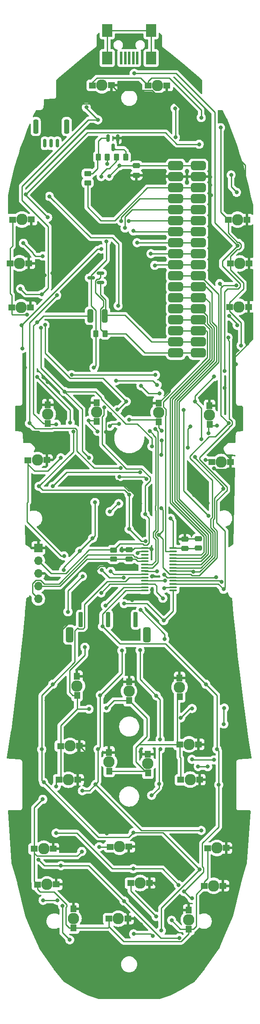
<source format=gbr>
%TF.GenerationSoftware,KiCad,Pcbnew,(6.0.0)*%
%TF.CreationDate,2022-07-04T20:32:35-04:00*%
%TF.ProjectId,800+,3830302b-2e6b-4696-9361-645f70636258,rev?*%
%TF.SameCoordinates,Original*%
%TF.FileFunction,Copper,L2,Bot*%
%TF.FilePolarity,Positive*%
%FSLAX46Y46*%
G04 Gerber Fmt 4.6, Leading zero omitted, Abs format (unit mm)*
G04 Created by KiCad (PCBNEW (6.0.0)) date 2022-07-04 20:32:35*
%MOMM*%
%LPD*%
G01*
G04 APERTURE LIST*
G04 Aperture macros list*
%AMRoundRect*
0 Rectangle with rounded corners*
0 $1 Rounding radius*
0 $2 $3 $4 $5 $6 $7 $8 $9 X,Y pos of 4 corners*
0 Add a 4 corners polygon primitive as box body*
4,1,4,$2,$3,$4,$5,$6,$7,$8,$9,$2,$3,0*
0 Add four circle primitives for the rounded corners*
1,1,$1+$1,$2,$3*
1,1,$1+$1,$4,$5*
1,1,$1+$1,$6,$7*
1,1,$1+$1,$8,$9*
0 Add four rect primitives between the rounded corners*
20,1,$1+$1,$2,$3,$4,$5,0*
20,1,$1+$1,$4,$5,$6,$7,0*
20,1,$1+$1,$6,$7,$8,$9,0*
20,1,$1+$1,$8,$9,$2,$3,0*%
G04 Aperture macros list end*
%TA.AperFunction,SMDPad,CuDef*%
%ADD10RoundRect,0.250000X0.312500X1.075000X-0.312500X1.075000X-0.312500X-1.075000X0.312500X-1.075000X0*%
%TD*%
%TA.AperFunction,SMDPad,CuDef*%
%ADD11RoundRect,0.250000X0.262500X0.450000X-0.262500X0.450000X-0.262500X-0.450000X0.262500X-0.450000X0*%
%TD*%
%TA.AperFunction,SMDPad,CuDef*%
%ADD12RoundRect,0.150000X0.587500X0.150000X-0.587500X0.150000X-0.587500X-0.150000X0.587500X-0.150000X0*%
%TD*%
%TA.AperFunction,SMDPad,CuDef*%
%ADD13RoundRect,0.450000X1.050000X0.450000X-1.050000X0.450000X-1.050000X-0.450000X1.050000X-0.450000X0*%
%TD*%
%TA.AperFunction,WasherPad*%
%ADD14C,2.286000*%
%TD*%
%TA.AperFunction,SMDPad,CuDef*%
%ADD15R,1.400000X1.250000*%
%TD*%
%TA.AperFunction,SMDPad,CuDef*%
%ADD16R,1.250000X1.400000*%
%TD*%
%TA.AperFunction,SMDPad,CuDef*%
%ADD17RoundRect,0.250000X0.475000X-0.250000X0.475000X0.250000X-0.475000X0.250000X-0.475000X-0.250000X0*%
%TD*%
%TA.AperFunction,SMDPad,CuDef*%
%ADD18RoundRect,0.150000X0.150000X0.700000X-0.150000X0.700000X-0.150000X-0.700000X0.150000X-0.700000X0*%
%TD*%
%TA.AperFunction,SMDPad,CuDef*%
%ADD19RoundRect,0.250000X0.250000X1.150000X-0.250000X1.150000X-0.250000X-1.150000X0.250000X-1.150000X0*%
%TD*%
%TA.AperFunction,SMDPad,CuDef*%
%ADD20RoundRect,0.100000X0.637500X0.100000X-0.637500X0.100000X-0.637500X-0.100000X0.637500X-0.100000X0*%
%TD*%
%TA.AperFunction,SMDPad,CuDef*%
%ADD21RoundRect,0.250000X-0.450000X0.262500X-0.450000X-0.262500X0.450000X-0.262500X0.450000X0.262500X0*%
%TD*%
%TA.AperFunction,SMDPad,CuDef*%
%ADD22R,2.000000X2.500000*%
%TD*%
%TA.AperFunction,SMDPad,CuDef*%
%ADD23R,0.500000X2.500000*%
%TD*%
%TA.AperFunction,SMDPad,CuDef*%
%ADD24RoundRect,0.150000X-0.150000X0.587500X-0.150000X-0.587500X0.150000X-0.587500X0.150000X0.587500X0*%
%TD*%
%TA.AperFunction,SMDPad,CuDef*%
%ADD25RoundRect,0.250000X0.450000X-0.262500X0.450000X0.262500X-0.450000X0.262500X-0.450000X-0.262500X0*%
%TD*%
%TA.AperFunction,SMDPad,CuDef*%
%ADD26RoundRect,0.375000X0.375000X1.125000X-0.375000X1.125000X-0.375000X-1.125000X0.375000X-1.125000X0*%
%TD*%
%TA.AperFunction,SMDPad,CuDef*%
%ADD27RoundRect,0.225000X0.225000X1.275000X-0.225000X1.275000X-0.225000X-1.275000X0.225000X-1.275000X0*%
%TD*%
%TA.AperFunction,ComponentPad*%
%ADD28R,1.700000X1.700000*%
%TD*%
%TA.AperFunction,ComponentPad*%
%ADD29O,1.700000X1.700000*%
%TD*%
%TA.AperFunction,ViaPad*%
%ADD30C,0.800000*%
%TD*%
%TA.AperFunction,Conductor*%
%ADD31C,0.250000*%
%TD*%
G04 APERTURE END LIST*
D10*
%TO.P,R6,1*%
%TO.N,/LED_TP*%
X96707500Y-96445000D03*
%TO.P,R6,2*%
%TO.N,LED_PWM*%
X93782500Y-96445000D03*
%TD*%
D11*
%TO.P,R5,1*%
%TO.N,LED_Drive*%
X96757500Y-100025000D03*
%TO.P,R5,2*%
%TO.N,+3V3*%
X94932500Y-100025000D03*
%TD*%
D12*
%TO.P,Q2,1,G*%
%TO.N,LED_Drive*%
X95867500Y-87910000D03*
%TO.P,Q2,2,S*%
%TO.N,/LED_TP*%
X95867500Y-89810000D03*
%TO.P,Q2,3,D*%
%TO.N,+3V3*%
X93992500Y-88860000D03*
%TD*%
D13*
%TO.P,J6,1,Pin_1*%
%TO.N,+3V3*%
X115460000Y-66430000D03*
X110960000Y-66430000D03*
%TO.P,J6,2,Pin_2*%
%TO.N,GND*%
X115460000Y-68630000D03*
X110960000Y-68630000D03*
%TO.P,J6,3,Pin_3*%
%TO.N,/LCD_BLC*%
X110960000Y-70830000D03*
X115460000Y-70830000D03*
%TO.P,J6,4,Pin_4*%
%TO.N,/LCD_D{slash}C*%
X115460000Y-73030000D03*
X110960000Y-73030000D03*
%TO.P,J6,5,Pin_5*%
%TO.N,/LCD_CS*%
X115460000Y-75230000D03*
X110960000Y-75230000D03*
%TO.P,J6,6,Pin_6*%
%TO.N,/LCD_CLK*%
X115460000Y-77430000D03*
X110960000Y-77430000D03*
%TO.P,J6,7,Pin_7*%
%TO.N,/LCD_DIN*%
X115460000Y-79630000D03*
X110960000Y-79630000D03*
%TO.P,J6,8,Pin_8*%
%TO.N,/LCD_RESET*%
X110960000Y-81830000D03*
X115460000Y-81830000D03*
%TO.P,J6,9,Pin_9*%
%TO.N,MSP_P1.7*%
X110960000Y-84030000D03*
X115460000Y-84030000D03*
%TO.P,J6,10,Pin_10*%
%TO.N,MSP_P1.6*%
X110960000Y-86230000D03*
X115460000Y-86230000D03*
%TO.P,J6,11,Pin_11*%
%TO.N,MSP_P1.5*%
X110960000Y-88430000D03*
X115460000Y-88430000D03*
%TO.P,J6,12,Pin_12*%
%TO.N,MSP_P1.4*%
X110960000Y-90630000D03*
X115460000Y-90630000D03*
%TO.P,J6,13,Pin_13*%
%TO.N,MSP_P1.3*%
X110960000Y-92830000D03*
X115460000Y-92830000D03*
%TO.P,J6,14,Pin_14*%
%TO.N,MSP_P1.2*%
X115460000Y-95030000D03*
X110960000Y-95030000D03*
%TO.P,J6,15,Pin_15*%
%TO.N,MSP_P1.1*%
X115460000Y-97230000D03*
X110960000Y-97230000D03*
%TO.P,J6,16,Pin_16*%
%TO.N,MSP_P1.0*%
X110960000Y-99430000D03*
X115460000Y-99430000D03*
%TO.P,J6,17,Pin_17*%
%TO.N,/LED_TP*%
X110960000Y-101630000D03*
X115460000Y-101630000D03*
%TO.P,J6,18,Pin_18*%
%TO.N,LED_Drive*%
X115460000Y-103830000D03*
X110960000Y-103830000D03*
%TD*%
D14*
%TO.P,D19,*%
%TO.N,*%
X123340000Y-77220000D03*
D15*
%TO.P,D19,1,K*%
%TO.N,GND*%
X125215000Y-77220000D03*
%TO.P,D19,2,A*%
%TO.N,LED_PWM*%
X121465000Y-77245000D03*
%TD*%
D14*
%TO.P,D32,*%
%TO.N,*%
X97580000Y-185600000D03*
D16*
%TO.P,D32,1,K*%
%TO.N,GND*%
X97580000Y-183725000D03*
%TO.P,D32,2,A*%
%TO.N,LED_PWM*%
X97605000Y-187475000D03*
%TD*%
D14*
%TO.P,D24,*%
%TO.N,*%
X123660000Y-94650000D03*
D15*
%TO.P,D24,1,K*%
%TO.N,GND*%
X125535000Y-94650000D03*
%TO.P,D24,2,A*%
%TO.N,LED_PWM*%
X121785000Y-94675000D03*
%TD*%
D17*
%TO.P,C1,1*%
%TO.N,GND*%
X103080000Y-68340000D03*
%TO.P,C1,2*%
%TO.N,+3V3*%
X103080000Y-66440000D03*
%TD*%
D14*
%TO.P,D11,*%
%TO.N,*%
X105350000Y-185950000D03*
D16*
%TO.P,D11,1,K*%
%TO.N,GND*%
X105350000Y-184075000D03*
%TO.P,D11,2,A*%
%TO.N,LED_PWM*%
X105375000Y-187825000D03*
%TD*%
D14*
%TO.P,D28,*%
%TO.N,*%
X101570000Y-171480000D03*
D16*
%TO.P,D28,1,K*%
%TO.N,GND*%
X101570000Y-169605000D03*
%TO.P,D28,2,A*%
%TO.N,LED_PWM*%
X101595000Y-173355000D03*
%TD*%
D17*
%TO.P,C4,1*%
%TO.N,+3V3*%
X112780000Y-142980000D03*
%TO.P,C4,2*%
%TO.N,GND*%
X112780000Y-141080000D03*
%TD*%
D14*
%TO.P,D17,*%
%TO.N,*%
X107500000Y-115760000D03*
D16*
%TO.P,D17,1,K*%
%TO.N,GND*%
X107500000Y-113885000D03*
%TO.P,D17,2,A*%
%TO.N,LED_PWM*%
X107525000Y-117635000D03*
%TD*%
D14*
%TO.P,D26,*%
%TO.N,*%
X91140000Y-170430000D03*
D16*
%TO.P,D26,1,K*%
%TO.N,GND*%
X91140000Y-168555000D03*
%TO.P,D26,2,A*%
%TO.N,LED_PWM*%
X91165000Y-172305000D03*
%TD*%
D14*
%TO.P,D12,*%
%TO.N,*%
X123760000Y-85970000D03*
D15*
%TO.P,D12,1,K*%
%TO.N,GND*%
X125635000Y-85970000D03*
%TO.P,D12,2,A*%
%TO.N,LED_PWM*%
X121885000Y-85995000D03*
%TD*%
D17*
%TO.P,C3,1*%
%TO.N,+3V3*%
X115460000Y-142900000D03*
%TO.P,C3,2*%
%TO.N,GND*%
X115460000Y-141000000D03*
%TD*%
D11*
%TO.P,R3,1*%
%TO.N,+3V3*%
X97225000Y-64700000D03*
%TO.P,R3,2*%
%TO.N,Net-(Q1-Pad1)*%
X95400000Y-64700000D03*
%TD*%
D14*
%TO.P,D4,*%
%TO.N,*%
X103810000Y-209840000D03*
D15*
%TO.P,D4,1,K*%
%TO.N,GND*%
X105685000Y-209840000D03*
%TO.P,D4,2,A*%
%TO.N,LED_PWM*%
X101935000Y-209865000D03*
%TD*%
D11*
%TO.P,R1,1*%
%TO.N,Net-(Q1-Pad3)*%
X100912500Y-64730000D03*
%TO.P,R1,2*%
%TO.N,/LCD_BL*%
X99087500Y-64730000D03*
%TD*%
D18*
%TO.P,J4,1,Pin_1*%
%TO.N,unconnected-(J4-Pad1)*%
X87210000Y-61960000D03*
%TO.P,J4,2,Pin_2*%
%TO.N,unconnected-(J4-Pad2)*%
X85960000Y-61960000D03*
%TO.P,J4,3,Pin_3*%
%TO.N,unconnected-(J4-Pad3)*%
X84710000Y-61960000D03*
D19*
%TO.P,J4,MP*%
%TO.N,N/C*%
X89060000Y-58610000D03*
X82860000Y-58610000D03*
%TD*%
D14*
%TO.P,D18,*%
%TO.N,*%
X89420000Y-189190000D03*
D15*
%TO.P,D18,1,K*%
%TO.N,GND*%
X91295000Y-189190000D03*
%TO.P,D18,2,A*%
%TO.N,LED_PWM*%
X87545000Y-189215000D03*
%TD*%
D14*
%TO.P,D27,*%
%TO.N,*%
X111700000Y-170700000D03*
D16*
%TO.P,D27,1,K*%
%TO.N,GND*%
X111700000Y-168825000D03*
%TO.P,D27,2,A*%
%TO.N,LED_PWM*%
X111725000Y-172575000D03*
%TD*%
D14*
%TO.P,D10,*%
%TO.N,*%
X80100000Y-77190000D03*
D15*
%TO.P,D10,1,K*%
%TO.N,GND*%
X81975000Y-77190000D03*
%TO.P,D10,2,A*%
%TO.N,LED_PWM*%
X78225000Y-77215000D03*
%TD*%
D14*
%TO.P,D14,*%
%TO.N,*%
X79620000Y-85950000D03*
D15*
%TO.P,D14,1,K*%
%TO.N,GND*%
X81495000Y-85950000D03*
%TO.P,D14,2,A*%
%TO.N,LED_PWM*%
X77745000Y-85975000D03*
%TD*%
D20*
%TO.P,U1,1,DVCC*%
%TO.N,+3V3*%
X110422500Y-142905000D03*
%TO.P,U1,2,TA0CLK/ACLK/A0/CA0/P1.0*%
%TO.N,MSP_P1.0*%
X110422500Y-143555000D03*
%TO.P,U1,3,TA0.0/UCA0RXD/UCA0SOMI/A1/CA1/P1.1*%
%TO.N,MSP_P1.1*%
X110422500Y-144205000D03*
%TO.P,U1,4,TA0.1/UCA0TXD/UCA0SIMO/A2/CA2/P1.2*%
%TO.N,MSP_P1.2*%
X110422500Y-144855000D03*
%TO.P,U1,5,ADC10CLK/CAOUT/VREF-/VeREF-/A3/CA3/P1.3*%
%TO.N,MSP_P1.3*%
X110422500Y-145505000D03*
%TO.P,U1,6,TCK/SMCLK/UCB0STE/UCA0CLK/VREF+/VeREF+/A4/CA4/P1.4*%
%TO.N,MSP_P1.4*%
X110422500Y-146155000D03*
%TO.P,U1,7,TMS/TA0.0/UCB0CLK/UCA0STE/A5/CA5/P1.5*%
%TO.N,MSP_P1.5*%
X110422500Y-146805000D03*
%TO.P,U1,8,P3.1/TA1.0*%
%TO.N,B*%
X110422500Y-147455000D03*
%TO.P,U1,9,P3.0/TA0.2*%
%TO.N,A*%
X110422500Y-148105000D03*
%TO.P,U1,10,TA1.0/P2.0*%
%TO.N,1*%
X110422500Y-148755000D03*
%TO.P,U1,11,TA1.1/P2.1*%
%TO.N,2*%
X110422500Y-149405000D03*
%TO.P,U1,12,TA1.1/P2.2*%
%TO.N,3*%
X110422500Y-150055000D03*
%TO.P,U1,13,P3.2/TA1.1*%
%TO.N,C*%
X110422500Y-150705000D03*
%TO.P,U1,14,P3.3/TA1.2*%
%TO.N,D*%
X110422500Y-151355000D03*
%TO.P,U1,15,P3.4/TA0.0*%
%TO.N,E*%
X104697500Y-151355000D03*
%TO.P,U1,16,TA1.0/P2.3*%
%TO.N,4*%
X104697500Y-150705000D03*
%TO.P,U1,17,TA1.2/P2.4*%
%TO.N,5*%
X104697500Y-150055000D03*
%TO.P,U1,18,TA1.2/P2.5*%
%TO.N,6*%
X104697500Y-149405000D03*
%TO.P,U1,19,P3.5/TA0.1*%
%TO.N,F*%
X104697500Y-148755000D03*
%TO.P,U1,20,P3.6/TA0.2*%
%TO.N,G*%
X104697500Y-148105000D03*
%TO.P,U1,21,P3.7/TA1CLK/CAOUT*%
%TO.N,H*%
X104697500Y-147455000D03*
%TO.P,U1,22,TDI/TCLK/TA0.1/UCB0SOMI/UCB0SCL/A6/CA6/P1.6*%
%TO.N,MSP_P1.6*%
X104697500Y-146805000D03*
%TO.P,U1,23,TDO/TDI/CAOUT/UCB0SIMO/UCB0SDA/A7/CA7/P1.7*%
%TO.N,MSP_P1.7*%
X104697500Y-146155000D03*
%TO.P,U1,24,~{RST}/NMI/SBWTDIO*%
%TO.N,/Buttons/SBWTDIO*%
X104697500Y-145505000D03*
%TO.P,U1,25,SBWTCK/TEST*%
%TO.N,/Buttons/SBWTCK*%
X104697500Y-144855000D03*
%TO.P,U1,26,XOUT/P2.7*%
%TO.N,unconnected-(U1-Pad26)*%
X104697500Y-144205000D03*
%TO.P,U1,27,TA0.1/XIN/P2.6*%
%TO.N,7*%
X104697500Y-143555000D03*
%TO.P,U1,28,DVSS*%
%TO.N,GND*%
X104697500Y-142905000D03*
%TD*%
D21*
%TO.P,R4,1*%
%TO.N,+3V3*%
X98490000Y-143257500D03*
%TO.P,R4,2*%
%TO.N,/Buttons/SBWTDIO*%
X98490000Y-145082500D03*
%TD*%
D14*
%TO.P,D20,*%
%TO.N,*%
X113610000Y-182120000D03*
D15*
%TO.P,D20,1,K*%
%TO.N,GND*%
X115485000Y-182120000D03*
%TO.P,D20,2,A*%
%TO.N,LED_PWM*%
X111735000Y-182145000D03*
%TD*%
D14*
%TO.P,D22,*%
%TO.N,*%
X107300000Y-50400000D03*
D15*
%TO.P,D22,1,K*%
%TO.N,GND*%
X109175000Y-50400000D03*
%TO.P,D22,2,A*%
%TO.N,LED_PWM*%
X105425000Y-50425000D03*
%TD*%
D14*
%TO.P,D5,*%
%TO.N,*%
X119190000Y-202830000D03*
D15*
%TO.P,D5,1,K*%
%TO.N,GND*%
X121065000Y-202830000D03*
%TO.P,D5,2,A*%
%TO.N,LED_PWM*%
X117315000Y-202855000D03*
%TD*%
D14*
%TO.P,D2,*%
%TO.N,*%
X99440000Y-216960000D03*
D15*
%TO.P,D2,1,K*%
%TO.N,GND*%
X101315000Y-216960000D03*
%TO.P,D2,2,A*%
%TO.N,LED_PWM*%
X97565000Y-216985000D03*
%TD*%
D14*
%TO.P,D15,*%
%TO.N,*%
X96140000Y-50360000D03*
D15*
%TO.P,D15,1,K*%
%TO.N,GND*%
X98015000Y-50360000D03*
%TO.P,D15,2,A*%
%TO.N,LED_PWM*%
X94265000Y-50385000D03*
%TD*%
D14*
%TO.P,D7,*%
%TO.N,*%
X84470000Y-202980000D03*
D15*
%TO.P,D7,1,K*%
%TO.N,GND*%
X86345000Y-202980000D03*
%TO.P,D7,2,A*%
%TO.N,LED_PWM*%
X82595000Y-203005000D03*
%TD*%
D14*
%TO.P,D8,*%
%TO.N,*%
X118560000Y-210400000D03*
D15*
%TO.P,D8,1,K*%
%TO.N,GND*%
X120435000Y-210400000D03*
%TO.P,D8,2,A*%
%TO.N,LED_PWM*%
X116685000Y-210425000D03*
%TD*%
D14*
%TO.P,D13,*%
%TO.N,*%
X120090000Y-125664000D03*
D15*
%TO.P,D13,1,K*%
%TO.N,GND*%
X121965000Y-125664000D03*
%TO.P,D13,2,A*%
%TO.N,LED_PWM*%
X118215000Y-125689000D03*
%TD*%
D22*
%TO.P,J2,6,Shield*%
%TO.N,unconnected-(J2-Pad6)*%
X97210000Y-39400000D03*
X106010000Y-39400000D03*
X97210000Y-44900000D03*
X106010000Y-44900000D03*
D23*
%TO.P,J2,1,VBUS*%
%TO.N,unconnected-(J2-Pad1)*%
X100010000Y-44900000D03*
%TO.P,J2,2,D-*%
%TO.N,unconnected-(J2-Pad2)*%
X100810000Y-44900000D03*
%TO.P,J2,3,D+*%
%TO.N,unconnected-(J2-Pad3)*%
X101610000Y-44900000D03*
%TO.P,J2,4,ID*%
%TO.N,unconnected-(J2-Pad4)*%
X102410000Y-44900000D03*
%TO.P,J2,5,GND*%
%TO.N,unconnected-(J2-Pad5)*%
X103210000Y-44900000D03*
%TD*%
D17*
%TO.P,C2,1*%
%TO.N,/Buttons/SBWTDIO*%
X101600000Y-145090000D03*
%TO.P,C2,2*%
%TO.N,GND*%
X101600000Y-143190000D03*
%TD*%
D14*
%TO.P,D3,*%
%TO.N,*%
X113550000Y-217170000D03*
D16*
%TO.P,D3,1,K*%
%TO.N,GND*%
X113550000Y-215295000D03*
%TO.P,D3,2,A*%
%TO.N,LED_PWM*%
X113575000Y-219045000D03*
%TD*%
D14*
%TO.P,D25,*%
%TO.N,*%
X117730000Y-116300000D03*
D16*
%TO.P,D25,1,K*%
%TO.N,GND*%
X117730000Y-114425000D03*
%TO.P,D25,2,A*%
%TO.N,LED_PWM*%
X117755000Y-118175000D03*
%TD*%
D14*
%TO.P,D31,*%
%TO.N,*%
X95070000Y-115670000D03*
D16*
%TO.P,D31,1,K*%
%TO.N,GND*%
X95070000Y-113795000D03*
%TO.P,D31,2,A*%
%TO.N,LED_PWM*%
X95095000Y-117545000D03*
%TD*%
D14*
%TO.P,D6,*%
%TO.N,*%
X85120000Y-210120000D03*
D15*
%TO.P,D6,1,K*%
%TO.N,GND*%
X86995000Y-210120000D03*
%TO.P,D6,2,A*%
%TO.N,LED_PWM*%
X83245000Y-210145000D03*
%TD*%
D14*
%TO.P,D16,*%
%TO.N,*%
X85275000Y-116125000D03*
D16*
%TO.P,D16,1,K*%
%TO.N,GND*%
X85275000Y-114250000D03*
%TO.P,D16,2,A*%
%TO.N,LED_PWM*%
X85300000Y-118000000D03*
%TD*%
D14*
%TO.P,D9,*%
%TO.N,*%
X83200000Y-125274000D03*
D15*
%TO.P,D9,1,K*%
%TO.N,GND*%
X85075000Y-125274000D03*
%TO.P,D9,2,A*%
%TO.N,LED_PWM*%
X81325000Y-125299000D03*
%TD*%
D24*
%TO.P,Q1,1,B*%
%TO.N,Net-(Q1-Pad1)*%
X97400000Y-60882500D03*
%TO.P,Q1,2,E*%
%TO.N,GND*%
X99300000Y-60882500D03*
%TO.P,Q1,3,C*%
%TO.N,Net-(Q1-Pad3)*%
X98350000Y-62757500D03*
%TD*%
D25*
%TO.P,R2,1*%
%TO.N,/LCD_BLC*%
X93280000Y-69842500D03*
%TO.P,R2,2*%
%TO.N,Net-(Q1-Pad1)*%
X93280000Y-68017500D03*
%TD*%
D14*
%TO.P,D30,*%
%TO.N,*%
X99680000Y-202590000D03*
D15*
%TO.P,D30,1,K*%
%TO.N,GND*%
X101555000Y-202590000D03*
%TO.P,D30,2,A*%
%TO.N,LED_PWM*%
X97805000Y-202615000D03*
%TD*%
D26*
%TO.P,J5,*%
%TO.N,*%
X89640000Y-160200000D03*
X105140000Y-160200000D03*
D27*
%TO.P,J5,1,Pin_1*%
%TO.N,unconnected-(J5-Pad1)*%
X102890000Y-157200000D03*
%TO.P,J5,2,Pin_2*%
%TO.N,unconnected-(J5-Pad2)*%
X97390000Y-157200000D03*
%TO.P,J5,3,Pin_3*%
%TO.N,unconnected-(J5-Pad3)*%
X91890000Y-157200000D03*
%TD*%
D14*
%TO.P,D29,*%
%TO.N,*%
X89740000Y-182430000D03*
D15*
%TO.P,D29,1,K*%
%TO.N,GND*%
X91615000Y-182430000D03*
%TO.P,D29,2,A*%
%TO.N,LED_PWM*%
X87865000Y-182455000D03*
%TD*%
D28*
%TO.P,J3,1,Pin_1*%
%TO.N,GND*%
X83380000Y-142880000D03*
D29*
%TO.P,J3,2,Pin_2*%
%TO.N,+3V3*%
X83380000Y-145420000D03*
%TO.P,J3,3,Pin_3*%
%TO.N,GND*%
X83380000Y-147960000D03*
%TO.P,J3,4,Pin_4*%
%TO.N,/Buttons/SBWTDIO*%
X83380000Y-150500000D03*
%TO.P,J3,5,Pin_5*%
%TO.N,/Buttons/SBWTCK*%
X83380000Y-153040000D03*
%TD*%
D14*
%TO.P,D21,*%
%TO.N,*%
X113840000Y-189170000D03*
D15*
%TO.P,D21,1,K*%
%TO.N,GND*%
X115715000Y-189170000D03*
%TO.P,D21,2,A*%
%TO.N,LED_PWM*%
X111965000Y-189195000D03*
%TD*%
D14*
%TO.P,D23,*%
%TO.N,*%
X79910000Y-94740000D03*
D15*
%TO.P,D23,1,K*%
%TO.N,GND*%
X81785000Y-94740000D03*
%TO.P,D23,2,A*%
%TO.N,LED_PWM*%
X78035000Y-94765000D03*
%TD*%
D14*
%TO.P,D1,*%
%TO.N,*%
X90430000Y-216910000D03*
D16*
%TO.P,D1,1,K*%
%TO.N,GND*%
X90430000Y-215035000D03*
%TO.P,D1,2,A*%
%TO.N,LED_PWM*%
X90455000Y-218785000D03*
%TD*%
D30*
%TO.N,GND*%
X105820000Y-134080000D03*
X103780000Y-133940000D03*
X92920000Y-126730000D03*
X89540000Y-126400000D03*
X96130000Y-124210000D03*
X93625000Y-215035000D03*
X102200000Y-160220000D03*
X105420000Y-195610000D03*
X114240000Y-194010000D03*
X117630000Y-194650000D03*
X121140000Y-195430000D03*
X107820000Y-203120000D03*
X112910000Y-201370000D03*
X110650000Y-206180000D03*
X104640000Y-190520000D03*
X97910000Y-195410000D03*
X93660000Y-194650000D03*
X86990000Y-194550000D03*
X90320000Y-198170000D03*
X98720000Y-189980000D03*
X97020000Y-197840000D03*
X97130000Y-199904500D03*
X108100000Y-121370000D03*
X108074500Y-124240000D03*
X113650000Y-126660000D03*
X88040000Y-84550000D03*
X84645500Y-88330000D03*
X86210000Y-87950000D03*
X92330000Y-110190000D03*
X92830000Y-113290000D03*
X117390000Y-133860000D03*
X120740000Y-133890000D03*
X121980000Y-138850000D03*
X121980000Y-140730000D03*
X121140000Y-153010000D03*
X121800000Y-121240000D03*
X119310000Y-123360000D03*
X116590000Y-153370000D03*
X108150000Y-154500000D03*
X112510000Y-158740000D03*
X102200000Y-153255500D03*
X106190000Y-151230000D03*
X106000000Y-153110000D03*
X106120000Y-143080000D03*
X106190000Y-148500000D03*
X80710000Y-106760000D03*
X97790000Y-116080000D03*
X96924500Y-119640000D03*
X86870000Y-121510000D03*
X89470000Y-129440000D03*
X93020000Y-129490000D03*
X96640000Y-129310000D03*
X97130000Y-132730000D03*
X93200000Y-133580000D03*
X89110000Y-133270000D03*
X88670000Y-139650000D03*
X85210000Y-139790000D03*
X95890000Y-136140000D03*
X118760000Y-112790000D03*
X120734500Y-110900000D03*
X123024500Y-106150000D03*
X117130000Y-60820000D03*
X122080000Y-63510000D03*
%TO.N,+3V3*%
X97190000Y-66110000D03*
X99660000Y-66440000D03*
%TO.N,GND*%
X89230000Y-68430000D03*
X85280000Y-69780000D03*
X91770000Y-75510000D03*
X79690000Y-68040000D03*
X81280000Y-65010000D03*
X85550000Y-56980000D03*
X84690000Y-74020000D03*
X83160000Y-88790000D03*
X86550000Y-95160000D03*
X89490000Y-97940000D03*
X87830000Y-109020000D03*
X90860000Y-105620000D03*
X85450000Y-106360000D03*
X84400000Y-108760000D03*
X85240000Y-109650000D03*
X84160000Y-112100000D03*
X120860000Y-83430000D03*
X118080000Y-81280000D03*
X117990000Y-72330000D03*
X117900000Y-70340000D03*
X117820000Y-68660000D03*
X110030000Y-106260000D03*
X118370000Y-111240000D03*
X109820000Y-110230000D03*
X116640000Y-130010000D03*
X114620000Y-132320000D03*
X118640000Y-126950000D03*
X112300000Y-138630000D03*
X83090000Y-171170000D03*
X100140000Y-143370000D03*
X99260000Y-146610000D03*
X97290000Y-166300000D03*
X108790000Y-166870000D03*
X101760000Y-166190000D03*
X85030000Y-173360000D03*
X90190000Y-178890000D03*
X86280000Y-175480000D03*
X98440000Y-204860000D03*
X89050000Y-202870000D03*
X93800000Y-204650000D03*
X95990000Y-206720000D03*
X93110000Y-210440000D03*
X103960000Y-218130000D03*
X108000000Y-211440000D03*
X111080000Y-214380000D03*
X93880000Y-185490000D03*
X99640000Y-183640000D03*
X103880000Y-183590000D03*
%TO.N,LED_PWM*%
X116930000Y-125260000D03*
X117560000Y-119880000D03*
X108138441Y-119450000D03*
X97690000Y-118520000D03*
X95280000Y-119550000D03*
X99550000Y-118090000D03*
X101610000Y-117190000D03*
%TO.N,+3V3*%
X96570000Y-114750000D03*
X94520000Y-106810000D03*
X109930000Y-136940000D03*
X104810000Y-136120000D03*
%TO.N,LED_PWM*%
X93490000Y-117350000D03*
X86990000Y-118110000D03*
X87900000Y-124820000D03*
X89330000Y-155630000D03*
X92250000Y-148530000D03*
X88530000Y-144440000D03*
X92730000Y-162710000D03*
X92100000Y-203530000D03*
X95590000Y-202600000D03*
X110130000Y-217290000D03*
X106990000Y-216530000D03*
X93550000Y-175080000D03*
X97040000Y-174850000D03*
X86990000Y-190490000D03*
X84290000Y-193100000D03*
X83110000Y-97760000D03*
X81094841Y-96224841D03*
X119200000Y-118370000D03*
X124050000Y-102390000D03*
X119940000Y-58820000D03*
X116060000Y-56810000D03*
%TO.N,3*%
X121459000Y-100792292D03*
%TO.N,C*%
X80190000Y-103000000D03*
X83140000Y-108620000D03*
X89777209Y-117766725D03*
%TO.N,A*%
X84290000Y-84500000D03*
X87090000Y-92340000D03*
X80378397Y-81924693D03*
X81606128Y-117910214D03*
X99900000Y-126880000D03*
X108060000Y-134870000D03*
%TO.N,C*%
X104890000Y-141530000D03*
X108640000Y-150940000D03*
%TO.N,D*%
X94730000Y-133760000D03*
X93530000Y-124840000D03*
%TO.N,7*%
X103260000Y-143850000D03*
X108755256Y-161074744D03*
X103880000Y-155240000D03*
%TO.N,D*%
X106175980Y-122550000D03*
X113370000Y-122800000D03*
X113900065Y-118584009D03*
%TO.N,6*%
X99510000Y-133980000D03*
X97750000Y-135600000D03*
X105100000Y-129070000D03*
X99690000Y-128620000D03*
%TO.N,D*%
X91701085Y-143461085D03*
X100600000Y-153980000D03*
X85250000Y-76780000D03*
X83889959Y-98821605D03*
X88639637Y-111580712D03*
%TO.N,4*%
X103980000Y-110450000D03*
X107710000Y-111930000D03*
%TO.N,2*%
X98980000Y-109410000D03*
X107190000Y-110240000D03*
X112530000Y-115250000D03*
X117520000Y-136440000D03*
%TO.N,1*%
X108670000Y-148220000D03*
X99380000Y-94430000D03*
X85590000Y-72550000D03*
%TO.N,D*%
X94246316Y-140915854D03*
X88441462Y-147245585D03*
%TO.N,5*%
X95982299Y-151822299D03*
%TO.N,4*%
X96850000Y-154350000D03*
%TO.N,+3V3*%
X97050000Y-81570000D03*
%TO.N,B*%
X79798378Y-91047192D03*
X84070000Y-92150000D03*
X84730000Y-98280000D03*
%TO.N,C*%
X95980000Y-83090000D03*
X80023151Y-98321130D03*
%TO.N,D*%
X123159067Y-71753925D03*
X122060000Y-68290000D03*
X80826522Y-72189342D03*
X115650000Y-62140000D03*
%TO.N,C*%
X90398821Y-119596239D03*
X83512164Y-130523617D03*
X101608012Y-132198710D03*
X101600186Y-139093809D03*
%TO.N,3*%
X90050000Y-108220000D03*
X106890000Y-108270000D03*
%TO.N,A*%
X102623762Y-47964604D03*
%TO.N,B*%
X93011866Y-54757999D03*
X95320000Y-57260000D03*
X119790000Y-90000000D03*
%TO.N,C*%
X110795292Y-54948806D03*
X110890000Y-60770000D03*
X121670000Y-96470000D03*
X123251147Y-98316043D03*
%TO.N,5*%
X86290000Y-130510000D03*
X103800000Y-127720000D03*
%TO.N,6*%
X108815281Y-149365754D03*
%TO.N,5*%
X108370000Y-152900000D03*
%TO.N,G*%
X97920000Y-147500000D03*
X100140000Y-163390000D03*
X95793783Y-172300371D03*
X95351328Y-183097364D03*
%TO.N,5*%
X111960000Y-176800000D03*
X114220000Y-174940000D03*
%TO.N,F*%
X86291501Y-170091616D03*
X84071970Y-183099621D03*
%TO.N,B*%
X101023437Y-113573874D03*
X99270000Y-115220000D03*
X100516813Y-148829500D03*
X96060000Y-147240000D03*
%TO.N,H*%
X107180000Y-147480000D03*
X103790000Y-163310000D03*
X107065382Y-172397756D03*
X107806477Y-181100887D03*
%TO.N,6*%
X120680000Y-174860000D03*
X120590000Y-178050000D03*
%TO.N,7*%
X117350000Y-186580000D03*
X115440000Y-186560000D03*
%TO.N,D*%
X108550843Y-157367909D03*
%TO.N,E*%
X96266661Y-158560436D03*
X116980727Y-170089805D03*
X119200451Y-183076531D03*
%TO.N,6*%
X118610000Y-185230000D03*
X114187500Y-185107500D03*
%TO.N,H*%
X107853500Y-183097472D03*
%TO.N,E*%
X119573592Y-190199738D03*
%TO.N,1*%
X119010000Y-148680500D03*
%TO.N,2*%
X120122299Y-149677701D03*
%TO.N,3*%
X120530000Y-151110000D03*
%TO.N,H*%
X83420000Y-205180000D03*
X106110000Y-192300000D03*
X107575294Y-190035264D03*
%TO.N,G*%
X92220000Y-191380000D03*
X84350000Y-213290000D03*
X87177824Y-213291393D03*
X94851512Y-190136658D03*
X116058872Y-199333591D03*
%TO.N,F*%
X84459691Y-189723579D03*
%TO.N,E*%
X86950458Y-199838510D03*
X102424148Y-206971987D03*
X111510000Y-210230000D03*
X112632845Y-211543005D03*
X114178342Y-212913486D03*
%TO.N,F*%
X102428620Y-199753303D03*
X108040000Y-219350000D03*
X106340000Y-220410000D03*
X115774749Y-207123402D03*
X102495797Y-220010199D03*
%TO.N,H*%
X111640202Y-220816545D03*
X87914072Y-206367976D03*
X100591036Y-213441536D03*
%TO.N,G*%
X88241010Y-214406161D03*
X89674892Y-221184817D03*
%TO.N,A*%
X118630000Y-108610000D03*
X120734500Y-107440000D03*
X123340739Y-82421162D03*
X114789130Y-113584791D03*
X116090000Y-121110000D03*
X114800000Y-124620000D03*
X120520374Y-131008840D03*
X107564500Y-140217787D03*
%TO.N,B*%
X123112295Y-90361046D03*
X121565779Y-117878194D03*
X114504240Y-147637977D03*
%TO.N,/LCD_BL*%
X96000000Y-68610000D03*
%TO.N,MSP_P1.6*%
X106840000Y-119110000D03*
X106740000Y-86350000D03*
%TO.N,MSP_P1.7*%
X105960000Y-84020000D03*
X105760000Y-119490000D03*
%TO.N,+3V3*%
X97590000Y-68510000D03*
%TO.N,/LCD_D{slash}C*%
X100020000Y-77540000D03*
%TO.N,/LCD_CS*%
X100770000Y-78890000D03*
%TO.N,/LCD_CLK*%
X101540000Y-77530000D03*
%TO.N,/LCD_DIN*%
X102455500Y-79490000D03*
%TO.N,/LCD_RESET*%
X103180000Y-81820000D03*
%TD*%
D31*
%TO.N,GND*%
X101519218Y-131474199D02*
X101964199Y-131474199D01*
X101964199Y-131474199D02*
X103780000Y-133290000D01*
X103780000Y-133290000D02*
X103780000Y-133940000D01*
X99355019Y-129310000D02*
X101519218Y-131474199D01*
X96640000Y-129310000D02*
X99355019Y-129310000D01*
X90430000Y-215035000D02*
X93625000Y-215035000D01*
X100265000Y-215035000D02*
X93625000Y-215035000D01*
X104640000Y-194830000D02*
X104640000Y-190520000D01*
X114880000Y-194650000D02*
X114240000Y-194010000D01*
X117630000Y-194650000D02*
X114880000Y-194650000D01*
X105420000Y-195610000D02*
X104640000Y-194830000D01*
X121065000Y-202830000D02*
X121065000Y-195505000D01*
X121065000Y-195505000D02*
X121140000Y-195430000D01*
X110650000Y-206180000D02*
X110650000Y-205950000D01*
X110650000Y-205950000D02*
X107820000Y-203120000D01*
X104100000Y-189980000D02*
X104640000Y-190520000D01*
X98720000Y-189980000D02*
X104100000Y-189980000D01*
X97150000Y-194650000D02*
X97910000Y-195410000D01*
X93660000Y-194650000D02*
X97150000Y-194650000D01*
X90320000Y-197880000D02*
X86990000Y-194550000D01*
X90320000Y-198170000D02*
X90320000Y-197880000D01*
X97130000Y-197950000D02*
X97020000Y-197840000D01*
X97130000Y-199904500D02*
X97130000Y-197950000D01*
%TO.N,F*%
X101511923Y-200670000D02*
X102428620Y-199753303D01*
X95406112Y-200670000D02*
X101511923Y-200670000D01*
X84459691Y-189723579D02*
X95406112Y-200670000D01*
%TO.N,GND*%
X108100000Y-124214500D02*
X108100000Y-121370000D01*
X108074500Y-124240000D02*
X108100000Y-124214500D01*
%TO.N,D*%
X94829734Y-111580712D02*
X88639637Y-111580712D01*
X100954501Y-118025479D02*
X96019511Y-113090489D01*
X103235061Y-118025479D02*
X100954501Y-118025479D01*
X106175980Y-122550000D02*
X106175980Y-120966398D01*
X106175980Y-120966398D02*
X103235061Y-118025479D01*
X96019511Y-113090489D02*
X96019511Y-112770489D01*
X96019511Y-112770489D02*
X94829734Y-111580712D01*
%TO.N,GND*%
X116640000Y-129650000D02*
X113650000Y-126660000D01*
X116640000Y-130010000D02*
X116640000Y-129650000D01*
X86210000Y-87950000D02*
X88040000Y-86120000D01*
X84185500Y-88790000D02*
X84645500Y-88330000D01*
X88040000Y-86120000D02*
X88040000Y-84550000D01*
X83160000Y-88790000D02*
X84185500Y-88790000D01*
X89000000Y-110190000D02*
X87830000Y-109020000D01*
X92330000Y-110190000D02*
X89000000Y-110190000D01*
X93335000Y-113795000D02*
X92830000Y-113290000D01*
X95070000Y-113795000D02*
X93335000Y-113795000D01*
X116160000Y-133860000D02*
X114620000Y-132320000D01*
X117390000Y-133860000D02*
X116160000Y-133860000D01*
X121980000Y-140730000D02*
X121980000Y-138850000D01*
X120780000Y-153370000D02*
X121140000Y-153010000D01*
X116590000Y-153370000D02*
X120780000Y-153370000D01*
X120240000Y-123360000D02*
X119310000Y-123360000D01*
X121965000Y-125085000D02*
X120240000Y-123360000D01*
X121965000Y-125664000D02*
X121965000Y-125085000D01*
X113924614Y-158740000D02*
X116590000Y-156074614D01*
X112510000Y-158740000D02*
X113924614Y-158740000D01*
X116590000Y-156074614D02*
X116590000Y-153370000D01*
X107390000Y-154500000D02*
X108150000Y-154500000D01*
X106000000Y-153110000D02*
X107390000Y-154500000D01*
X102345500Y-153110000D02*
X102200000Y-153255500D01*
X106000000Y-153110000D02*
X102345500Y-153110000D01*
X106190000Y-152920000D02*
X106000000Y-153110000D01*
X106190000Y-151230000D02*
X106190000Y-152920000D01*
X105945000Y-142905000D02*
X106120000Y-143080000D01*
X104697500Y-142905000D02*
X105945000Y-142905000D01*
%TO.N,MSP_P1.7*%
X106390480Y-120120480D02*
X105760000Y-119490000D01*
X106390480Y-120270000D02*
X106390480Y-120120480D01*
X106900480Y-134369189D02*
X106900480Y-120780000D01*
X106885969Y-134383700D02*
X106900480Y-134369189D01*
X106885969Y-135356300D02*
X106885969Y-134383700D01*
X106900480Y-139221475D02*
X106900480Y-135370812D01*
X106390469Y-140704087D02*
X106390469Y-139731486D01*
X106390469Y-139731486D02*
X106900480Y-139221475D01*
X106900480Y-141214099D02*
X106390469Y-140704087D01*
X106900480Y-135370812D02*
X106885969Y-135356300D01*
X106900480Y-145459520D02*
X106900480Y-141214099D01*
X104697500Y-146155000D02*
X106205000Y-146155000D01*
X106205000Y-146155000D02*
X106900480Y-145459520D01*
X106900480Y-120780000D02*
X106390480Y-120270000D01*
%TO.N,MSP_P1.6*%
X107350000Y-119620000D02*
X106840000Y-119110000D01*
X107350000Y-134555386D02*
X107350000Y-119620000D01*
X107335489Y-134569897D02*
X107350000Y-134555386D01*
X107350000Y-135184614D02*
X107335489Y-135170103D01*
X107350000Y-139493276D02*
X107350000Y-135184614D01*
X106839989Y-139917684D02*
X107264397Y-139493276D01*
X107264397Y-139493276D02*
X107350000Y-139493276D01*
X107335489Y-135170103D02*
X107335489Y-134569897D01*
X107350000Y-141027901D02*
X106839989Y-140517890D01*
X107350000Y-145750000D02*
X107350000Y-141027901D01*
X106295000Y-146805000D02*
X107350000Y-145750000D01*
X104697500Y-146805000D02*
X106295000Y-146805000D01*
X106839989Y-140517890D02*
X106839989Y-139917684D01*
%TO.N,GND*%
X80380000Y-107090000D02*
X80710000Y-106760000D01*
X80695000Y-119485000D02*
X80380000Y-119170000D01*
X83405000Y-119485000D02*
X80695000Y-119485000D01*
X80380000Y-119170000D02*
X80380000Y-107090000D01*
X85075000Y-121155000D02*
X83405000Y-119485000D01*
X85075000Y-125274000D02*
X85075000Y-121155000D01*
X96924500Y-116945500D02*
X97790000Y-116080000D01*
X96924500Y-119640000D02*
X96924500Y-116945500D01*
%TO.N,+3V3*%
X96544521Y-115059232D02*
X96402645Y-114917355D01*
X96544521Y-116280768D02*
X96544521Y-115059232D01*
X96200000Y-116625289D02*
X96544521Y-116280768D01*
X96200000Y-122155386D02*
X96200000Y-116625289D01*
X105824511Y-129370103D02*
X105824511Y-128719897D01*
X104810000Y-130384614D02*
X105824511Y-129370103D01*
X96402645Y-114917355D02*
X96570000Y-114750000D01*
X105824511Y-128719897D02*
X104100103Y-126995489D01*
X104100103Y-126995489D02*
X101040103Y-126995489D01*
X104810000Y-136120000D02*
X104810000Y-130384614D01*
X101040103Y-126995489D02*
X96200000Y-122155386D01*
%TO.N,GND*%
X85075000Y-123305000D02*
X85075000Y-125274000D01*
X86870000Y-121510000D02*
X85075000Y-123305000D01*
X92970000Y-129440000D02*
X89470000Y-129440000D01*
X93020000Y-129490000D02*
X92970000Y-129440000D01*
X96640000Y-129310000D02*
X96460000Y-129490000D01*
X95890000Y-133970000D02*
X97130000Y-132730000D01*
X95890000Y-136140000D02*
X95890000Y-133970000D01*
X89110000Y-133270000D02*
X92890000Y-133270000D01*
X88530000Y-139790000D02*
X88670000Y-139650000D01*
X92890000Y-133270000D02*
X93200000Y-133580000D01*
X96460000Y-129490000D02*
X93020000Y-129490000D01*
X85210000Y-139790000D02*
X88530000Y-139790000D01*
X118760000Y-111630000D02*
X118370000Y-111240000D01*
X118760000Y-112790000D02*
X118760000Y-111630000D01*
%TO.N,3*%
X121459000Y-101309000D02*
X121459000Y-100792292D01*
X121670000Y-101520000D02*
X121459000Y-101309000D01*
X121670000Y-117153683D02*
X121670000Y-101520000D01*
X121865882Y-117153683D02*
X121670000Y-117153683D01*
X122290290Y-117578091D02*
X121865882Y-117153683D01*
X122290290Y-118178297D02*
X122290290Y-117578091D01*
X121865882Y-118602705D02*
X122290290Y-118178297D01*
X121670000Y-118602705D02*
X121865882Y-118602705D01*
X121670000Y-118798587D02*
X121670000Y-118602705D01*
X115730000Y-124738587D02*
X121670000Y-118798587D01*
X115730000Y-125154282D02*
X115730000Y-124738587D01*
X121244885Y-130669167D02*
X115730000Y-125154282D01*
X119143551Y-133410277D02*
X121244885Y-131308943D01*
X121244885Y-131308943D02*
X121244885Y-130669167D01*
X119143551Y-137800938D02*
X119143551Y-133410277D01*
X120846810Y-150793190D02*
X120846810Y-139504197D01*
X120846810Y-139504197D02*
X119143551Y-137800938D01*
X120530000Y-151110000D02*
X120846810Y-150793190D01*
%TO.N,GND*%
X122950000Y-106150000D02*
X123024500Y-106150000D01*
X122810000Y-106010000D02*
X122950000Y-106150000D01*
X122810000Y-104654614D02*
X122810000Y-106010000D01*
X125535000Y-101929614D02*
X122810000Y-104654614D01*
X125535000Y-94650000D02*
X125535000Y-101929614D01*
X125215000Y-74845000D02*
X124910000Y-74540000D01*
X125215000Y-77220000D02*
X125215000Y-74845000D01*
X124910000Y-66340000D02*
X124910000Y-74540000D01*
X122080000Y-63510000D02*
X124910000Y-66340000D01*
X117130000Y-60258900D02*
X117130000Y-60820000D01*
X108841100Y-51970000D02*
X117130000Y-60258900D01*
X106950000Y-51970000D02*
X108841100Y-51970000D01*
X106950000Y-51970000D02*
X106760000Y-51970000D01*
X108690000Y-51970000D02*
X106950000Y-51970000D01*
%TO.N,+3V3*%
X97190000Y-66110000D02*
X97190000Y-64735000D01*
X97190000Y-64735000D02*
X97225000Y-64700000D01*
%TO.N,GND*%
X89230000Y-72970000D02*
X91770000Y-75510000D01*
X89230000Y-68430000D02*
X89230000Y-72970000D01*
X84690000Y-70370000D02*
X85280000Y-69780000D01*
X84690000Y-74020000D02*
X84690000Y-70370000D01*
X81280000Y-66450000D02*
X79690000Y-68040000D01*
X81280000Y-65010000D02*
X81280000Y-66450000D01*
X88496512Y-54033488D02*
X85550000Y-56980000D01*
X98015000Y-51235000D02*
X95216512Y-54033488D01*
X95216512Y-54033488D02*
X88496512Y-54033488D01*
X98015000Y-50360000D02*
X98015000Y-51235000D01*
X81495000Y-87125000D02*
X83160000Y-88790000D01*
X81495000Y-85950000D02*
X81495000Y-87125000D01*
X89490000Y-104250000D02*
X89490000Y-97940000D01*
X90860000Y-105620000D02*
X89490000Y-104250000D01*
X87830000Y-108740000D02*
X87830000Y-109020000D01*
X85240000Y-109600000D02*
X84400000Y-108760000D01*
X85450000Y-106360000D02*
X87830000Y-108740000D01*
X85240000Y-109650000D02*
X85240000Y-109600000D01*
X85275000Y-113215000D02*
X84160000Y-112100000D01*
X85275000Y-114250000D02*
X85275000Y-113215000D01*
X120230000Y-83430000D02*
X120860000Y-83430000D01*
X118080000Y-81280000D02*
X120230000Y-83430000D01*
X117900000Y-72240000D02*
X117990000Y-72330000D01*
X117900000Y-70340000D02*
X117900000Y-72240000D01*
X117790000Y-68630000D02*
X117820000Y-68660000D01*
X115460000Y-68630000D02*
X117790000Y-68630000D01*
%TO.N,A*%
X118780000Y-55730000D02*
X111014604Y-47964604D01*
X118780000Y-77860423D02*
X118780000Y-55730000D01*
X123340739Y-82421162D02*
X118780000Y-77860423D01*
X111014604Y-47964604D02*
X102623762Y-47964604D01*
%TO.N,GND*%
X109820000Y-106470000D02*
X110030000Y-106260000D01*
X109820000Y-110230000D02*
X109820000Y-106470000D01*
X109820000Y-111565000D02*
X107500000Y-113885000D01*
X117730000Y-111880000D02*
X118370000Y-111240000D01*
X109820000Y-110230000D02*
X109820000Y-111565000D01*
X117730000Y-114425000D02*
X117730000Y-111880000D01*
X121861479Y-127138521D02*
X121965000Y-127035000D01*
X118828521Y-127138521D02*
X121861479Y-127138521D01*
X118640000Y-126950000D02*
X118828521Y-127138521D01*
X114620000Y-132030000D02*
X116640000Y-130010000D01*
X114620000Y-132320000D02*
X114620000Y-132030000D01*
X112780000Y-139110000D02*
X112300000Y-138630000D01*
X121965000Y-127035000D02*
X121965000Y-125664000D01*
X112780000Y-141080000D02*
X112780000Y-139110000D01*
X82570000Y-170650000D02*
X83090000Y-171170000D01*
X82570000Y-164780730D02*
X82570000Y-170650000D01*
X93720000Y-149270000D02*
X90750000Y-152240000D01*
X90750000Y-152240000D02*
X90750000Y-156600730D01*
X93890000Y-149270000D02*
X93720000Y-149270000D01*
X90750000Y-156600730D02*
X82570000Y-164780730D01*
X93890000Y-148385386D02*
X93890000Y-149270000D01*
X95765386Y-146510000D02*
X93890000Y-148385386D01*
X99260000Y-146610000D02*
X99160000Y-146510000D01*
X100320000Y-143190000D02*
X100140000Y-143370000D01*
X101600000Y-143190000D02*
X100320000Y-143190000D01*
X99160000Y-146510000D02*
X95765386Y-146510000D01*
%TO.N,/Buttons/SBWTDIO*%
X98497500Y-145090000D02*
X98490000Y-145082500D01*
X101600000Y-145090000D02*
X98497500Y-145090000D01*
X98470000Y-145062500D02*
X93147500Y-145062500D01*
X98490000Y-145082500D02*
X98470000Y-145062500D01*
%TO.N,+3V3*%
X93602500Y-143237500D02*
X98470000Y-143237500D01*
X88869904Y-147970096D02*
X93602500Y-143237500D01*
X85930096Y-147970096D02*
X88869904Y-147970096D01*
X83380000Y-145420000D02*
X85930096Y-147970096D01*
X105614511Y-136924511D02*
X104810000Y-136120000D01*
X105614511Y-141830103D02*
X105614511Y-136924511D01*
%TO.N,/Buttons/SBWTDIO*%
X93147500Y-145062500D02*
X87710000Y-150500000D01*
%TO.N,+3V3*%
X104314906Y-141979520D02*
X104589897Y-142254511D01*
X99767980Y-141979520D02*
X104314906Y-141979520D01*
X98490000Y-143257500D02*
X99767980Y-141979520D01*
X104589897Y-142254511D02*
X105190103Y-142254511D01*
X105190103Y-142254511D02*
X105614511Y-141830103D01*
X98470000Y-143237500D02*
X98490000Y-143257500D01*
%TO.N,/Buttons/SBWTDIO*%
X87710000Y-150500000D02*
X83380000Y-150500000D01*
%TO.N,GND*%
X97290000Y-166300000D02*
X95310000Y-166300000D01*
X93055000Y-168555000D02*
X91140000Y-168555000D01*
X95310000Y-166300000D02*
X93055000Y-168555000D01*
X110745000Y-168825000D02*
X111700000Y-168825000D01*
X108790000Y-166870000D02*
X110745000Y-168825000D01*
X101570000Y-166380000D02*
X101760000Y-166190000D01*
X101570000Y-169605000D02*
X101570000Y-166380000D01*
X86280000Y-175480000D02*
X85030000Y-174230000D01*
X91615000Y-180315000D02*
X90190000Y-178890000D01*
X85030000Y-174230000D02*
X85030000Y-173360000D01*
X91615000Y-182430000D02*
X91615000Y-180315000D01*
X101555000Y-203465000D02*
X101555000Y-202590000D01*
X98440000Y-204860000D02*
X100160000Y-204860000D01*
X100160000Y-204860000D02*
X101555000Y-203465000D01*
X88940000Y-202980000D02*
X86345000Y-202980000D01*
X89050000Y-202870000D02*
X88940000Y-202980000D01*
X95990000Y-206720000D02*
X95870000Y-206720000D01*
X92790000Y-210120000D02*
X93110000Y-210440000D01*
X95870000Y-206720000D02*
X93800000Y-204650000D01*
X86995000Y-210120000D02*
X92790000Y-210120000D01*
X102790000Y-216960000D02*
X103960000Y-218130000D01*
X101315000Y-216960000D02*
X102790000Y-216960000D01*
X111080000Y-214380000D02*
X111995000Y-215295000D01*
X111995000Y-215295000D02*
X113550000Y-215295000D01*
X106400000Y-209840000D02*
X108000000Y-211440000D01*
X105685000Y-209840000D02*
X106400000Y-209840000D01*
X93880000Y-184695000D02*
X93880000Y-185490000D01*
X91615000Y-182430000D02*
X93880000Y-184695000D01*
X97665000Y-183640000D02*
X97580000Y-183725000D01*
X99640000Y-183640000D02*
X97665000Y-183640000D01*
X104365000Y-184075000D02*
X103880000Y-183590000D01*
X105350000Y-184075000D02*
X104365000Y-184075000D01*
%TO.N,LED_PWM*%
X103575000Y-182145000D02*
X111735000Y-182145000D01*
X105155489Y-180564511D02*
X103575000Y-182145000D01*
X105155489Y-176915489D02*
X105155489Y-180564511D01*
X101595000Y-173355000D02*
X105155489Y-176915489D01*
X102970000Y-185655289D02*
X105139711Y-187825000D01*
X102970000Y-182750000D02*
X102970000Y-185655289D01*
X103580000Y-182140000D02*
X102970000Y-182750000D01*
X105139711Y-187825000D02*
X105375000Y-187825000D01*
X117786000Y-125260000D02*
X118215000Y-125689000D01*
X116930000Y-125260000D02*
X117786000Y-125260000D01*
%TO.N,A*%
X114800000Y-124860000D02*
X120520374Y-130580374D01*
X114800000Y-124620000D02*
X114800000Y-124860000D01*
X120520374Y-130580374D02*
X120520374Y-131008840D01*
%TO.N,B*%
X118839462Y-120604511D02*
X121565779Y-117878194D01*
X117635489Y-120604511D02*
X118839462Y-120604511D01*
X113790000Y-124450000D02*
X117635489Y-120604511D01*
X113790000Y-124874614D02*
X113790000Y-124450000D01*
X117980000Y-137004614D02*
X118244511Y-136740103D01*
X118244511Y-136740103D02*
X118244511Y-129329125D01*
X118807599Y-139631519D02*
X117980000Y-138803920D01*
X117980000Y-138803920D02*
X117980000Y-137004614D01*
X118807600Y-144605269D02*
X118807599Y-139631519D01*
X115774892Y-147637977D02*
X118807600Y-144605269D01*
X114504240Y-147637977D02*
X115774892Y-147637977D01*
X118244511Y-129329125D02*
X113790000Y-124874614D01*
%TO.N,LED_PWM*%
X117560000Y-118370000D02*
X117755000Y-118175000D01*
X117560000Y-119880000D02*
X117560000Y-118370000D01*
X107525000Y-118836559D02*
X108138441Y-119450000D01*
X107525000Y-117635000D02*
X107525000Y-118836559D01*
X95280000Y-119550000D02*
X93490000Y-117760000D01*
X98120000Y-118090000D02*
X97690000Y-118520000D01*
X93490000Y-117760000D02*
X93490000Y-117350000D01*
X107080000Y-117190000D02*
X101610000Y-117190000D01*
X99550000Y-118090000D02*
X98120000Y-118090000D01*
X107525000Y-117635000D02*
X107080000Y-117190000D01*
%TO.N,+3V3*%
X94932500Y-106397500D02*
X94520000Y-106810000D01*
X94932500Y-100025000D02*
X94932500Y-106397500D01*
X109930000Y-136940000D02*
X110422500Y-137432500D01*
X110422500Y-137432500D02*
X110422500Y-142905000D01*
%TO.N,MSP_P1.0*%
X117060000Y-99430000D02*
X115460000Y-99430000D01*
X117310000Y-99680000D02*
X117060000Y-99430000D01*
X108449511Y-113664772D02*
X117310000Y-104804282D01*
X117310000Y-104804282D02*
X117310000Y-99680000D01*
X108449511Y-114624222D02*
X108449511Y-113664772D01*
X108974521Y-116370768D02*
X108974521Y-115149232D01*
X108862941Y-116482348D02*
X108974521Y-116370768D01*
X108862941Y-143555000D02*
X108862941Y-116482348D01*
X108974521Y-115149232D02*
X108449511Y-114624222D01*
X110422500Y-143555000D02*
X108862941Y-143555000D01*
%TO.N,A*%
X108413421Y-146783782D02*
X109734639Y-148105000D01*
X108413421Y-141066708D02*
X108413421Y-146783782D01*
X107564500Y-140217787D02*
X108413421Y-141066708D01*
X108413421Y-135223421D02*
X108060000Y-134870000D01*
X108413421Y-139368866D02*
X108413421Y-135223421D01*
X109734639Y-148105000D02*
X110422500Y-148105000D01*
X107564500Y-140217787D02*
X108413421Y-139368866D01*
%TO.N,LED_PWM*%
X84425000Y-118000000D02*
X85300000Y-118000000D01*
X82415489Y-115990489D02*
X84425000Y-118000000D01*
X83110000Y-97760000D02*
X82415489Y-98454511D01*
X82415489Y-98454511D02*
X82415489Y-115990489D01*
X93490000Y-117350000D02*
X94900000Y-117350000D01*
X94900000Y-117350000D02*
X95095000Y-117545000D01*
%TO.N,D*%
X92180000Y-115121075D02*
X92180000Y-123490000D01*
X88639637Y-111580712D02*
X92180000Y-115121075D01*
X92180000Y-123490000D02*
X93530000Y-124840000D01*
%TO.N,LED_PWM*%
X85410000Y-118110000D02*
X85300000Y-118000000D01*
X85230000Y-127490000D02*
X87900000Y-124820000D01*
X82641000Y-127490000D02*
X85230000Y-127490000D01*
X81325000Y-126174000D02*
X82641000Y-127490000D01*
X81325000Y-125299000D02*
X81325000Y-126174000D01*
X86990000Y-118110000D02*
X85410000Y-118110000D01*
X89330000Y-151450000D02*
X89330000Y-155630000D01*
X81095479Y-137600768D02*
X87934711Y-144440000D01*
X92250000Y-148530000D02*
X89330000Y-151450000D01*
X81325000Y-133659711D02*
X81095479Y-133889232D01*
X81325000Y-125299000D02*
X81325000Y-133659711D01*
X81095479Y-133889232D02*
X81095479Y-137600768D01*
X87934711Y-144440000D02*
X88530000Y-144440000D01*
X92730000Y-164290000D02*
X92730000Y-162710000D01*
X89665479Y-171680479D02*
X89665479Y-167354521D01*
X90290000Y-172305000D02*
X89665479Y-171680479D01*
X91165000Y-172305000D02*
X90290000Y-172305000D01*
X89665479Y-167354521D02*
X92730000Y-164290000D01*
X82595000Y-203880000D02*
X82595000Y-203005000D01*
X83170489Y-204455489D02*
X82595000Y-203880000D01*
X91174511Y-204455489D02*
X83170489Y-204455489D01*
X92100000Y-203530000D02*
X91174511Y-204455489D01*
X95605000Y-202615000D02*
X95590000Y-202600000D01*
X97805000Y-202615000D02*
X95605000Y-202615000D01*
X110130000Y-217290000D02*
X111885000Y-219045000D01*
X111885000Y-219045000D02*
X113575000Y-219045000D01*
X101935000Y-211475000D02*
X106990000Y-216530000D01*
X101935000Y-209865000D02*
X101935000Y-211475000D01*
X111235489Y-181645489D02*
X111735000Y-182145000D01*
X111235489Y-173064511D02*
X111235489Y-181645489D01*
X111725000Y-172575000D02*
X111235489Y-173064511D01*
%TO.N,GND*%
X91295000Y-182750000D02*
X91615000Y-182430000D01*
X91295000Y-189190000D02*
X91295000Y-182750000D01*
%TO.N,LED_PWM*%
X87865000Y-188895000D02*
X87545000Y-189215000D01*
X87865000Y-182455000D02*
X87865000Y-188895000D01*
X87865000Y-178375000D02*
X87865000Y-182455000D01*
X91165000Y-175075000D02*
X87865000Y-178375000D01*
X91165000Y-175075000D02*
X91165000Y-172305000D01*
X91160000Y-175080000D02*
X91165000Y-175075000D01*
X93550000Y-175080000D02*
X91160000Y-175080000D01*
X98535000Y-173355000D02*
X97040000Y-174850000D01*
X101595000Y-173355000D02*
X98535000Y-173355000D01*
X111965000Y-184865000D02*
X111735000Y-184635000D01*
X111735000Y-184635000D02*
X111735000Y-182145000D01*
X111965000Y-189195000D02*
X111965000Y-184865000D01*
X105025000Y-187475000D02*
X105375000Y-187825000D01*
X97605000Y-187475000D02*
X105025000Y-187475000D01*
X86990000Y-190490000D02*
X86990000Y-189770000D01*
X86990000Y-189770000D02*
X87545000Y-189215000D01*
X82595000Y-194795000D02*
X84290000Y-193100000D01*
X82595000Y-203005000D02*
X82595000Y-194795000D01*
X82595000Y-209495000D02*
X82595000Y-203005000D01*
X83245000Y-210145000D02*
X82595000Y-209495000D01*
X83245000Y-211095000D02*
X83245000Y-210145000D01*
X83744521Y-211594521D02*
X83245000Y-211095000D01*
X86505566Y-211594521D02*
X83744521Y-211594521D01*
X89040000Y-214580000D02*
X89040000Y-214128955D01*
X88940000Y-214680000D02*
X89040000Y-214580000D01*
X89040000Y-214128955D02*
X86505566Y-211594521D01*
X88940000Y-218145000D02*
X88940000Y-214680000D01*
X89580000Y-218785000D02*
X88940000Y-218145000D01*
X90455000Y-218785000D02*
X89580000Y-218785000D01*
%TO.N,GND*%
X88790000Y-210120000D02*
X86995000Y-210120000D01*
X90430000Y-211760000D02*
X88790000Y-210120000D01*
X90430000Y-215035000D02*
X90430000Y-211760000D01*
X101315000Y-216085000D02*
X100265000Y-215035000D01*
X101315000Y-216960000D02*
X101315000Y-216085000D01*
%TO.N,LED_PWM*%
X97355000Y-218785000D02*
X90455000Y-218785000D01*
X97565000Y-218575000D02*
X97355000Y-218785000D01*
X97565000Y-218575000D02*
X97565000Y-216985000D01*
X97565000Y-218585000D02*
X97565000Y-218575000D01*
X112028944Y-221541056D02*
X100521056Y-221541056D01*
X113575000Y-219995000D02*
X112028944Y-221541056D01*
X100521056Y-221541056D02*
X97565000Y-218585000D01*
X113575000Y-219045000D02*
X113575000Y-219995000D01*
X114450000Y-219045000D02*
X113575000Y-219045000D01*
X115024521Y-218470479D02*
X114450000Y-219045000D01*
X115024521Y-212085479D02*
X115024521Y-218470479D01*
X116685000Y-210425000D02*
X115024521Y-212085479D01*
X116685000Y-209550000D02*
X116685000Y-210425000D01*
X117315000Y-208920000D02*
X116685000Y-209550000D01*
X117315000Y-202855000D02*
X117315000Y-208920000D01*
X78035000Y-96135000D02*
X78035000Y-94765000D01*
X78124841Y-96224841D02*
X78035000Y-96135000D01*
X81094841Y-96224841D02*
X78124841Y-96224841D01*
X84425000Y-96445000D02*
X83110000Y-97760000D01*
X93782500Y-96445000D02*
X84425000Y-96445000D01*
%TO.N,D*%
X83920000Y-98851646D02*
X83920000Y-106861075D01*
X83889959Y-98821605D02*
X83920000Y-98851646D01*
X83920000Y-106861075D02*
X88639637Y-111580712D01*
%TO.N,LED_PWM*%
X77745000Y-91995000D02*
X78035000Y-92285000D01*
X78035000Y-92285000D02*
X78035000Y-94765000D01*
X77745000Y-85975000D02*
X77745000Y-91995000D01*
X78225000Y-82465000D02*
X77745000Y-82945000D01*
X77745000Y-82945000D02*
X77745000Y-85975000D01*
X78225000Y-77215000D02*
X78225000Y-82465000D01*
X117950000Y-118370000D02*
X117755000Y-118175000D01*
X119200000Y-118370000D02*
X117950000Y-118370000D01*
X124050000Y-97815000D02*
X124050000Y-102390000D01*
X121785000Y-94675000D02*
X121785000Y-95550000D01*
X121785000Y-95550000D02*
X124050000Y-97815000D01*
%TO.N,GND*%
X125635000Y-94550000D02*
X125535000Y-94650000D01*
X125635000Y-85970000D02*
X125635000Y-94550000D01*
%TO.N,LED_PWM*%
X121785000Y-93800000D02*
X121785000Y-94675000D01*
X121885000Y-87245000D02*
X124540000Y-89900000D01*
X121885000Y-85995000D02*
X121885000Y-87245000D01*
X124540000Y-89900000D02*
X124540000Y-91045000D01*
X124540000Y-91045000D02*
X121785000Y-93800000D01*
%TO.N,A*%
X123412398Y-91085557D02*
X121294443Y-91085557D01*
X121294443Y-91085557D02*
X120734500Y-91645500D01*
X120290000Y-86514137D02*
X123836806Y-90060943D01*
X120734500Y-91645500D02*
X120734500Y-107440000D01*
X120290000Y-85471901D02*
X120290000Y-86514137D01*
X123836806Y-90060943D02*
X123836806Y-90661149D01*
X123836806Y-90661149D02*
X123412398Y-91085557D01*
X123340739Y-82421162D02*
X120290000Y-85471901D01*
%TO.N,GND*%
X125215000Y-83675000D02*
X125635000Y-84095000D01*
X125635000Y-84095000D02*
X125635000Y-85970000D01*
X125215000Y-77220000D02*
X125215000Y-83675000D01*
%TO.N,LED_PWM*%
X121885000Y-84512619D02*
X121885000Y-85995000D01*
X124065250Y-82121059D02*
X124065250Y-82721265D01*
X123640842Y-81696651D02*
X124065250Y-82121059D01*
X124065250Y-82721265D02*
X123640842Y-83145673D01*
X123251946Y-83145673D02*
X121885000Y-84512619D01*
X123251946Y-81696651D02*
X123640842Y-81696651D01*
X123640842Y-83145673D02*
X123251946Y-83145673D01*
X121465000Y-79909705D02*
X123251946Y-81696651D01*
X121465000Y-77245000D02*
X121465000Y-79909705D01*
X119940000Y-75720000D02*
X121465000Y-77245000D01*
X119940000Y-58820000D02*
X119940000Y-75720000D01*
X116060000Y-55310978D02*
X116060000Y-56810000D01*
X109659022Y-48910000D02*
X116060000Y-55310978D01*
X105425000Y-49550000D02*
X106065000Y-48910000D01*
X106065000Y-48910000D02*
X109659022Y-48910000D01*
X105425000Y-50425000D02*
X105425000Y-49550000D01*
%TO.N,GND*%
X109175000Y-51485000D02*
X108690000Y-51970000D01*
X109175000Y-50400000D02*
X109175000Y-51485000D01*
X106164511Y-51374511D02*
X106760000Y-51970000D01*
X99029511Y-51374511D02*
X106164511Y-51374511D01*
X98015000Y-50360000D02*
X99029511Y-51374511D01*
%TO.N,LED_PWM*%
X95134521Y-48885479D02*
X94265000Y-49755000D01*
X94265000Y-49755000D02*
X94265000Y-50385000D01*
X103885479Y-48885479D02*
X95134521Y-48885479D01*
X105425000Y-50425000D02*
X103885479Y-48885479D01*
%TO.N,A*%
X118694031Y-136926300D02*
X118694031Y-132835183D01*
X119257118Y-139445321D02*
X118440000Y-138628203D01*
X119257120Y-144791466D02*
X119257118Y-139445321D01*
X115686098Y-148362488D02*
X119257120Y-144791466D01*
X118694031Y-132835183D02*
X120520374Y-131008840D01*
X113946649Y-148105000D02*
X114204137Y-148362488D01*
X118440000Y-137180332D02*
X118694031Y-136926300D01*
X118440000Y-138628203D02*
X118440000Y-137180332D01*
X110422500Y-148105000D02*
X113946649Y-148105000D01*
X114204137Y-148362488D02*
X115686098Y-148362488D01*
%TO.N,C*%
X80190000Y-98487979D02*
X80023151Y-98321130D01*
X80190000Y-103000000D02*
X80190000Y-98487979D01*
X89777209Y-115257209D02*
X83140000Y-108620000D01*
X89777209Y-117766725D02*
X89777209Y-115257209D01*
%TO.N,A*%
X82790000Y-84500000D02*
X82310000Y-84020000D01*
X84290000Y-84500000D02*
X82790000Y-84500000D01*
%TO.N,B*%
X85370000Y-90850000D02*
X84070000Y-92150000D01*
X85370000Y-78610978D02*
X85370000Y-90850000D01*
X80102011Y-70589061D02*
X80102011Y-73342989D01*
X93431072Y-57260000D02*
X80102011Y-70589061D01*
X80102011Y-73342989D02*
X85370000Y-78610978D01*
X95320000Y-57260000D02*
X93431072Y-57260000D01*
%TO.N,A*%
X81606128Y-97823872D02*
X87090000Y-92340000D01*
X81606128Y-117910214D02*
X81606128Y-97823872D01*
X80378397Y-81924693D02*
X82310000Y-83856296D01*
X82310000Y-83856296D02*
X82310000Y-84020000D01*
X86288272Y-118871728D02*
X86135489Y-119024511D01*
X90781728Y-118871728D02*
X86288272Y-118871728D01*
X91123332Y-119213332D02*
X90781728Y-118871728D01*
X91123332Y-123457946D02*
X91123332Y-119213332D01*
X86135489Y-119024511D02*
X82720425Y-119024511D01*
X94545386Y-126880000D02*
X91123332Y-123457946D01*
X99900000Y-126880000D02*
X94545386Y-126880000D01*
X82720425Y-119024511D02*
X81606128Y-117910214D01*
%TO.N,C*%
X104036377Y-141530000D02*
X101600186Y-139093809D01*
X104890000Y-141530000D02*
X104036377Y-141530000D01*
%TO.N,6*%
X108815281Y-149365754D02*
X108776035Y-149405000D01*
X108776035Y-149405000D02*
X104697500Y-149405000D01*
%TO.N,C*%
X108875000Y-150705000D02*
X108640000Y-150940000D01*
X110422500Y-150705000D02*
X108875000Y-150705000D01*
%TO.N,5*%
X97749598Y-150055000D02*
X104697500Y-150055000D01*
X95982299Y-151822299D02*
X97749598Y-150055000D01*
%TO.N,D*%
X94730000Y-140432170D02*
X94246316Y-140915854D01*
X94730000Y-133760000D02*
X94730000Y-140432170D01*
%TO.N,7*%
X103555000Y-143555000D02*
X103260000Y-143850000D01*
X104697500Y-143555000D02*
X103555000Y-143555000D01*
%TO.N,/Buttons/SBWTCK*%
X82205489Y-151865489D02*
X83380000Y-153040000D01*
X82205489Y-150013501D02*
X82205489Y-151865489D01*
X82893501Y-149325489D02*
X82205489Y-150013501D01*
X83866499Y-149325489D02*
X82893501Y-149325489D01*
X93348802Y-144225480D02*
X87523802Y-150050480D01*
X102325480Y-144225480D02*
X93348802Y-144225480D01*
X84591490Y-150050480D02*
X83866499Y-149325489D01*
X103056198Y-144640480D02*
X102740480Y-144640480D01*
X87523802Y-150050480D02*
X84591490Y-150050480D01*
X103270718Y-144855000D02*
X103056198Y-144640480D01*
X102740480Y-144640480D02*
X102325480Y-144225480D01*
X104697500Y-144855000D02*
X103270718Y-144855000D01*
%TO.N,GND*%
X102380000Y-143190000D02*
X101600000Y-143190000D01*
X102665000Y-142905000D02*
X102380000Y-143190000D01*
X104697500Y-142905000D02*
X102665000Y-142905000D01*
%TO.N,7*%
X108755256Y-160115256D02*
X108755256Y-161074744D01*
X103880000Y-155240000D02*
X108755256Y-160115256D01*
%TO.N,D*%
X113900065Y-118584009D02*
X113370000Y-119114074D01*
X113370000Y-119114074D02*
X113370000Y-122800000D01*
%TO.N,6*%
X99370000Y-133980000D02*
X97750000Y-135600000D01*
X99510000Y-133980000D02*
X99370000Y-133980000D01*
X104650000Y-128620000D02*
X99690000Y-128620000D01*
X105100000Y-129070000D02*
X104650000Y-128620000D01*
%TO.N,G*%
X98525000Y-148105000D02*
X104697500Y-148105000D01*
X97920000Y-147500000D02*
X98525000Y-148105000D01*
%TO.N,B*%
X96060000Y-147240000D02*
X97649500Y-148829500D01*
X97649500Y-148829500D02*
X100516813Y-148829500D01*
%TO.N,D*%
X94246316Y-140915854D02*
X91701085Y-143461085D01*
X88441462Y-146720708D02*
X91701085Y-143461085D01*
X105162934Y-153980000D02*
X100600000Y-153980000D01*
X108550843Y-157367909D02*
X105162934Y-153980000D01*
X80826522Y-72356522D02*
X80826522Y-72189342D01*
X85250000Y-76780000D02*
X80826522Y-72356522D01*
%TO.N,4*%
X105460000Y-111930000D02*
X103980000Y-110450000D01*
X107710000Y-111930000D02*
X105460000Y-111930000D01*
%TO.N,2*%
X106360000Y-109410000D02*
X98980000Y-109410000D01*
X107190000Y-110240000D02*
X106360000Y-109410000D01*
X117520000Y-136440000D02*
X112530000Y-131450000D01*
X112530000Y-131450000D02*
X112530000Y-115250000D01*
%TO.N,1*%
X108670000Y-148220000D02*
X109205000Y-148755000D01*
X109205000Y-148755000D02*
X110422500Y-148755000D01*
X99530000Y-94280000D02*
X99380000Y-94430000D01*
X99530000Y-82110000D02*
X99530000Y-94280000D01*
X93870000Y-80830000D02*
X98250000Y-80830000D01*
X98250000Y-80830000D02*
X99530000Y-82110000D01*
X85590000Y-72550000D02*
X93870000Y-80830000D01*
%TO.N,D*%
X88441462Y-147245585D02*
X88441462Y-146720708D01*
%TO.N,F*%
X90714520Y-165668597D02*
X86291501Y-170091616D01*
X90714520Y-159375480D02*
X90714520Y-165668597D01*
X91251431Y-158838569D02*
X90714520Y-159375480D01*
X91437382Y-159024520D02*
X91251431Y-158838569D01*
X92342618Y-159024520D02*
X91437382Y-159024520D01*
X92664520Y-158702618D02*
X92342618Y-159024520D01*
X101615927Y-148755000D02*
X100816916Y-149554011D01*
X92664520Y-154115480D02*
X92664520Y-158702618D01*
X104697500Y-148755000D02*
X101615927Y-148755000D01*
X100816916Y-149554011D02*
X97225989Y-149554011D01*
X97225989Y-149554011D02*
X92664520Y-154115480D01*
%TO.N,4*%
X100495000Y-150705000D02*
X96850000Y-154350000D01*
X104697500Y-150705000D02*
X100495000Y-150705000D01*
%TO.N,+3V3*%
X94932500Y-95362500D02*
X94932500Y-100025000D01*
X93992500Y-94422500D02*
X94932500Y-95362500D01*
X93992500Y-88860000D02*
X93992500Y-94422500D01*
X97050000Y-85290000D02*
X97050000Y-81570000D01*
X93992500Y-88347500D02*
X97050000Y-85290000D01*
X93992500Y-88860000D02*
X93992500Y-88347500D01*
%TO.N,B*%
X84070000Y-92150000D02*
X80901186Y-92150000D01*
X84730000Y-103924614D02*
X84730000Y-98280000D01*
X80901186Y-92150000D02*
X79798378Y-91047192D01*
X89749897Y-108944511D02*
X84730000Y-103924614D01*
X96394074Y-108944511D02*
X89749897Y-108944511D01*
X101023437Y-113573874D02*
X96394074Y-108944511D01*
%TO.N,C*%
X95254281Y-83090000D02*
X95980000Y-83090000D01*
X80023151Y-98321130D02*
X95254281Y-83090000D01*
%TO.N,D*%
X122060000Y-70654858D02*
X123159067Y-71753925D01*
X111200000Y-62140000D02*
X115650000Y-62140000D01*
X93195384Y-59820480D02*
X108880480Y-59820480D01*
X108880480Y-59820480D02*
X111200000Y-62140000D01*
X80826522Y-72189342D02*
X93195384Y-59820480D01*
X122060000Y-68290000D02*
X122060000Y-70654858D01*
%TO.N,C*%
X90398821Y-123636960D02*
X90398821Y-119596239D01*
X83512164Y-130523617D02*
X90398821Y-123636960D01*
X84223058Y-131234511D02*
X100643813Y-131234511D01*
X100643813Y-131234511D02*
X101608012Y-132198710D01*
X83512164Y-130523617D02*
X84223058Y-131234511D01*
X101600186Y-132206536D02*
X101608012Y-132198710D01*
X101600186Y-139093809D02*
X101600186Y-132206536D01*
%TO.N,3*%
X90100000Y-108270000D02*
X90050000Y-108220000D01*
X106890000Y-108270000D02*
X90100000Y-108270000D01*
%TO.N,B*%
X93011866Y-54951866D02*
X93011866Y-54757999D01*
X119790000Y-90150000D02*
X119790000Y-90000000D01*
X95320000Y-57260000D02*
X93011866Y-54951866D01*
X120270000Y-90630000D02*
X119790000Y-90150000D01*
X120270000Y-90630000D02*
X120538954Y-90361046D01*
X120010000Y-90890000D02*
X120270000Y-90630000D01*
%TO.N,C*%
X110890000Y-55043514D02*
X110795292Y-54948806D01*
X123251147Y-98316043D02*
X123251147Y-98051147D01*
X110890000Y-60770000D02*
X110890000Y-55043514D01*
X123251147Y-98051147D02*
X121670000Y-96470000D01*
%TO.N,5*%
X103800000Y-127720000D02*
X89080000Y-127720000D01*
X89080000Y-127720000D02*
X86290000Y-130510000D01*
X106745000Y-150055000D02*
X104697500Y-150055000D01*
X107140000Y-150450000D02*
X106745000Y-150055000D01*
X108370000Y-152900000D02*
X107140000Y-151670000D01*
X107140000Y-151670000D02*
X107140000Y-150450000D01*
%TO.N,G*%
X100140000Y-167954154D02*
X100140000Y-163390000D01*
X95793783Y-172300371D02*
X100140000Y-167954154D01*
X95793783Y-182654909D02*
X95351328Y-183097364D01*
X95793783Y-172300371D02*
X95793783Y-182654909D01*
X95351328Y-189636842D02*
X94851512Y-190136658D01*
X95351328Y-183097364D02*
X95351328Y-189636842D01*
%TO.N,5*%
X113820000Y-174940000D02*
X111960000Y-176800000D01*
X114220000Y-174940000D02*
X113820000Y-174940000D01*
%TO.N,F*%
X84071970Y-172311147D02*
X86291501Y-170091616D01*
X84071970Y-183099621D02*
X84071970Y-172311147D01*
X84071970Y-189335858D02*
X84459691Y-189723579D01*
X84071970Y-183099621D02*
X84071970Y-189335858D01*
%TO.N,B*%
X99270000Y-115220000D02*
X99377311Y-115220000D01*
X99377311Y-115220000D02*
X101023437Y-113573874D01*
%TO.N,H*%
X107180000Y-147480000D02*
X104722500Y-147480000D01*
X104722500Y-147480000D02*
X104697500Y-147455000D01*
X103790000Y-169122374D02*
X103790000Y-163310000D01*
X107065382Y-172397756D02*
X103790000Y-169122374D01*
X107806477Y-181100887D02*
X107806477Y-173138851D01*
X107806477Y-173138851D02*
X107065382Y-172397756D01*
%TO.N,6*%
X120590000Y-174950000D02*
X120680000Y-174860000D01*
X120590000Y-178050000D02*
X120590000Y-174950000D01*
%TO.N,7*%
X117330000Y-186560000D02*
X117350000Y-186580000D01*
X115440000Y-186560000D02*
X117330000Y-186560000D01*
%TO.N,D*%
X110422500Y-155496252D02*
X108550843Y-157367909D01*
X110422500Y-151355000D02*
X110422500Y-155496252D01*
%TO.N,E*%
X100957862Y-151355000D02*
X96266661Y-156046201D01*
X104697500Y-151355000D02*
X100957862Y-151355000D01*
X96266661Y-156046201D02*
X96266661Y-158560436D01*
X108915442Y-162024520D02*
X116980727Y-170089805D01*
X96266661Y-158560436D02*
X99730745Y-162024520D01*
X99730745Y-162024520D02*
X108915442Y-162024520D01*
X119200451Y-172309529D02*
X116980727Y-170089805D01*
X119200451Y-183076531D02*
X119200451Y-172309529D01*
X119573592Y-183449672D02*
X119200451Y-183076531D01*
X119573592Y-190199738D02*
X119573592Y-183449672D01*
%TO.N,6*%
X118610000Y-185230000D02*
X114310000Y-185230000D01*
X114310000Y-185230000D02*
X114187500Y-185107500D01*
%TO.N,H*%
X107575294Y-183375678D02*
X107853500Y-183097472D01*
X107575294Y-190035264D02*
X107575294Y-183375678D01*
%TO.N,E*%
X116499260Y-207676590D02*
X112632845Y-211543005D01*
X116290489Y-201905489D02*
X116290489Y-206540489D01*
X119573592Y-190199738D02*
X119573592Y-198622386D01*
X116499260Y-206749260D02*
X116499260Y-207676590D01*
X119573592Y-198622386D02*
X116290489Y-201905489D01*
X116290489Y-206540489D02*
X116499260Y-206749260D01*
%TO.N,1*%
X119040000Y-148710500D02*
X119010000Y-148680500D01*
X119040000Y-148820000D02*
X119040000Y-148710500D01*
X114040000Y-148820000D02*
X119040000Y-148820000D01*
X113975000Y-148755000D02*
X114040000Y-148820000D01*
X110422500Y-148755000D02*
X113975000Y-148755000D01*
%TO.N,2*%
X119849598Y-149405000D02*
X120122299Y-149677701D01*
X110422500Y-149405000D02*
X119849598Y-149405000D01*
%TO.N,3*%
X120530000Y-151110000D02*
X119475000Y-150055000D01*
X119475000Y-150055000D02*
X110422500Y-150055000D01*
%TO.N,H*%
X84607976Y-206367976D02*
X83420000Y-205180000D01*
X87914072Y-206367976D02*
X84607976Y-206367976D01*
X107575294Y-190035264D02*
X107575294Y-190834706D01*
X107575294Y-190834706D02*
X106110000Y-192300000D01*
%TO.N,G*%
X93608170Y-191380000D02*
X94851512Y-190136658D01*
X92220000Y-191380000D02*
X93608170Y-191380000D01*
X84351393Y-213291393D02*
X84350000Y-213290000D01*
X87177824Y-213291393D02*
X84351393Y-213291393D01*
X116029064Y-199303783D02*
X116058872Y-199333591D01*
X104018637Y-199303783D02*
X116029064Y-199303783D01*
X94851512Y-190136658D02*
X104018637Y-199303783D01*
%TO.N,E*%
X98211987Y-206971987D02*
X102424148Y-206971987D01*
X86950458Y-199838510D02*
X91078510Y-199838510D01*
X91078510Y-199838510D02*
X98211987Y-206971987D01*
X111510000Y-210230000D02*
X108251987Y-206971987D01*
X114178342Y-212913486D02*
X114003326Y-212913486D01*
X108251987Y-206971987D02*
X102424148Y-206971987D01*
X114003326Y-212913486D02*
X112632845Y-211543005D01*
%TO.N,F*%
X102428620Y-199753303D02*
X108404650Y-199753303D01*
X108404650Y-199753303D02*
X115774749Y-207123402D01*
X108040000Y-214858151D02*
X115774749Y-207123402D01*
X108040000Y-219350000D02*
X108040000Y-214858151D01*
X105940199Y-220010199D02*
X106340000Y-220410000D01*
X102495797Y-220010199D02*
X105940199Y-220010199D01*
%TO.N,H*%
X107966045Y-220816545D02*
X100591036Y-213441536D01*
X111640202Y-220816545D02*
X107966045Y-220816545D01*
X93517476Y-206367976D02*
X87914072Y-206367976D01*
X100591036Y-213441536D02*
X93517476Y-206367976D01*
%TO.N,G*%
X89674892Y-221184817D02*
X88241010Y-219750935D01*
X88241010Y-219750935D02*
X88241010Y-214406161D01*
%TO.N,A*%
X114789130Y-112450870D02*
X114789130Y-113584791D01*
X118630000Y-108610000D02*
X114789130Y-112450870D01*
X116090000Y-114885661D02*
X114789130Y-113584791D01*
X116090000Y-121110000D02*
X116090000Y-114885661D01*
%TO.N,B*%
X120538954Y-90361046D02*
X123112295Y-90361046D01*
X120010000Y-116322415D02*
X120010000Y-90890000D01*
X121565779Y-117878194D02*
X120010000Y-116322415D01*
X114321263Y-147455000D02*
X114504240Y-147637977D01*
X110422500Y-147455000D02*
X114321263Y-147455000D01*
%TO.N,unconnected-(J2-Pad6)*%
X97210000Y-39400000D02*
X97210000Y-44900000D01*
X106010000Y-39400000D02*
X97210000Y-39400000D01*
X106010000Y-44900000D02*
X106010000Y-39400000D01*
%TO.N,Net-(Q1-Pad1)*%
X94252500Y-68017500D02*
X95260000Y-67010000D01*
X93280000Y-68017500D02*
X94252500Y-68017500D01*
%TO.N,/LCD_BLC*%
X93280000Y-74720000D02*
X93280000Y-69842500D01*
X98710000Y-77380000D02*
X95940000Y-77380000D01*
X95940000Y-77380000D02*
X93280000Y-74720000D01*
X110960000Y-70830000D02*
X105260000Y-70830000D01*
X105260000Y-70830000D02*
X98710000Y-77380000D01*
%TO.N,/LCD_BL*%
X96000000Y-68095000D02*
X96000000Y-68610000D01*
X97085000Y-67010000D02*
X96000000Y-68095000D01*
%TO.N,Net-(Q1-Pad1)*%
X96057500Y-60882500D02*
X97400000Y-60882500D01*
X95400000Y-61540000D02*
X96057500Y-60882500D01*
X95400000Y-64700000D02*
X95400000Y-61540000D01*
X95260000Y-67010000D02*
X95260000Y-64840000D01*
X95260000Y-64840000D02*
X95400000Y-64700000D01*
%TO.N,/LCD_BL*%
X97590000Y-67010000D02*
X97085000Y-67010000D01*
X99087500Y-65512500D02*
X97590000Y-67010000D01*
X99087500Y-64730000D02*
X99087500Y-65512500D01*
%TO.N,Net-(Q1-Pad3)*%
X100912500Y-63552500D02*
X100912500Y-64730000D01*
X100540000Y-63180000D02*
X100912500Y-63552500D01*
X98772500Y-63180000D02*
X100540000Y-63180000D01*
X98350000Y-62757500D02*
X98772500Y-63180000D01*
%TO.N,MSP_P1.6*%
X106860000Y-86230000D02*
X106740000Y-86350000D01*
X110960000Y-86230000D02*
X106860000Y-86230000D01*
%TO.N,MSP_P1.7*%
X110950000Y-84020000D02*
X110960000Y-84030000D01*
X105960000Y-84020000D02*
X110950000Y-84020000D01*
%TO.N,MSP_P1.1*%
X116029282Y-144205000D02*
X110422500Y-144205000D01*
X116560000Y-140562507D02*
X116560000Y-143674282D01*
X109810000Y-133812507D02*
X116560000Y-140562507D01*
X117759520Y-104990480D02*
X109810000Y-112940000D01*
X117759520Y-99134184D02*
X117759520Y-104990480D01*
X115855336Y-97230000D02*
X117759520Y-99134184D01*
X109810000Y-112940000D02*
X109810000Y-133812507D01*
X116560000Y-143674282D02*
X116029282Y-144205000D01*
X115460000Y-97230000D02*
X115855336Y-97230000D01*
%TO.N,MSP_P1.2*%
X116015000Y-144855000D02*
X110422500Y-144855000D01*
X117009520Y-143860480D02*
X116015000Y-144855000D01*
X117009520Y-140376310D02*
X117009520Y-143860480D01*
X110259520Y-133626309D02*
X117009520Y-140376310D01*
X110259520Y-113126198D02*
X110259520Y-133626309D01*
X118209040Y-105176678D02*
X117945717Y-105440000D01*
X117273195Y-98012141D02*
X118209040Y-98947987D01*
X117284520Y-98000816D02*
X117273195Y-98012141D01*
X117284520Y-96459184D02*
X117284520Y-98000816D01*
X115855336Y-95030000D02*
X117284520Y-96459184D01*
X115460000Y-95030000D02*
X115855336Y-95030000D01*
X118209040Y-98947987D02*
X118209040Y-105176678D01*
X117945717Y-105440000D02*
X110259520Y-113126198D01*
%TO.N,MSP_P1.3*%
X116765480Y-92830000D02*
X115460000Y-92830000D01*
X117734040Y-93798560D02*
X116765480Y-92830000D01*
X117734040Y-97837269D02*
X117734040Y-93798560D01*
X110709040Y-113312396D02*
X118658560Y-105362875D01*
X110709040Y-133440112D02*
X110709040Y-113312396D01*
X118658560Y-105362875D02*
X118658560Y-98761790D01*
X118658560Y-98761790D02*
X117734040Y-97837269D01*
X117459040Y-140190112D02*
X110709040Y-133440112D01*
X117459040Y-144046678D02*
X117459040Y-140190112D01*
X110422500Y-145505000D02*
X116000718Y-145505000D01*
X116000718Y-145505000D02*
X117459040Y-144046678D01*
%TO.N,MSP_P1.5*%
X115855336Y-88430000D02*
X115460000Y-88430000D01*
X119557600Y-92132264D02*
X115855336Y-88430000D01*
X119557599Y-105735271D02*
X119557600Y-92132264D01*
X118094757Y-139554395D02*
X111608080Y-133067718D01*
X118358080Y-139817717D02*
X118094757Y-139554395D01*
X111608080Y-133067718D02*
X111608080Y-113684790D01*
X111608080Y-113684790D02*
X119557599Y-105735271D01*
X115972152Y-146805000D02*
X118358080Y-144419072D01*
X110422500Y-146805000D02*
X115972152Y-146805000D01*
X118358080Y-144419072D02*
X118358080Y-139817717D01*
%TO.N,MSP_P1.4*%
X115986434Y-146155000D02*
X110422500Y-146155000D01*
X117908560Y-140003915D02*
X117908560Y-144232874D01*
X117908560Y-144232874D02*
X115986434Y-146155000D01*
X111158560Y-133253915D02*
X117908560Y-140003915D01*
X118844757Y-105812395D02*
X111158560Y-113498592D01*
X119108080Y-98575593D02*
X119108080Y-105549073D01*
X118183560Y-91823560D02*
X118183560Y-97651072D01*
X119108080Y-105549073D02*
X118844757Y-105812395D01*
X116990000Y-90630000D02*
X118183560Y-91823560D01*
X118183560Y-97651072D02*
X119108080Y-98575593D01*
X115460000Y-90630000D02*
X116990000Y-90630000D01*
X111158560Y-113498592D02*
X111158560Y-133253915D01*
%TO.N,+3V3*%
X99660000Y-66440000D02*
X97590000Y-68510000D01*
%TO.N,GND*%
X103080000Y-68340000D02*
X110670000Y-68340000D01*
%TO.N,+3V3*%
X103080000Y-66440000D02*
X99660000Y-66440000D01*
X110950000Y-66440000D02*
X110960000Y-66430000D01*
%TO.N,GND*%
X110670000Y-68340000D02*
X110960000Y-68630000D01*
%TO.N,+3V3*%
X103080000Y-66440000D02*
X110950000Y-66440000D01*
%TO.N,/LCD_D{slash}C*%
X100020000Y-76740000D02*
X100020000Y-77540000D01*
X103730000Y-73030000D02*
X100020000Y-76740000D01*
X110960000Y-73030000D02*
X103730000Y-73030000D01*
%TO.N,/LCD_CS*%
X100770000Y-76680000D02*
X100770000Y-78890000D01*
X102220000Y-75230000D02*
X100770000Y-76680000D01*
X110960000Y-75230000D02*
X102220000Y-75230000D01*
%TO.N,/LCD_CLK*%
X101640000Y-77430000D02*
X101540000Y-77530000D01*
X110960000Y-77430000D02*
X101640000Y-77430000D01*
%TO.N,/LCD_DIN*%
X102595500Y-79630000D02*
X102455500Y-79490000D01*
X110960000Y-79630000D02*
X102595500Y-79630000D01*
%TO.N,/LCD_RESET*%
X103190000Y-81830000D02*
X103180000Y-81820000D01*
X110960000Y-81830000D02*
X103190000Y-81830000D01*
%TO.N,LED_Drive*%
X100905000Y-100025000D02*
X96757500Y-100025000D01*
X104710000Y-103830000D02*
X100905000Y-100025000D01*
X110960000Y-103830000D02*
X104710000Y-103830000D01*
X95820480Y-95132027D02*
X95820480Y-99087980D01*
X95820480Y-99087980D02*
X96757500Y-100025000D01*
X96420480Y-93416198D02*
X96420480Y-94532027D01*
X94805480Y-89463448D02*
X94805480Y-91801198D01*
X96420480Y-94532027D02*
X95820480Y-95132027D01*
X95480000Y-89120000D02*
X95148928Y-89120000D01*
X95148928Y-89120000D02*
X94805480Y-89463448D01*
X94805480Y-91801198D02*
X96420480Y-93416198D01*
X95867500Y-88732500D02*
X95480000Y-89120000D01*
X95867500Y-87910000D02*
X95867500Y-88732500D01*
%TO.N,/LED_TP*%
X96870000Y-96282500D02*
X96707500Y-96445000D01*
X96870000Y-93230000D02*
X96870000Y-96282500D01*
X95867500Y-92227500D02*
X96870000Y-93230000D01*
X95867500Y-89810000D02*
X95867500Y-92227500D01*
X96822500Y-96330000D02*
X96707500Y-96445000D01*
X106100000Y-101630000D02*
X100800000Y-96330000D01*
X100800000Y-96330000D02*
X96822500Y-96330000D01*
X110960000Y-101630000D02*
X106100000Y-101630000D01*
%TO.N,+3V3*%
X110960000Y-66430000D02*
X115460000Y-66430000D01*
%TO.N,GND*%
X115460000Y-68630000D02*
X110960000Y-68630000D01*
%TO.N,/LCD_BLC*%
X115460000Y-70830000D02*
X110960000Y-70830000D01*
%TO.N,/LCD_D{slash}C*%
X110960000Y-73030000D02*
X115460000Y-73030000D01*
%TO.N,/LCD_CS*%
X115460000Y-75230000D02*
X110960000Y-75230000D01*
%TO.N,/LCD_CLK*%
X110960000Y-77430000D02*
X115460000Y-77430000D01*
%TO.N,/LCD_DIN*%
X115460000Y-79630000D02*
X110960000Y-79630000D01*
%TO.N,/LCD_RESET*%
X115460000Y-81830000D02*
X110960000Y-81830000D01*
%TO.N,MSP_P1.7*%
X110960000Y-84030000D02*
X115460000Y-84030000D01*
%TO.N,MSP_P1.6*%
X110960000Y-86230000D02*
X115460000Y-86230000D01*
%TO.N,MSP_P1.5*%
X115460000Y-88430000D02*
X110960000Y-88430000D01*
%TO.N,MSP_P1.4*%
X110960000Y-90630000D02*
X115460000Y-90630000D01*
%TO.N,MSP_P1.3*%
X115460000Y-92830000D02*
X110960000Y-92830000D01*
%TO.N,MSP_P1.2*%
X110960000Y-95030000D02*
X115460000Y-95030000D01*
%TO.N,MSP_P1.1*%
X115460000Y-97230000D02*
X110960000Y-97230000D01*
%TO.N,MSP_P1.0*%
X115460000Y-99430000D02*
X110960000Y-99430000D01*
%TO.N,/LED_TP*%
X110960000Y-101630000D02*
X115460000Y-101630000D01*
%TO.N,LED_Drive*%
X115460000Y-103830000D02*
X110960000Y-103830000D01*
%TO.N,GND*%
X115460000Y-141000000D02*
X112860000Y-141000000D01*
X112860000Y-141000000D02*
X112780000Y-141080000D01*
%TO.N,+3V3*%
X115380000Y-142980000D02*
X115460000Y-142900000D01*
X112780000Y-142980000D02*
X115380000Y-142980000D01*
X112705000Y-142905000D02*
X112780000Y-142980000D01*
X110422500Y-142905000D02*
X112705000Y-142905000D01*
%TO.N,/Buttons/SBWTDIO*%
X102870000Y-145090000D02*
X101600000Y-145090000D01*
X103285000Y-145505000D02*
X102870000Y-145090000D01*
X104697500Y-145505000D02*
X103285000Y-145505000D01*
%TD*%
%TA.AperFunction,Conductor*%
%TO.N,GND*%
G36*
X97363111Y-145716002D02*
G01*
X97402133Y-145755696D01*
X97441522Y-145819348D01*
X97446704Y-145824521D01*
X97479157Y-145856917D01*
X97566697Y-145944305D01*
X97572927Y-145948145D01*
X97572928Y-145948146D01*
X97710090Y-146032694D01*
X97717262Y-146037115D01*
X97732599Y-146042202D01*
X97878611Y-146090632D01*
X97878613Y-146090632D01*
X97885139Y-146092797D01*
X97891975Y-146093497D01*
X97891978Y-146093498D01*
X97935031Y-146097909D01*
X97989600Y-146103500D01*
X98990400Y-146103500D01*
X98993646Y-146103163D01*
X98993650Y-146103163D01*
X99089308Y-146093238D01*
X99089312Y-146093237D01*
X99096166Y-146092526D01*
X99102702Y-146090345D01*
X99102704Y-146090345D01*
X99247005Y-146042202D01*
X99263946Y-146036550D01*
X99414348Y-145943478D01*
X99539305Y-145818303D01*
X99551194Y-145799016D01*
X99560831Y-145783383D01*
X99613604Y-145735890D01*
X99668090Y-145723500D01*
X100400101Y-145723500D01*
X100468222Y-145743502D01*
X100507245Y-145783197D01*
X100526522Y-145814348D01*
X100651697Y-145939305D01*
X100657927Y-145943145D01*
X100657928Y-145943146D01*
X100795090Y-146027694D01*
X100802262Y-146032115D01*
X100870095Y-146054614D01*
X100963611Y-146085632D01*
X100963613Y-146085632D01*
X100970139Y-146087797D01*
X100976975Y-146088497D01*
X100976978Y-146088498D01*
X101016294Y-146092526D01*
X101074600Y-146098500D01*
X102125400Y-146098500D01*
X102128646Y-146098163D01*
X102128650Y-146098163D01*
X102224308Y-146088238D01*
X102224312Y-146088237D01*
X102231166Y-146087526D01*
X102237702Y-146085345D01*
X102237704Y-146085345D01*
X102389756Y-146034616D01*
X102398946Y-146031550D01*
X102549348Y-145938478D01*
X102554521Y-145933296D01*
X102554526Y-145933292D01*
X102596747Y-145890997D01*
X102659029Y-145856917D01*
X102729849Y-145861920D01*
X102775015Y-145890919D01*
X102781343Y-145897247D01*
X102788887Y-145905537D01*
X102793000Y-145912018D01*
X102798777Y-145917443D01*
X102842667Y-145958658D01*
X102845509Y-145961413D01*
X102865231Y-145981135D01*
X102868355Y-145983558D01*
X102868359Y-145983562D01*
X102868424Y-145983612D01*
X102877445Y-145991317D01*
X102909679Y-146021586D01*
X102916627Y-146025405D01*
X102916629Y-146025407D01*
X102927432Y-146031346D01*
X102943959Y-146042202D01*
X102953698Y-146049757D01*
X102953700Y-146049758D01*
X102959960Y-146054614D01*
X103000540Y-146072174D01*
X103011188Y-146077391D01*
X103040487Y-146093498D01*
X103049940Y-146098695D01*
X103057616Y-146100666D01*
X103057619Y-146100667D01*
X103069562Y-146103733D01*
X103088267Y-146110137D01*
X103106855Y-146118181D01*
X103114678Y-146119420D01*
X103114688Y-146119423D01*
X103150524Y-146125099D01*
X103162144Y-146127505D01*
X103197289Y-146136528D01*
X103204970Y-146138500D01*
X103225224Y-146138500D01*
X103244934Y-146140051D01*
X103264943Y-146143220D01*
X103272835Y-146142474D01*
X103308961Y-146139059D01*
X103320819Y-146138500D01*
X103325501Y-146138500D01*
X103393622Y-146158502D01*
X103440115Y-146212158D01*
X103451501Y-146264499D01*
X103451501Y-146294884D01*
X103452039Y-146298969D01*
X103452039Y-146298973D01*
X103464975Y-146397240D01*
X103467162Y-146413850D01*
X103470322Y-146421478D01*
X103474589Y-146431780D01*
X103482179Y-146502370D01*
X103474590Y-146528218D01*
X103467162Y-146546150D01*
X103466084Y-146554338D01*
X103465701Y-146557251D01*
X103451500Y-146665115D01*
X103451501Y-146944884D01*
X103452039Y-146948969D01*
X103452039Y-146948973D01*
X103458935Y-147001357D01*
X103467162Y-147063850D01*
X103470322Y-147071478D01*
X103474589Y-147081780D01*
X103482179Y-147152370D01*
X103474590Y-147178218D01*
X103467162Y-147196150D01*
X103451500Y-147315115D01*
X103451500Y-147345500D01*
X103431498Y-147413621D01*
X103377842Y-147460114D01*
X103325500Y-147471500D01*
X98943960Y-147471500D01*
X98875839Y-147451498D01*
X98829346Y-147397842D01*
X98818650Y-147358671D01*
X98814232Y-147316636D01*
X98814232Y-147316635D01*
X98813542Y-147310072D01*
X98795949Y-147255925D01*
X98756569Y-147134729D01*
X98754527Y-147128444D01*
X98727586Y-147081780D01*
X98662341Y-146968774D01*
X98659040Y-146963056D01*
X98642556Y-146944748D01*
X98535675Y-146826045D01*
X98535674Y-146826044D01*
X98531253Y-146821134D01*
X98376752Y-146708882D01*
X98370724Y-146706198D01*
X98370722Y-146706197D01*
X98208319Y-146633891D01*
X98208318Y-146633891D01*
X98202288Y-146631206D01*
X98108196Y-146611206D01*
X98021944Y-146592872D01*
X98021939Y-146592872D01*
X98015487Y-146591500D01*
X97824513Y-146591500D01*
X97818061Y-146592872D01*
X97818056Y-146592872D01*
X97731804Y-146611206D01*
X97637712Y-146631206D01*
X97631682Y-146633891D01*
X97631681Y-146633891D01*
X97469278Y-146706197D01*
X97469276Y-146706198D01*
X97463248Y-146708882D01*
X97308747Y-146821134D01*
X97304326Y-146826044D01*
X97304325Y-146826045D01*
X97197445Y-146944748D01*
X97180960Y-146963056D01*
X97177659Y-146968774D01*
X97158847Y-147001357D01*
X97107465Y-147050350D01*
X97037751Y-147063786D01*
X96971840Y-147037400D01*
X96929895Y-146977294D01*
X96896568Y-146874726D01*
X96894527Y-146868444D01*
X96799040Y-146703056D01*
X96683265Y-146574474D01*
X96675675Y-146566045D01*
X96675674Y-146566044D01*
X96671253Y-146561134D01*
X96559582Y-146480000D01*
X96522094Y-146452763D01*
X96522093Y-146452762D01*
X96516752Y-146448882D01*
X96510724Y-146446198D01*
X96510722Y-146446197D01*
X96348319Y-146373891D01*
X96348318Y-146373891D01*
X96342288Y-146371206D01*
X96248887Y-146351353D01*
X96161944Y-146332872D01*
X96161939Y-146332872D01*
X96155487Y-146331500D01*
X95964513Y-146331500D01*
X95958061Y-146332872D01*
X95958056Y-146332872D01*
X95871113Y-146351353D01*
X95777712Y-146371206D01*
X95771682Y-146373891D01*
X95771681Y-146373891D01*
X95609278Y-146446197D01*
X95609276Y-146446198D01*
X95603248Y-146448882D01*
X95597907Y-146452762D01*
X95597906Y-146452763D01*
X95560418Y-146480000D01*
X95448747Y-146561134D01*
X95444326Y-146566044D01*
X95444325Y-146566045D01*
X95436736Y-146574474D01*
X95320960Y-146703056D01*
X95225473Y-146868444D01*
X95166458Y-147050072D01*
X95165768Y-147056633D01*
X95165768Y-147056635D01*
X95165010Y-147063850D01*
X95146496Y-147240000D01*
X95147186Y-147246565D01*
X95163086Y-147397842D01*
X95166458Y-147429928D01*
X95225473Y-147611556D01*
X95320960Y-147776944D01*
X95325378Y-147781851D01*
X95325379Y-147781852D01*
X95425694Y-147893263D01*
X95448747Y-147918866D01*
X95603248Y-148031118D01*
X95609276Y-148033802D01*
X95609278Y-148033803D01*
X95771681Y-148106109D01*
X95777712Y-148108794D01*
X95871112Y-148128647D01*
X95958056Y-148147128D01*
X95958061Y-148147128D01*
X95964513Y-148148500D01*
X96020406Y-148148500D01*
X96088527Y-148168502D01*
X96109501Y-148185405D01*
X96814161Y-148890065D01*
X96848187Y-148952377D01*
X96843122Y-149023192D01*
X96799124Y-149081097D01*
X96788882Y-149088539D01*
X96760701Y-149122604D01*
X96752711Y-149131384D01*
X92272267Y-153611828D01*
X92263981Y-153619368D01*
X92257502Y-153623480D01*
X92252077Y-153629257D01*
X92210877Y-153673131D01*
X92208122Y-153675973D01*
X92188385Y-153695710D01*
X92185905Y-153698907D01*
X92178202Y-153707927D01*
X92147934Y-153740159D01*
X92144115Y-153747105D01*
X92144113Y-153747108D01*
X92138172Y-153757914D01*
X92127321Y-153774433D01*
X92114906Y-153790439D01*
X92111761Y-153797708D01*
X92111758Y-153797712D01*
X92097346Y-153831017D01*
X92092129Y-153841667D01*
X92070825Y-153880420D01*
X92068854Y-153888095D01*
X92068854Y-153888096D01*
X92065787Y-153900042D01*
X92059383Y-153918746D01*
X92051339Y-153937335D01*
X92050100Y-153945158D01*
X92050097Y-153945168D01*
X92044421Y-153981004D01*
X92042015Y-153992624D01*
X92031020Y-154035450D01*
X92031020Y-154055704D01*
X92029469Y-154075414D01*
X92026300Y-154095423D01*
X92027046Y-154103315D01*
X92030461Y-154139441D01*
X92031020Y-154151299D01*
X92031020Y-155065500D01*
X92011018Y-155133621D01*
X91957362Y-155180114D01*
X91905020Y-155191500D01*
X91616268Y-155191500D01*
X91613022Y-155191837D01*
X91613018Y-155191837D01*
X91578917Y-155195375D01*
X91513981Y-155202113D01*
X91507440Y-155204295D01*
X91507441Y-155204295D01*
X91358676Y-155253927D01*
X91358674Y-155253928D01*
X91351732Y-155256244D01*
X91345508Y-155260096D01*
X91345507Y-155260096D01*
X91307611Y-155283547D01*
X91206287Y-155346248D01*
X91085448Y-155467298D01*
X91081608Y-155473528D01*
X91081607Y-155473529D01*
X91000255Y-155605507D01*
X90995698Y-155612899D01*
X90941851Y-155775243D01*
X90941151Y-155782080D01*
X90941150Y-155782082D01*
X90937386Y-155818817D01*
X90931500Y-155876268D01*
X90931500Y-158219914D01*
X90911498Y-158288035D01*
X90873089Y-158325045D01*
X90873157Y-158325133D01*
X90872338Y-158325769D01*
X90869643Y-158328365D01*
X90860069Y-158334027D01*
X90854249Y-158339847D01*
X90835978Y-158354963D01*
X90835721Y-158355138D01*
X90829160Y-158359597D01*
X90823916Y-158365545D01*
X90823915Y-158365546D01*
X90792022Y-158401722D01*
X90786596Y-158407500D01*
X90780902Y-158413193D01*
X90718586Y-158447213D01*
X90647771Y-158442142D01*
X90612520Y-158422010D01*
X90503972Y-158334109D01*
X90503968Y-158334106D01*
X90498839Y-158329953D01*
X90333362Y-158245638D01*
X90305137Y-158238075D01*
X90159548Y-158199064D01*
X90159544Y-158199063D01*
X90153971Y-158197570D01*
X90148215Y-158197117D01*
X90079300Y-158191693D01*
X90079291Y-158191693D01*
X90076843Y-158191500D01*
X89640177Y-158191500D01*
X89203158Y-158191501D01*
X89156593Y-158195165D01*
X89131783Y-158197117D01*
X89131780Y-158197117D01*
X89126029Y-158197570D01*
X88946638Y-158245638D01*
X88781161Y-158329953D01*
X88776032Y-158334106D01*
X88776028Y-158334109D01*
X88688861Y-158404696D01*
X88636830Y-158446830D01*
X88632675Y-158451961D01*
X88524109Y-158586028D01*
X88524106Y-158586032D01*
X88519953Y-158591161D01*
X88435638Y-158756638D01*
X88433930Y-158763011D01*
X88433930Y-158763012D01*
X88389187Y-158929996D01*
X88387570Y-158936029D01*
X88387117Y-158941785D01*
X88381694Y-159010696D01*
X88381500Y-159013157D01*
X88381501Y-161386842D01*
X88381695Y-161389302D01*
X88386180Y-161446300D01*
X88387570Y-161463971D01*
X88435638Y-161643362D01*
X88519953Y-161808839D01*
X88524106Y-161813968D01*
X88524109Y-161813972D01*
X88606890Y-161916197D01*
X88636830Y-161953170D01*
X88641961Y-161957325D01*
X88776028Y-162065891D01*
X88776032Y-162065894D01*
X88781161Y-162070047D01*
X88946638Y-162154362D01*
X88953011Y-162156070D01*
X88953012Y-162156070D01*
X89120452Y-162200936D01*
X89120456Y-162200937D01*
X89126029Y-162202430D01*
X89131785Y-162202883D01*
X89200700Y-162208307D01*
X89200709Y-162208307D01*
X89203157Y-162208500D01*
X89220512Y-162208500D01*
X89955020Y-162208499D01*
X90023141Y-162228501D01*
X90069634Y-162282157D01*
X90081020Y-162334499D01*
X90081020Y-165354002D01*
X90061018Y-165422123D01*
X90044115Y-165443097D01*
X86341001Y-169146211D01*
X86278689Y-169180237D01*
X86251906Y-169183116D01*
X86196014Y-169183116D01*
X86189562Y-169184488D01*
X86189557Y-169184488D01*
X86102613Y-169202969D01*
X86009213Y-169222822D01*
X86003183Y-169225507D01*
X86003182Y-169225507D01*
X85840779Y-169297813D01*
X85840777Y-169297814D01*
X85834749Y-169300498D01*
X85829408Y-169304378D01*
X85829407Y-169304379D01*
X85797164Y-169327805D01*
X85680248Y-169412750D01*
X85675827Y-169417660D01*
X85675826Y-169417661D01*
X85562889Y-169543091D01*
X85552461Y-169554672D01*
X85456974Y-169720060D01*
X85397959Y-169901688D01*
X85397269Y-169908249D01*
X85397269Y-169908251D01*
X85380594Y-170066909D01*
X85353581Y-170132566D01*
X85344379Y-170142834D01*
X84490279Y-170996933D01*
X83679717Y-171807495D01*
X83671431Y-171815035D01*
X83664952Y-171819147D01*
X83659527Y-171824924D01*
X83618327Y-171868798D01*
X83615572Y-171871640D01*
X83595835Y-171891377D01*
X83593355Y-171894574D01*
X83585652Y-171903594D01*
X83555384Y-171935826D01*
X83551565Y-171942772D01*
X83551563Y-171942775D01*
X83545622Y-171953581D01*
X83534771Y-171970100D01*
X83522356Y-171986106D01*
X83519211Y-171993375D01*
X83519208Y-171993379D01*
X83504796Y-172026684D01*
X83499579Y-172037334D01*
X83478275Y-172076087D01*
X83476304Y-172083762D01*
X83476304Y-172083763D01*
X83473237Y-172095709D01*
X83466833Y-172114413D01*
X83458789Y-172133002D01*
X83457550Y-172140825D01*
X83457547Y-172140835D01*
X83451871Y-172176671D01*
X83449465Y-172188291D01*
X83438470Y-172231117D01*
X83438470Y-172251371D01*
X83436919Y-172271081D01*
X83433750Y-172291090D01*
X83434496Y-172298982D01*
X83437911Y-172335108D01*
X83438470Y-172346966D01*
X83438470Y-182397097D01*
X83418468Y-182465218D01*
X83406112Y-182481400D01*
X83332930Y-182562677D01*
X83291433Y-182634552D01*
X83259291Y-182690224D01*
X83237443Y-182728065D01*
X83178428Y-182909693D01*
X83177738Y-182916254D01*
X83177738Y-182916256D01*
X83169307Y-182996473D01*
X83158466Y-183099621D01*
X83159156Y-183106186D01*
X83176652Y-183272648D01*
X83178428Y-183289549D01*
X83237443Y-183471177D01*
X83332930Y-183636565D01*
X83406107Y-183717836D01*
X83436823Y-183781842D01*
X83438470Y-183802145D01*
X83438470Y-189257091D01*
X83437943Y-189268274D01*
X83436268Y-189275767D01*
X83436517Y-189283693D01*
X83436517Y-189283694D01*
X83438408Y-189343844D01*
X83438470Y-189347803D01*
X83438470Y-189375714D01*
X83438967Y-189379648D01*
X83438967Y-189379649D01*
X83438975Y-189379714D01*
X83439908Y-189391551D01*
X83441297Y-189435747D01*
X83446948Y-189455197D01*
X83450957Y-189474558D01*
X83453496Y-189494655D01*
X83456415Y-189502026D01*
X83456415Y-189502028D01*
X83469774Y-189535770D01*
X83473619Y-189547000D01*
X83485952Y-189589451D01*
X83489985Y-189596270D01*
X83489987Y-189596275D01*
X83496263Y-189606886D01*
X83504958Y-189624634D01*
X83512418Y-189643475D01*
X83517082Y-189649895D01*
X83517084Y-189649898D01*
X83522813Y-189657784D01*
X83544257Y-189723782D01*
X83546187Y-189723579D01*
X83564099Y-189893998D01*
X83566149Y-189913507D01*
X83625164Y-190095135D01*
X83720651Y-190260523D01*
X83725069Y-190265430D01*
X83725070Y-190265431D01*
X83827048Y-190378689D01*
X83848438Y-190402445D01*
X83909055Y-190446486D01*
X83996246Y-190509834D01*
X84002939Y-190514697D01*
X84008967Y-190517381D01*
X84008969Y-190517382D01*
X84163531Y-190586197D01*
X84177403Y-190592373D01*
X84270804Y-190612226D01*
X84357747Y-190630707D01*
X84357752Y-190630707D01*
X84364204Y-190632079D01*
X84420097Y-190632079D01*
X84488218Y-190652081D01*
X84509192Y-190668984D01*
X94902460Y-201062253D01*
X94910000Y-201070539D01*
X94914112Y-201077018D01*
X94919889Y-201082443D01*
X94963763Y-201123643D01*
X94966605Y-201126398D01*
X94986342Y-201146135D01*
X94989539Y-201148615D01*
X94998559Y-201156318D01*
X95030791Y-201186586D01*
X95037737Y-201190405D01*
X95037740Y-201190407D01*
X95048546Y-201196348D01*
X95065065Y-201207199D01*
X95081071Y-201219614D01*
X95088340Y-201222759D01*
X95088344Y-201222762D01*
X95121649Y-201237174D01*
X95132299Y-201242391D01*
X95171052Y-201263695D01*
X95178727Y-201265666D01*
X95178728Y-201265666D01*
X95190674Y-201268733D01*
X95209379Y-201275137D01*
X95227967Y-201283181D01*
X95235790Y-201284420D01*
X95235800Y-201284423D01*
X95271636Y-201290099D01*
X95283256Y-201292505D01*
X95315071Y-201300673D01*
X95326082Y-201303500D01*
X95346336Y-201303500D01*
X95366046Y-201305051D01*
X95386055Y-201308220D01*
X95393947Y-201307474D01*
X95430073Y-201304059D01*
X95441931Y-201303500D01*
X96799276Y-201303500D01*
X96867397Y-201323502D01*
X96913890Y-201377158D01*
X96923994Y-201447432D01*
X96894500Y-201512012D01*
X96862548Y-201537791D01*
X96858295Y-201539385D01*
X96741739Y-201626739D01*
X96654385Y-201743295D01*
X96651233Y-201751703D01*
X96606576Y-201870826D01*
X96603255Y-201879684D01*
X96602628Y-201885453D01*
X96567874Y-201946291D01*
X96504919Y-201979113D01*
X96480507Y-201981500D01*
X96311706Y-201981500D01*
X96243585Y-201961498D01*
X96218070Y-201939811D01*
X96205668Y-201926037D01*
X96205666Y-201926036D01*
X96201253Y-201921134D01*
X96151030Y-201884645D01*
X96052094Y-201812763D01*
X96052093Y-201812762D01*
X96046752Y-201808882D01*
X96040724Y-201806198D01*
X96040722Y-201806197D01*
X95878319Y-201733891D01*
X95878318Y-201733891D01*
X95872288Y-201731206D01*
X95775100Y-201710548D01*
X95691944Y-201692872D01*
X95691939Y-201692872D01*
X95685487Y-201691500D01*
X95494513Y-201691500D01*
X95488061Y-201692872D01*
X95488056Y-201692872D01*
X95404900Y-201710548D01*
X95307712Y-201731206D01*
X95301682Y-201733891D01*
X95301681Y-201733891D01*
X95139278Y-201806197D01*
X95139276Y-201806198D01*
X95133248Y-201808882D01*
X95127907Y-201812762D01*
X95127906Y-201812763D01*
X95094939Y-201836715D01*
X94978747Y-201921134D01*
X94974326Y-201926044D01*
X94974325Y-201926045D01*
X94926543Y-201979113D01*
X94850960Y-202063056D01*
X94755473Y-202228444D01*
X94728866Y-202310331D01*
X94723092Y-202328102D01*
X94683018Y-202386707D01*
X94617621Y-202414344D01*
X94547665Y-202402237D01*
X94514164Y-202378260D01*
X91582162Y-199446257D01*
X91574622Y-199437971D01*
X91570510Y-199431492D01*
X91520858Y-199384866D01*
X91518017Y-199382112D01*
X91498280Y-199362375D01*
X91495083Y-199359895D01*
X91486061Y-199352190D01*
X91459610Y-199327351D01*
X91453831Y-199321924D01*
X91446885Y-199318105D01*
X91446882Y-199318103D01*
X91436076Y-199312162D01*
X91419557Y-199301311D01*
X91413558Y-199296658D01*
X91403551Y-199288896D01*
X91396282Y-199285751D01*
X91396278Y-199285748D01*
X91362973Y-199271336D01*
X91352323Y-199266119D01*
X91313570Y-199244815D01*
X91293947Y-199239777D01*
X91275244Y-199233373D01*
X91263930Y-199228477D01*
X91263929Y-199228477D01*
X91256655Y-199225329D01*
X91248832Y-199224090D01*
X91248822Y-199224087D01*
X91212986Y-199218411D01*
X91201366Y-199216005D01*
X91166221Y-199206982D01*
X91166220Y-199206982D01*
X91158540Y-199205010D01*
X91138286Y-199205010D01*
X91118575Y-199203459D01*
X91106396Y-199201530D01*
X91098567Y-199200290D01*
X91090675Y-199201036D01*
X91054549Y-199204451D01*
X91042691Y-199205010D01*
X87658658Y-199205010D01*
X87590537Y-199185008D01*
X87571311Y-199168667D01*
X87571038Y-199168970D01*
X87566126Y-199164547D01*
X87561711Y-199159644D01*
X87531074Y-199137385D01*
X87412552Y-199051273D01*
X87412551Y-199051272D01*
X87407210Y-199047392D01*
X87401182Y-199044708D01*
X87401180Y-199044707D01*
X87238777Y-198972401D01*
X87238776Y-198972401D01*
X87232746Y-198969716D01*
X87127885Y-198947427D01*
X87052402Y-198931382D01*
X87052397Y-198931382D01*
X87045945Y-198930010D01*
X86854971Y-198930010D01*
X86848519Y-198931382D01*
X86848514Y-198931382D01*
X86773031Y-198947427D01*
X86668170Y-198969716D01*
X86662140Y-198972401D01*
X86662139Y-198972401D01*
X86499736Y-199044707D01*
X86499734Y-199044708D01*
X86493706Y-199047392D01*
X86488365Y-199051272D01*
X86488364Y-199051273D01*
X86438301Y-199087646D01*
X86339205Y-199159644D01*
X86334784Y-199164554D01*
X86334783Y-199164555D01*
X86225661Y-199285748D01*
X86211418Y-199301566D01*
X86115931Y-199466954D01*
X86056916Y-199648582D01*
X86056226Y-199655143D01*
X86056226Y-199655145D01*
X86044236Y-199769228D01*
X86036954Y-199838510D01*
X86037644Y-199845075D01*
X86053885Y-199999595D01*
X86056916Y-200028438D01*
X86115931Y-200210066D01*
X86119234Y-200215788D01*
X86119235Y-200215789D01*
X86134421Y-200242091D01*
X86211418Y-200375454D01*
X86215836Y-200380361D01*
X86215837Y-200380362D01*
X86254087Y-200422843D01*
X86339205Y-200517376D01*
X86376429Y-200544421D01*
X86483341Y-200622097D01*
X86493706Y-200629628D01*
X86499734Y-200632312D01*
X86499736Y-200632313D01*
X86648863Y-200698708D01*
X86668170Y-200707304D01*
X86761570Y-200727157D01*
X86848514Y-200745638D01*
X86848519Y-200745638D01*
X86854971Y-200747010D01*
X87045945Y-200747010D01*
X87052397Y-200745638D01*
X87052402Y-200745638D01*
X87139346Y-200727157D01*
X87232746Y-200707304D01*
X87252053Y-200698708D01*
X87401180Y-200632313D01*
X87401182Y-200632312D01*
X87407210Y-200629628D01*
X87417576Y-200622097D01*
X87540129Y-200533056D01*
X87561711Y-200517376D01*
X87566126Y-200512473D01*
X87571038Y-200508050D01*
X87572163Y-200509299D01*
X87625472Y-200476459D01*
X87658658Y-200472010D01*
X90763916Y-200472010D01*
X90832037Y-200492012D01*
X90853011Y-200508915D01*
X94288979Y-203944884D01*
X97708335Y-207364240D01*
X97715875Y-207372526D01*
X97719987Y-207379005D01*
X97725764Y-207384430D01*
X97769638Y-207425630D01*
X97772480Y-207428385D01*
X97792217Y-207448122D01*
X97795414Y-207450602D01*
X97804434Y-207458305D01*
X97836666Y-207488573D01*
X97843612Y-207492392D01*
X97843615Y-207492394D01*
X97854421Y-207498335D01*
X97870940Y-207509186D01*
X97886946Y-207521601D01*
X97894215Y-207524746D01*
X97894219Y-207524749D01*
X97927524Y-207539161D01*
X97938174Y-207544378D01*
X97976927Y-207565682D01*
X97984602Y-207567653D01*
X97984603Y-207567653D01*
X97996549Y-207570720D01*
X98015254Y-207577124D01*
X98033842Y-207585168D01*
X98041665Y-207586407D01*
X98041675Y-207586410D01*
X98077511Y-207592086D01*
X98089131Y-207594492D01*
X98124276Y-207603515D01*
X98131957Y-207605487D01*
X98152211Y-207605487D01*
X98171921Y-207607038D01*
X98191930Y-207610207D01*
X98199822Y-207609461D01*
X98235948Y-207606046D01*
X98247806Y-207605487D01*
X101715948Y-207605487D01*
X101784069Y-207625489D01*
X101803295Y-207641830D01*
X101803568Y-207641527D01*
X101808480Y-207645950D01*
X101812895Y-207650853D01*
X101967396Y-207763105D01*
X101973424Y-207765789D01*
X101973426Y-207765790D01*
X102135829Y-207838096D01*
X102141860Y-207840781D01*
X102235260Y-207860634D01*
X102322204Y-207879115D01*
X102322209Y-207879115D01*
X102328661Y-207880487D01*
X102519635Y-207880487D01*
X102526087Y-207879115D01*
X102526092Y-207879115D01*
X102613035Y-207860634D01*
X102706436Y-207840781D01*
X102712467Y-207838096D01*
X102874870Y-207765790D01*
X102874872Y-207765789D01*
X102880900Y-207763105D01*
X103035401Y-207650853D01*
X103039816Y-207645950D01*
X103044728Y-207641527D01*
X103045853Y-207642776D01*
X103099162Y-207609936D01*
X103132348Y-207605487D01*
X107937393Y-207605487D01*
X108005514Y-207625489D01*
X108026488Y-207642392D01*
X110562878Y-210178782D01*
X110596904Y-210241094D01*
X110599093Y-210254707D01*
X110614882Y-210404930D01*
X110616458Y-210419928D01*
X110675473Y-210601556D01*
X110770960Y-210766944D01*
X110775378Y-210771851D01*
X110775379Y-210771852D01*
X110879703Y-210887715D01*
X110898747Y-210908866D01*
X110903197Y-210912099D01*
X110940220Y-210972192D01*
X110938870Y-211043176D01*
X110907766Y-211094480D01*
X107647747Y-214354499D01*
X107639461Y-214362039D01*
X107632982Y-214366151D01*
X107627557Y-214371928D01*
X107586357Y-214415802D01*
X107583602Y-214418644D01*
X107563865Y-214438381D01*
X107561385Y-214441578D01*
X107553682Y-214450598D01*
X107523414Y-214482830D01*
X107519595Y-214489776D01*
X107519593Y-214489779D01*
X107513652Y-214500585D01*
X107502801Y-214517104D01*
X107490386Y-214533110D01*
X107487241Y-214540379D01*
X107487238Y-214540383D01*
X107472826Y-214573688D01*
X107467609Y-214584338D01*
X107446305Y-214623091D01*
X107444334Y-214630766D01*
X107444334Y-214630767D01*
X107441267Y-214642713D01*
X107434863Y-214661417D01*
X107426819Y-214680006D01*
X107425580Y-214687829D01*
X107425577Y-214687839D01*
X107419901Y-214723675D01*
X107417495Y-214735295D01*
X107406500Y-214778121D01*
X107406500Y-214798375D01*
X107404949Y-214818085D01*
X107401780Y-214838094D01*
X107402526Y-214845986D01*
X107405941Y-214882112D01*
X107406500Y-214893970D01*
X107406500Y-215534136D01*
X107386498Y-215602257D01*
X107332842Y-215648750D01*
X107262568Y-215658854D01*
X107254303Y-215657383D01*
X107091944Y-215622872D01*
X107091939Y-215622872D01*
X107085487Y-215621500D01*
X107029594Y-215621500D01*
X106961473Y-215601498D01*
X106940499Y-215584595D01*
X102813868Y-211457963D01*
X102779842Y-211395651D01*
X102784907Y-211324835D01*
X102827454Y-211268000D01*
X102893974Y-211243189D01*
X102968798Y-211261436D01*
X103057916Y-211316048D01*
X103062486Y-211317941D01*
X103062488Y-211317942D01*
X103282404Y-211409034D01*
X103298080Y-211415527D01*
X103328525Y-211422836D01*
X103546037Y-211475056D01*
X103546043Y-211475057D01*
X103550850Y-211476211D01*
X103810000Y-211496607D01*
X104069150Y-211476211D01*
X104073957Y-211475057D01*
X104073963Y-211475056D01*
X104291475Y-211422836D01*
X104321920Y-211415527D01*
X104337596Y-211409034D01*
X104557512Y-211317942D01*
X104557514Y-211317941D01*
X104562084Y-211316048D01*
X104783729Y-211180223D01*
X104862104Y-211113285D01*
X104977636Y-211014611D01*
X104981398Y-211011398D01*
X104982963Y-211009566D01*
X105044654Y-210975879D01*
X105071437Y-210973000D01*
X105412885Y-210973000D01*
X105428124Y-210968525D01*
X105429329Y-210967135D01*
X105431000Y-210959452D01*
X105431000Y-210954884D01*
X105939000Y-210954884D01*
X105943475Y-210970123D01*
X105944865Y-210971328D01*
X105952548Y-210972999D01*
X106429669Y-210972999D01*
X106436490Y-210972629D01*
X106487352Y-210967105D01*
X106502604Y-210963479D01*
X106623054Y-210918324D01*
X106638649Y-210909786D01*
X106740724Y-210833285D01*
X106753285Y-210820724D01*
X106829786Y-210718649D01*
X106838324Y-210703054D01*
X106883478Y-210582606D01*
X106887105Y-210567351D01*
X106892631Y-210516486D01*
X106893000Y-210509672D01*
X106893000Y-210112115D01*
X106888525Y-210096876D01*
X106887135Y-210095671D01*
X106879452Y-210094000D01*
X105957115Y-210094000D01*
X105941876Y-210098475D01*
X105940671Y-210099865D01*
X105939000Y-210107548D01*
X105939000Y-210954884D01*
X105431000Y-210954884D01*
X105431000Y-210177423D01*
X105434481Y-210148009D01*
X105445056Y-210103963D01*
X105445057Y-210103957D01*
X105446211Y-210099150D01*
X105466607Y-209840000D01*
X105446211Y-209580850D01*
X105443099Y-209567885D01*
X105939000Y-209567885D01*
X105943475Y-209583124D01*
X105944865Y-209584329D01*
X105952548Y-209586000D01*
X106874884Y-209586000D01*
X106890123Y-209581525D01*
X106891328Y-209580135D01*
X106892999Y-209572452D01*
X106892999Y-209170331D01*
X106892629Y-209163510D01*
X106887105Y-209112648D01*
X106883479Y-209097396D01*
X106838324Y-208976946D01*
X106829786Y-208961351D01*
X106753285Y-208859276D01*
X106740724Y-208846715D01*
X106638649Y-208770214D01*
X106623054Y-208761676D01*
X106502606Y-208716522D01*
X106487351Y-208712895D01*
X106436486Y-208707369D01*
X106429672Y-208707000D01*
X105957115Y-208707000D01*
X105941876Y-208711475D01*
X105940671Y-208712865D01*
X105939000Y-208720548D01*
X105939000Y-209567885D01*
X105443099Y-209567885D01*
X105434481Y-209531991D01*
X105431000Y-209502577D01*
X105431000Y-208725116D01*
X105426525Y-208709877D01*
X105425135Y-208708672D01*
X105417452Y-208707001D01*
X105071439Y-208707001D01*
X105003318Y-208686999D01*
X104983408Y-208670955D01*
X104981398Y-208668602D01*
X104977636Y-208665389D01*
X104977632Y-208665385D01*
X104787497Y-208502995D01*
X104787496Y-208502994D01*
X104783729Y-208499777D01*
X104562084Y-208363952D01*
X104557514Y-208362059D01*
X104557512Y-208362058D01*
X104326493Y-208266367D01*
X104326491Y-208266366D01*
X104321920Y-208264473D01*
X104235457Y-208243715D01*
X104073963Y-208204944D01*
X104073957Y-208204943D01*
X104069150Y-208203789D01*
X103810000Y-208183393D01*
X103550850Y-208203789D01*
X103546043Y-208204943D01*
X103546037Y-208204944D01*
X103384543Y-208243715D01*
X103298080Y-208264473D01*
X103293509Y-208266366D01*
X103293507Y-208266367D01*
X103062488Y-208362058D01*
X103062486Y-208362059D01*
X103057916Y-208363952D01*
X102836271Y-208499777D01*
X102832504Y-208502994D01*
X102832503Y-208502995D01*
X102781721Y-208546367D01*
X102638602Y-208668602D01*
X102622605Y-208687332D01*
X102563157Y-208726139D01*
X102526796Y-208731500D01*
X101186866Y-208731500D01*
X101124684Y-208738255D01*
X100988295Y-208789385D01*
X100871739Y-208876739D01*
X100784385Y-208993295D01*
X100733255Y-209129684D01*
X100726500Y-209191866D01*
X100726500Y-210538134D01*
X100733255Y-210600316D01*
X100784385Y-210736705D01*
X100871739Y-210853261D01*
X100988295Y-210940615D01*
X101124684Y-210991745D01*
X101186866Y-210998500D01*
X101186742Y-210999639D01*
X101249234Y-211021711D01*
X101292768Y-211077794D01*
X101301500Y-211123884D01*
X101301500Y-211396233D01*
X101300973Y-211407416D01*
X101299298Y-211414909D01*
X101299547Y-211422835D01*
X101299547Y-211422836D01*
X101301438Y-211482986D01*
X101301500Y-211486945D01*
X101301500Y-211514856D01*
X101301997Y-211518790D01*
X101301997Y-211518791D01*
X101302005Y-211518856D01*
X101302938Y-211530693D01*
X101304327Y-211574889D01*
X101308665Y-211589820D01*
X101309978Y-211594339D01*
X101313987Y-211613700D01*
X101316526Y-211633797D01*
X101319445Y-211641168D01*
X101319445Y-211641170D01*
X101332804Y-211674912D01*
X101336649Y-211686142D01*
X101348982Y-211728593D01*
X101353015Y-211735412D01*
X101353017Y-211735417D01*
X101359293Y-211746028D01*
X101367988Y-211763776D01*
X101375448Y-211782617D01*
X101380110Y-211789033D01*
X101380110Y-211789034D01*
X101401436Y-211818387D01*
X101407952Y-211828307D01*
X101425569Y-211858095D01*
X101430458Y-211866362D01*
X101444779Y-211880683D01*
X101457619Y-211895716D01*
X101469528Y-211912107D01*
X101475634Y-211917158D01*
X101503605Y-211940298D01*
X101512384Y-211948288D01*
X106042878Y-216478782D01*
X106076904Y-216541094D01*
X106079092Y-216554703D01*
X106096458Y-216719928D01*
X106155473Y-216901556D01*
X106158776Y-216907278D01*
X106158777Y-216907279D01*
X106165223Y-216918444D01*
X106250960Y-217066944D01*
X106255378Y-217071851D01*
X106255379Y-217071852D01*
X106343752Y-217170000D01*
X106378747Y-217208866D01*
X106533248Y-217321118D01*
X106539276Y-217323802D01*
X106539278Y-217323803D01*
X106573499Y-217339039D01*
X106707712Y-217398794D01*
X106793872Y-217417108D01*
X106888056Y-217437128D01*
X106888061Y-217437128D01*
X106894513Y-217438500D01*
X107085487Y-217438500D01*
X107091939Y-217437128D01*
X107091944Y-217437128D01*
X107254303Y-217402617D01*
X107325094Y-217408019D01*
X107381726Y-217450836D01*
X107406220Y-217517474D01*
X107406500Y-217525864D01*
X107406500Y-218647476D01*
X107386498Y-218715597D01*
X107374142Y-218731779D01*
X107300960Y-218813056D01*
X107225571Y-218943634D01*
X107221097Y-218951383D01*
X107169715Y-219000376D01*
X107100001Y-219013812D01*
X107034090Y-218987426D01*
X107022883Y-218977478D01*
X101538158Y-213492753D01*
X101504132Y-213430441D01*
X101501943Y-213416828D01*
X101485268Y-213258171D01*
X101485268Y-213258169D01*
X101484578Y-213251608D01*
X101425563Y-213069980D01*
X101330076Y-212904592D01*
X101202289Y-212762670D01*
X101103193Y-212690672D01*
X101053130Y-212654299D01*
X101053129Y-212654298D01*
X101047788Y-212650418D01*
X101041760Y-212647734D01*
X101041758Y-212647733D01*
X100879355Y-212575427D01*
X100879354Y-212575427D01*
X100873324Y-212572742D01*
X100779924Y-212552889D01*
X100692980Y-212534408D01*
X100692975Y-212534408D01*
X100686523Y-212533036D01*
X100630631Y-212533036D01*
X100562510Y-212513034D01*
X100541536Y-212496131D01*
X94021128Y-205975723D01*
X94013588Y-205967437D01*
X94009476Y-205960958D01*
X93988482Y-205941243D01*
X93959825Y-205914333D01*
X93956983Y-205911578D01*
X93937246Y-205891841D01*
X93934049Y-205889361D01*
X93925027Y-205881656D01*
X93892797Y-205851390D01*
X93885851Y-205847571D01*
X93885848Y-205847569D01*
X93875042Y-205841628D01*
X93858523Y-205830777D01*
X93858059Y-205830417D01*
X93842517Y-205818362D01*
X93835248Y-205815217D01*
X93835244Y-205815214D01*
X93801939Y-205800802D01*
X93791289Y-205795585D01*
X93752536Y-205774281D01*
X93732913Y-205769243D01*
X93714210Y-205762839D01*
X93702896Y-205757943D01*
X93702895Y-205757943D01*
X93695621Y-205754795D01*
X93687798Y-205753556D01*
X93687788Y-205753553D01*
X93651952Y-205747877D01*
X93640332Y-205745471D01*
X93605187Y-205736448D01*
X93605186Y-205736448D01*
X93597506Y-205734476D01*
X93577252Y-205734476D01*
X93557541Y-205732925D01*
X93545362Y-205730996D01*
X93537533Y-205729756D01*
X93529641Y-205730502D01*
X93493515Y-205733917D01*
X93481657Y-205734476D01*
X88622272Y-205734476D01*
X88554151Y-205714474D01*
X88534925Y-205698133D01*
X88534652Y-205698436D01*
X88529740Y-205694013D01*
X88525325Y-205689110D01*
X88370824Y-205576858D01*
X88364796Y-205574174D01*
X88364794Y-205574173D01*
X88202391Y-205501867D01*
X88202390Y-205501867D01*
X88196360Y-205499182D01*
X88102960Y-205479329D01*
X88016016Y-205460848D01*
X88016011Y-205460848D01*
X88009559Y-205459476D01*
X87818585Y-205459476D01*
X87812133Y-205460848D01*
X87812128Y-205460848D01*
X87725184Y-205479329D01*
X87631784Y-205499182D01*
X87625754Y-205501867D01*
X87625753Y-205501867D01*
X87463350Y-205574173D01*
X87463348Y-205574174D01*
X87457320Y-205576858D01*
X87302819Y-205689110D01*
X87298404Y-205694013D01*
X87293492Y-205698436D01*
X87292367Y-205697187D01*
X87239058Y-205730027D01*
X87205872Y-205734476D01*
X84922570Y-205734476D01*
X84854449Y-205714474D01*
X84833475Y-205697571D01*
X84439988Y-205304084D01*
X84405962Y-205241772D01*
X84411027Y-205170957D01*
X84453574Y-205114121D01*
X84520094Y-205089310D01*
X84529083Y-205088989D01*
X91095744Y-205088989D01*
X91106927Y-205089516D01*
X91114420Y-205091191D01*
X91122346Y-205090942D01*
X91122347Y-205090942D01*
X91182497Y-205089051D01*
X91186456Y-205088989D01*
X91214367Y-205088989D01*
X91218302Y-205088492D01*
X91218367Y-205088484D01*
X91230204Y-205087551D01*
X91262462Y-205086537D01*
X91266481Y-205086411D01*
X91274400Y-205086162D01*
X91293854Y-205080510D01*
X91313211Y-205076502D01*
X91325441Y-205074957D01*
X91325442Y-205074957D01*
X91333308Y-205073963D01*
X91340679Y-205071044D01*
X91340681Y-205071044D01*
X91374423Y-205057685D01*
X91385653Y-205053840D01*
X91420494Y-205043718D01*
X91420495Y-205043718D01*
X91428104Y-205041507D01*
X91434923Y-205037474D01*
X91434928Y-205037472D01*
X91445539Y-205031196D01*
X91463287Y-205022501D01*
X91482128Y-205015041D01*
X91517898Y-204989053D01*
X91527818Y-204982537D01*
X91559046Y-204964069D01*
X91559049Y-204964067D01*
X91565873Y-204960031D01*
X91580194Y-204945710D01*
X91595228Y-204932869D01*
X91605205Y-204925620D01*
X91611618Y-204920961D01*
X91616669Y-204914856D01*
X91616674Y-204914851D01*
X91639810Y-204886885D01*
X91647798Y-204878107D01*
X92050500Y-204475405D01*
X92112812Y-204441379D01*
X92139595Y-204438500D01*
X92195487Y-204438500D01*
X92201939Y-204437128D01*
X92201944Y-204437128D01*
X92288888Y-204418647D01*
X92382288Y-204398794D01*
X92388319Y-204396109D01*
X92550722Y-204323803D01*
X92550724Y-204323802D01*
X92556752Y-204321118D01*
X92711253Y-204208866D01*
X92746047Y-204170223D01*
X92834621Y-204071852D01*
X92834622Y-204071851D01*
X92839040Y-204066944D01*
X92919834Y-203927005D01*
X92931223Y-203907279D01*
X92931224Y-203907278D01*
X92934527Y-203901556D01*
X92993542Y-203719928D01*
X92994728Y-203708649D01*
X93012814Y-203536565D01*
X93013504Y-203530000D01*
X92993542Y-203340072D01*
X92934527Y-203158444D01*
X92839040Y-202993056D01*
X92831724Y-202984930D01*
X92715675Y-202856045D01*
X92715674Y-202856044D01*
X92711253Y-202851134D01*
X92556752Y-202738882D01*
X92550724Y-202736198D01*
X92550722Y-202736197D01*
X92388319Y-202663891D01*
X92388318Y-202663891D01*
X92382288Y-202661206D01*
X92288887Y-202641353D01*
X92201944Y-202622872D01*
X92201939Y-202622872D01*
X92195487Y-202621500D01*
X92004513Y-202621500D01*
X91998061Y-202622872D01*
X91998056Y-202622872D01*
X91911113Y-202641353D01*
X91817712Y-202661206D01*
X91811682Y-202663891D01*
X91811681Y-202663891D01*
X91649278Y-202736197D01*
X91649276Y-202736198D01*
X91643248Y-202738882D01*
X91488747Y-202851134D01*
X91484326Y-202856044D01*
X91484325Y-202856045D01*
X91368277Y-202984930D01*
X91360960Y-202993056D01*
X91265473Y-203158444D01*
X91206458Y-203340072D01*
X91191047Y-203486705D01*
X91189093Y-203505292D01*
X91162080Y-203570949D01*
X91152878Y-203581218D01*
X90949010Y-203785085D01*
X90886698Y-203819110D01*
X90859915Y-203821989D01*
X87675081Y-203821989D01*
X87606960Y-203801987D01*
X87560467Y-203748331D01*
X87549818Y-203682382D01*
X87552631Y-203656488D01*
X87553000Y-203649672D01*
X87553000Y-203252115D01*
X87548525Y-203236876D01*
X87547135Y-203235671D01*
X87539452Y-203234000D01*
X86242923Y-203234000D01*
X86174802Y-203213998D01*
X86128309Y-203160342D01*
X86117311Y-203098114D01*
X86126219Y-202984930D01*
X86126607Y-202980000D01*
X86106211Y-202720850D01*
X86103099Y-202707885D01*
X86599000Y-202707885D01*
X86603475Y-202723124D01*
X86604865Y-202724329D01*
X86612548Y-202726000D01*
X87534884Y-202726000D01*
X87550123Y-202721525D01*
X87551328Y-202720135D01*
X87552999Y-202712452D01*
X87552999Y-202310331D01*
X87552629Y-202303510D01*
X87547105Y-202252648D01*
X87543479Y-202237396D01*
X87498324Y-202116946D01*
X87489786Y-202101351D01*
X87413285Y-201999276D01*
X87400724Y-201986715D01*
X87298649Y-201910214D01*
X87283054Y-201901676D01*
X87162606Y-201856522D01*
X87147351Y-201852895D01*
X87096486Y-201847369D01*
X87089672Y-201847000D01*
X86617115Y-201847000D01*
X86601876Y-201851475D01*
X86600671Y-201852865D01*
X86599000Y-201860548D01*
X86599000Y-202707885D01*
X86103099Y-202707885D01*
X86094481Y-202671991D01*
X86091000Y-202642577D01*
X86091000Y-201865116D01*
X86086525Y-201849877D01*
X86085135Y-201848672D01*
X86077452Y-201847001D01*
X85731439Y-201847001D01*
X85663318Y-201826999D01*
X85643408Y-201810955D01*
X85641398Y-201808602D01*
X85637636Y-201805389D01*
X85637632Y-201805385D01*
X85447497Y-201642995D01*
X85447496Y-201642994D01*
X85443729Y-201639777D01*
X85222084Y-201503952D01*
X85217514Y-201502059D01*
X85217512Y-201502058D01*
X84986493Y-201406367D01*
X84986491Y-201406366D01*
X84981920Y-201404473D01*
X84868144Y-201377158D01*
X84733963Y-201344944D01*
X84733957Y-201344943D01*
X84729150Y-201343789D01*
X84470000Y-201323393D01*
X84210850Y-201343789D01*
X84206043Y-201344943D01*
X84206037Y-201344944D01*
X84071856Y-201377158D01*
X83958080Y-201404473D01*
X83953509Y-201406366D01*
X83953507Y-201406367D01*
X83722488Y-201502058D01*
X83722486Y-201502059D01*
X83717916Y-201503952D01*
X83496271Y-201639777D01*
X83436328Y-201690973D01*
X83371540Y-201720002D01*
X83301340Y-201709397D01*
X83248018Y-201662522D01*
X83228500Y-201595160D01*
X83228500Y-195109594D01*
X83248502Y-195041473D01*
X83265401Y-195020503D01*
X84240502Y-194045403D01*
X84302812Y-194011379D01*
X84329595Y-194008500D01*
X84385487Y-194008500D01*
X84391939Y-194007128D01*
X84391944Y-194007128D01*
X84478887Y-193988647D01*
X84572288Y-193968794D01*
X84578319Y-193966109D01*
X84740722Y-193893803D01*
X84740724Y-193893802D01*
X84746752Y-193891118D01*
X84901253Y-193778866D01*
X85029040Y-193636944D01*
X85124527Y-193471556D01*
X85183542Y-193289928D01*
X85203504Y-193100000D01*
X85191181Y-192982749D01*
X85184232Y-192916635D01*
X85184232Y-192916633D01*
X85183542Y-192910072D01*
X85124527Y-192728444D01*
X85029040Y-192563056D01*
X84901253Y-192421134D01*
X84746752Y-192308882D01*
X84740724Y-192306198D01*
X84740722Y-192306197D01*
X84578319Y-192233891D01*
X84578318Y-192233891D01*
X84572288Y-192231206D01*
X84478888Y-192211353D01*
X84391944Y-192192872D01*
X84391939Y-192192872D01*
X84385487Y-192191500D01*
X84194513Y-192191500D01*
X84188061Y-192192872D01*
X84188056Y-192192872D01*
X84101112Y-192211353D01*
X84007712Y-192231206D01*
X84001682Y-192233891D01*
X84001681Y-192233891D01*
X83839278Y-192306197D01*
X83839276Y-192306198D01*
X83833248Y-192308882D01*
X83678747Y-192421134D01*
X83550960Y-192563056D01*
X83455473Y-192728444D01*
X83396458Y-192910072D01*
X83395768Y-192916633D01*
X83395768Y-192916635D01*
X83379093Y-193075293D01*
X83352080Y-193140950D01*
X83342878Y-193151218D01*
X82202747Y-194291348D01*
X82194461Y-194298888D01*
X82187982Y-194303000D01*
X82182557Y-194308777D01*
X82141357Y-194352651D01*
X82138602Y-194355493D01*
X82118865Y-194375230D01*
X82116385Y-194378427D01*
X82108682Y-194387447D01*
X82078414Y-194419679D01*
X82074595Y-194426625D01*
X82074593Y-194426628D01*
X82068652Y-194437434D01*
X82057801Y-194453953D01*
X82045386Y-194469959D01*
X82042241Y-194477228D01*
X82042238Y-194477232D01*
X82027826Y-194510537D01*
X82022609Y-194521187D01*
X82001305Y-194559940D01*
X81999334Y-194567615D01*
X81999334Y-194567616D01*
X81996267Y-194579562D01*
X81989863Y-194598266D01*
X81981819Y-194616855D01*
X81980580Y-194624678D01*
X81980577Y-194624688D01*
X81974901Y-194660524D01*
X81972495Y-194672144D01*
X81968336Y-194688343D01*
X81961500Y-194714970D01*
X81961500Y-194735224D01*
X81959949Y-194754934D01*
X81956780Y-194774943D01*
X81957526Y-194782835D01*
X81960941Y-194818961D01*
X81961500Y-194830819D01*
X81961500Y-201746116D01*
X81941498Y-201814237D01*
X81887842Y-201860730D01*
X81846793Y-201870826D01*
X81846866Y-201871500D01*
X81784684Y-201878255D01*
X81648295Y-201929385D01*
X81531739Y-202016739D01*
X81444385Y-202133295D01*
X81393255Y-202269684D01*
X81386500Y-202331866D01*
X81386500Y-203678134D01*
X81393255Y-203740316D01*
X81444385Y-203876705D01*
X81531739Y-203993261D01*
X81648295Y-204080615D01*
X81784684Y-204131745D01*
X81846866Y-204138500D01*
X81846742Y-204139639D01*
X81909234Y-204161711D01*
X81952768Y-204217794D01*
X81961500Y-204263884D01*
X81961500Y-209416233D01*
X81960973Y-209427416D01*
X81959298Y-209434909D01*
X81959547Y-209442835D01*
X81959547Y-209442836D01*
X81961438Y-209502986D01*
X81961500Y-209506945D01*
X81961500Y-209534856D01*
X81961997Y-209538790D01*
X81961997Y-209538791D01*
X81962005Y-209538856D01*
X81962938Y-209550693D01*
X81964327Y-209594889D01*
X81969978Y-209614339D01*
X81973987Y-209633700D01*
X81976526Y-209653797D01*
X81979445Y-209661168D01*
X81979445Y-209661170D01*
X81992804Y-209694912D01*
X81996649Y-209706142D01*
X82003926Y-209731190D01*
X82008982Y-209748593D01*
X82013015Y-209755413D01*
X82013018Y-209755419D01*
X82018953Y-209765454D01*
X82036500Y-209829593D01*
X82036500Y-210818134D01*
X82043255Y-210880316D01*
X82094385Y-211016705D01*
X82181739Y-211133261D01*
X82298295Y-211220615D01*
X82434684Y-211271745D01*
X82496866Y-211278500D01*
X82546966Y-211278500D01*
X82615087Y-211298502D01*
X82658077Y-211349127D01*
X82658981Y-211348592D01*
X82662098Y-211353863D01*
X82662100Y-211353866D01*
X82663017Y-211355416D01*
X82663019Y-211355420D01*
X82669293Y-211366028D01*
X82677988Y-211383776D01*
X82685448Y-211402617D01*
X82690110Y-211409033D01*
X82690110Y-211409034D01*
X82711436Y-211438387D01*
X82717952Y-211448307D01*
X82734455Y-211476211D01*
X82740458Y-211486362D01*
X82754779Y-211500683D01*
X82767619Y-211515716D01*
X82779528Y-211532107D01*
X82811432Y-211558500D01*
X82813605Y-211560298D01*
X82822384Y-211568288D01*
X83240864Y-211986768D01*
X83248408Y-211995058D01*
X83252521Y-212001539D01*
X83258298Y-212006964D01*
X83302188Y-212048179D01*
X83305030Y-212050934D01*
X83324751Y-212070655D01*
X83327946Y-212073133D01*
X83336968Y-212080839D01*
X83369200Y-212111107D01*
X83376149Y-212114927D01*
X83386953Y-212120867D01*
X83403477Y-212131720D01*
X83419480Y-212144134D01*
X83460064Y-212161697D01*
X83470694Y-212166904D01*
X83509461Y-212188216D01*
X83517138Y-212190187D01*
X83517143Y-212190189D01*
X83529079Y-212193253D01*
X83547787Y-212199658D01*
X83566376Y-212207702D01*
X83574201Y-212208941D01*
X83574203Y-212208942D01*
X83610040Y-212214618D01*
X83621661Y-212217025D01*
X83655661Y-212225754D01*
X83664491Y-212228021D01*
X83684752Y-212228021D01*
X83704461Y-212229572D01*
X83724464Y-212232740D01*
X83732356Y-212231994D01*
X83737583Y-212231500D01*
X83768475Y-212228580D01*
X83780332Y-212228021D01*
X83908828Y-212228021D01*
X83976949Y-212248023D01*
X84023442Y-212301679D01*
X84033546Y-212371953D01*
X84004052Y-212436533D01*
X83960077Y-212469128D01*
X83899278Y-212496197D01*
X83899276Y-212496198D01*
X83893248Y-212498882D01*
X83887907Y-212502762D01*
X83887906Y-212502763D01*
X83846239Y-212533036D01*
X83738747Y-212611134D01*
X83734326Y-212616044D01*
X83734325Y-212616045D01*
X83703376Y-212650418D01*
X83610960Y-212753056D01*
X83515473Y-212918444D01*
X83456458Y-213100072D01*
X83455768Y-213106633D01*
X83455768Y-213106635D01*
X83441191Y-213245330D01*
X83436496Y-213290000D01*
X83437186Y-213296565D01*
X83455020Y-213466243D01*
X83456458Y-213479928D01*
X83515473Y-213661556D01*
X83610960Y-213826944D01*
X83615378Y-213831851D01*
X83615379Y-213831852D01*
X83730349Y-213959539D01*
X83738747Y-213968866D01*
X83893248Y-214081118D01*
X83899276Y-214083802D01*
X83899278Y-214083803D01*
X83990203Y-214124285D01*
X84067712Y-214158794D01*
X84161112Y-214178647D01*
X84248056Y-214197128D01*
X84248061Y-214197128D01*
X84254513Y-214198500D01*
X84445487Y-214198500D01*
X84451939Y-214197128D01*
X84451944Y-214197128D01*
X84538888Y-214178647D01*
X84632288Y-214158794D01*
X84709797Y-214124285D01*
X84800722Y-214083803D01*
X84800724Y-214083802D01*
X84806752Y-214081118D01*
X84873070Y-214032935D01*
X84955909Y-213972749D01*
X84955911Y-213972747D01*
X84961253Y-213968866D01*
X84965672Y-213963959D01*
X84970580Y-213959539D01*
X84972064Y-213961187D01*
X85023767Y-213929340D01*
X85056946Y-213924893D01*
X86469624Y-213924893D01*
X86537745Y-213944895D01*
X86556971Y-213961236D01*
X86557244Y-213960933D01*
X86562156Y-213965356D01*
X86566571Y-213970259D01*
X86571910Y-213974138D01*
X86647512Y-214029066D01*
X86721072Y-214082511D01*
X86727100Y-214085195D01*
X86727102Y-214085196D01*
X86889505Y-214157502D01*
X86895536Y-214160187D01*
X86988936Y-214180040D01*
X87075880Y-214198521D01*
X87075885Y-214198521D01*
X87082337Y-214199893D01*
X87209248Y-214199893D01*
X87277369Y-214219895D01*
X87323862Y-214273551D01*
X87334558Y-214339063D01*
X87327506Y-214406161D01*
X87328196Y-214412726D01*
X87345687Y-214579140D01*
X87347468Y-214596089D01*
X87406483Y-214777717D01*
X87501970Y-214943105D01*
X87575147Y-215024376D01*
X87605863Y-215088382D01*
X87607510Y-215108685D01*
X87607510Y-216031974D01*
X87587508Y-216100095D01*
X87533852Y-216146588D01*
X87463578Y-216156692D01*
X87421969Y-216143018D01*
X87210435Y-216029595D01*
X87205974Y-216027203D01*
X87201193Y-216025557D01*
X87201189Y-216025555D01*
X86973633Y-215947201D01*
X86968844Y-215945552D01*
X86865311Y-215927669D01*
X86725620Y-215903540D01*
X86725614Y-215903539D01*
X86721710Y-215902865D01*
X86717749Y-215902685D01*
X86717748Y-215902685D01*
X86693069Y-215901564D01*
X86693050Y-215901564D01*
X86691650Y-215901500D01*
X86516985Y-215901500D01*
X86514477Y-215901702D01*
X86514472Y-215901702D01*
X86335056Y-215916137D01*
X86335051Y-215916138D01*
X86330015Y-215916543D01*
X86325107Y-215917748D01*
X86325104Y-215917749D01*
X86093326Y-215974680D01*
X86086461Y-215976366D01*
X86081809Y-215978341D01*
X86081805Y-215978342D01*
X85920034Y-216047010D01*
X85855604Y-216074359D01*
X85643385Y-216208000D01*
X85455262Y-216373853D01*
X85296076Y-216567649D01*
X85169922Y-216784404D01*
X85080045Y-217018539D01*
X85079012Y-217023485D01*
X85079010Y-217023491D01*
X85063012Y-217100072D01*
X85028759Y-217264033D01*
X85028530Y-217269082D01*
X85028529Y-217269088D01*
X85026045Y-217323803D01*
X85017382Y-217514568D01*
X85046208Y-217763699D01*
X85047587Y-217768573D01*
X85047588Y-217768577D01*
X85104264Y-217968866D01*
X85114494Y-218005017D01*
X85116628Y-218009592D01*
X85116630Y-218009599D01*
X85217024Y-218224894D01*
X85220484Y-218232313D01*
X85223326Y-218236494D01*
X85223326Y-218236495D01*
X85358605Y-218435552D01*
X85358608Y-218435556D01*
X85361451Y-218439739D01*
X85364928Y-218443416D01*
X85364929Y-218443417D01*
X85465238Y-218549491D01*
X85533767Y-218621959D01*
X85537793Y-218625037D01*
X85537794Y-218625038D01*
X85728981Y-218771212D01*
X85728985Y-218771215D01*
X85733001Y-218774285D01*
X85737459Y-218776675D01*
X85737460Y-218776676D01*
X85796165Y-218808153D01*
X85954026Y-218892797D01*
X85958807Y-218894443D01*
X85958811Y-218894445D01*
X86184538Y-218972169D01*
X86191156Y-218974448D01*
X86294689Y-218992331D01*
X86434380Y-219016460D01*
X86434386Y-219016461D01*
X86438290Y-219017135D01*
X86442251Y-219017315D01*
X86442252Y-219017315D01*
X86466931Y-219018436D01*
X86466950Y-219018436D01*
X86468350Y-219018500D01*
X86643015Y-219018500D01*
X86645523Y-219018298D01*
X86645528Y-219018298D01*
X86824944Y-219003863D01*
X86824949Y-219003862D01*
X86829985Y-219003457D01*
X86834893Y-219002252D01*
X86834896Y-219002251D01*
X87068625Y-218944841D01*
X87073539Y-218943634D01*
X87078191Y-218941659D01*
X87078195Y-218941658D01*
X87299741Y-218847617D01*
X87299742Y-218847617D01*
X87304396Y-218845641D01*
X87414368Y-218776388D01*
X87482670Y-218757013D01*
X87550603Y-218777641D01*
X87596600Y-218831723D01*
X87607510Y-218883008D01*
X87607510Y-219672168D01*
X87606983Y-219683351D01*
X87605308Y-219690844D01*
X87605557Y-219698770D01*
X87605557Y-219698771D01*
X87607448Y-219758921D01*
X87607510Y-219762880D01*
X87607510Y-219790791D01*
X87608007Y-219794725D01*
X87608007Y-219794726D01*
X87608015Y-219794791D01*
X87608948Y-219806628D01*
X87610337Y-219850824D01*
X87613792Y-219862715D01*
X87615988Y-219870274D01*
X87619997Y-219889635D01*
X87622536Y-219909732D01*
X87625455Y-219917103D01*
X87625455Y-219917105D01*
X87638814Y-219950847D01*
X87642659Y-219962077D01*
X87651267Y-219991705D01*
X87654992Y-220004528D01*
X87659025Y-220011347D01*
X87659027Y-220011352D01*
X87665303Y-220021963D01*
X87673998Y-220039711D01*
X87681458Y-220058552D01*
X87686120Y-220064968D01*
X87686120Y-220064969D01*
X87707446Y-220094322D01*
X87713962Y-220104242D01*
X87731443Y-220133800D01*
X87736468Y-220142297D01*
X87750789Y-220156618D01*
X87763629Y-220171651D01*
X87775538Y-220188042D01*
X87797735Y-220206405D01*
X87809615Y-220216233D01*
X87818394Y-220224223D01*
X88727770Y-221133599D01*
X88761796Y-221195911D01*
X88763984Y-221209520D01*
X88781350Y-221374745D01*
X88840365Y-221556373D01*
X88935852Y-221721761D01*
X89063639Y-221863683D01*
X89159462Y-221933303D01*
X89187260Y-221953499D01*
X89218140Y-221975935D01*
X89224168Y-221978619D01*
X89224170Y-221978620D01*
X89374606Y-222045598D01*
X89392604Y-222053611D01*
X89479959Y-222072179D01*
X89572948Y-222091945D01*
X89572953Y-222091945D01*
X89579405Y-222093317D01*
X89770379Y-222093317D01*
X89776831Y-222091945D01*
X89776836Y-222091945D01*
X89869825Y-222072179D01*
X89957180Y-222053611D01*
X89975178Y-222045598D01*
X90125614Y-221978620D01*
X90125616Y-221978619D01*
X90131644Y-221975935D01*
X90162525Y-221953499D01*
X90190322Y-221933303D01*
X90286145Y-221863683D01*
X90413932Y-221721761D01*
X90509419Y-221556373D01*
X90568434Y-221374745D01*
X90588396Y-221184817D01*
X90568434Y-220994889D01*
X90509419Y-220813261D01*
X90413932Y-220647873D01*
X90323235Y-220547143D01*
X90290567Y-220510862D01*
X90290566Y-220510861D01*
X90286145Y-220505951D01*
X90156347Y-220411647D01*
X90136986Y-220397580D01*
X90136985Y-220397579D01*
X90131644Y-220393699D01*
X90125616Y-220391015D01*
X90125614Y-220391014D01*
X89963211Y-220318708D01*
X89963210Y-220318708D01*
X89957180Y-220316023D01*
X89863779Y-220296170D01*
X89776836Y-220277689D01*
X89776831Y-220277689D01*
X89770379Y-220276317D01*
X89714487Y-220276317D01*
X89646366Y-220256315D01*
X89625392Y-220239412D01*
X89575870Y-220189890D01*
X89541844Y-220127578D01*
X89546909Y-220056763D01*
X89589456Y-219999927D01*
X89655976Y-219975116D01*
X89704599Y-219982148D01*
X89704600Y-219982144D01*
X89704641Y-219982154D01*
X89709193Y-219982812D01*
X89712286Y-219983972D01*
X89712289Y-219983973D01*
X89719684Y-219986745D01*
X89781866Y-219993500D01*
X91128134Y-219993500D01*
X91190316Y-219986745D01*
X91326705Y-219935615D01*
X91443261Y-219848261D01*
X91530615Y-219731705D01*
X91581745Y-219595316D01*
X91588500Y-219533134D01*
X91589639Y-219533258D01*
X91611711Y-219470766D01*
X91667794Y-219427232D01*
X91713884Y-219418500D01*
X97276233Y-219418500D01*
X97287416Y-219419027D01*
X97294909Y-219420702D01*
X97302835Y-219420453D01*
X97302836Y-219420453D01*
X97362986Y-219418562D01*
X97366945Y-219418500D01*
X97394856Y-219418500D01*
X97398791Y-219418003D01*
X97398856Y-219417995D01*
X97410690Y-219417063D01*
X97443903Y-219416018D01*
X97512618Y-219433870D01*
X97536957Y-219452861D01*
X100017399Y-221933303D01*
X100024943Y-221941593D01*
X100029056Y-221948074D01*
X100034833Y-221953499D01*
X100078723Y-221994714D01*
X100081565Y-221997469D01*
X100101286Y-222017190D01*
X100104481Y-222019668D01*
X100113503Y-222027374D01*
X100145735Y-222057642D01*
X100152684Y-222061462D01*
X100163488Y-222067402D01*
X100180012Y-222078255D01*
X100196015Y-222090669D01*
X100236599Y-222108232D01*
X100247229Y-222113439D01*
X100285996Y-222134751D01*
X100293673Y-222136722D01*
X100293678Y-222136724D01*
X100305614Y-222139788D01*
X100324322Y-222146193D01*
X100342911Y-222154237D01*
X100350736Y-222155476D01*
X100350738Y-222155477D01*
X100386575Y-222161153D01*
X100398196Y-222163560D01*
X100430015Y-222171729D01*
X100441026Y-222174556D01*
X100461287Y-222174556D01*
X100480996Y-222176107D01*
X100500999Y-222179275D01*
X100508891Y-222178529D01*
X100514118Y-222178035D01*
X100545010Y-222175115D01*
X100556867Y-222174556D01*
X111950177Y-222174556D01*
X111961360Y-222175083D01*
X111968853Y-222176758D01*
X111976779Y-222176509D01*
X111976780Y-222176509D01*
X112036930Y-222174618D01*
X112040889Y-222174556D01*
X112068800Y-222174556D01*
X112072735Y-222174059D01*
X112072800Y-222174051D01*
X112084637Y-222173118D01*
X112116895Y-222172104D01*
X112120914Y-222171978D01*
X112128833Y-222171729D01*
X112148287Y-222166077D01*
X112167644Y-222162069D01*
X112179874Y-222160524D01*
X112179875Y-222160524D01*
X112187741Y-222159530D01*
X112195112Y-222156611D01*
X112195114Y-222156611D01*
X112228856Y-222143252D01*
X112240086Y-222139407D01*
X112274927Y-222129285D01*
X112274928Y-222129285D01*
X112282537Y-222127074D01*
X112289356Y-222123041D01*
X112289361Y-222123039D01*
X112299972Y-222116763D01*
X112317720Y-222108068D01*
X112336561Y-222100608D01*
X112346597Y-222093317D01*
X112372331Y-222074620D01*
X112382251Y-222068104D01*
X112413479Y-222049636D01*
X112413482Y-222049634D01*
X112420306Y-222045598D01*
X112434627Y-222031277D01*
X112449661Y-222018436D01*
X112451376Y-222017190D01*
X112466051Y-222006528D01*
X112494242Y-221972451D01*
X112502232Y-221963672D01*
X113967247Y-220498657D01*
X113975537Y-220491113D01*
X113982018Y-220487000D01*
X114028659Y-220437332D01*
X114031413Y-220434491D01*
X114051134Y-220414770D01*
X114053612Y-220411575D01*
X114061318Y-220402553D01*
X114086158Y-220376101D01*
X114091586Y-220370321D01*
X114101346Y-220352568D01*
X114112199Y-220336045D01*
X114112635Y-220335483D01*
X114124613Y-220320041D01*
X114126917Y-220314717D01*
X114178120Y-220266908D01*
X114234680Y-220253500D01*
X114248134Y-220253500D01*
X114310316Y-220246745D01*
X114446705Y-220195615D01*
X114563261Y-220108261D01*
X114650615Y-219991705D01*
X114701745Y-219855316D01*
X114708500Y-219793134D01*
X114708500Y-219704438D01*
X114728502Y-219636317D01*
X114760440Y-219602501D01*
X114793387Y-219578564D01*
X114803307Y-219572048D01*
X114834535Y-219553580D01*
X114834538Y-219553578D01*
X114841362Y-219549542D01*
X114855683Y-219535221D01*
X114870717Y-219522380D01*
X114880694Y-219515131D01*
X114887107Y-219510472D01*
X114915298Y-219476395D01*
X114923288Y-219467616D01*
X115416768Y-218974136D01*
X115425058Y-218966592D01*
X115431539Y-218962479D01*
X115449236Y-218943634D01*
X115478179Y-218912812D01*
X115480934Y-218909970D01*
X115500655Y-218890249D01*
X115503133Y-218887054D01*
X115510839Y-218878032D01*
X115535679Y-218851580D01*
X115541107Y-218845800D01*
X115550867Y-218828047D01*
X115561720Y-218811524D01*
X115569274Y-218801785D01*
X115574134Y-218795520D01*
X115574195Y-218795380D01*
X115623557Y-218749288D01*
X115693407Y-218736582D01*
X115756649Y-218761783D01*
X115768981Y-218771212D01*
X115768985Y-218771215D01*
X115773001Y-218774285D01*
X115777459Y-218776675D01*
X115777460Y-218776676D01*
X115836165Y-218808153D01*
X115994026Y-218892797D01*
X115998807Y-218894443D01*
X115998811Y-218894445D01*
X116224538Y-218972169D01*
X116231156Y-218974448D01*
X116334689Y-218992331D01*
X116474380Y-219016460D01*
X116474386Y-219016461D01*
X116478290Y-219017135D01*
X116482251Y-219017315D01*
X116482252Y-219017315D01*
X116506931Y-219018436D01*
X116506950Y-219018436D01*
X116508350Y-219018500D01*
X116683015Y-219018500D01*
X116685523Y-219018298D01*
X116685528Y-219018298D01*
X116864944Y-219003863D01*
X116864949Y-219003862D01*
X116869985Y-219003457D01*
X116874893Y-219002252D01*
X116874896Y-219002251D01*
X117108625Y-218944841D01*
X117113539Y-218943634D01*
X117118191Y-218941659D01*
X117118195Y-218941658D01*
X117339741Y-218847617D01*
X117339742Y-218847617D01*
X117344396Y-218845641D01*
X117497072Y-218749496D01*
X117552334Y-218714696D01*
X117552335Y-218714695D01*
X117556615Y-218712000D01*
X117744738Y-218546147D01*
X117903924Y-218352351D01*
X118030078Y-218135596D01*
X118050991Y-218081118D01*
X118094080Y-217968866D01*
X118119955Y-217901461D01*
X118123660Y-217883729D01*
X118170206Y-217660921D01*
X118171241Y-217655967D01*
X118182618Y-217405432D01*
X118181540Y-217396109D01*
X118155947Y-217174930D01*
X118153792Y-217156301D01*
X118136105Y-217093794D01*
X118086884Y-216919852D01*
X118086883Y-216919850D01*
X118085506Y-216914983D01*
X118083372Y-216910408D01*
X118083370Y-216910401D01*
X117981653Y-216692269D01*
X117981651Y-216692265D01*
X117979516Y-216687687D01*
X117930828Y-216616045D01*
X117841395Y-216484448D01*
X117841392Y-216484444D01*
X117838549Y-216480261D01*
X117737925Y-216373853D01*
X117669713Y-216301721D01*
X117666233Y-216298041D01*
X117602985Y-216249684D01*
X117471019Y-216148788D01*
X117471015Y-216148785D01*
X117466999Y-216145715D01*
X117245974Y-216027203D01*
X117241193Y-216025557D01*
X117241189Y-216025555D01*
X117013633Y-215947201D01*
X117008844Y-215945552D01*
X116905311Y-215927669D01*
X116765620Y-215903540D01*
X116765614Y-215903539D01*
X116761710Y-215902865D01*
X116757749Y-215902685D01*
X116757748Y-215902685D01*
X116733069Y-215901564D01*
X116733050Y-215901564D01*
X116731650Y-215901500D01*
X116556985Y-215901500D01*
X116554477Y-215901702D01*
X116554472Y-215901702D01*
X116375056Y-215916137D01*
X116375051Y-215916138D01*
X116370015Y-215916543D01*
X116365107Y-215917748D01*
X116365104Y-215917749D01*
X116133326Y-215974680D01*
X116126461Y-215976366D01*
X116121809Y-215978341D01*
X116121805Y-215978342D01*
X115960034Y-216047010D01*
X115895604Y-216074359D01*
X115891320Y-216077057D01*
X115851163Y-216102345D01*
X115782862Y-216121720D01*
X115714928Y-216101092D01*
X115668931Y-216047010D01*
X115658021Y-215995725D01*
X115658021Y-212400074D01*
X115678023Y-212331953D01*
X115694926Y-212310978D01*
X116410501Y-211595404D01*
X116472813Y-211561379D01*
X116499596Y-211558500D01*
X117327017Y-211558500D01*
X117395138Y-211578502D01*
X117408847Y-211588689D01*
X117559206Y-211717107D01*
X117586271Y-211740223D01*
X117807916Y-211876048D01*
X117812486Y-211877941D01*
X117812488Y-211877942D01*
X117982319Y-211948288D01*
X118048080Y-211975527D01*
X118094903Y-211986768D01*
X118296037Y-212035056D01*
X118296043Y-212035057D01*
X118300850Y-212036211D01*
X118560000Y-212056607D01*
X118819150Y-212036211D01*
X118823957Y-212035057D01*
X118823963Y-212035056D01*
X119025097Y-211986768D01*
X119071920Y-211975527D01*
X119137681Y-211948288D01*
X119307512Y-211877942D01*
X119307514Y-211877941D01*
X119312084Y-211876048D01*
X119533729Y-211740223D01*
X119560795Y-211717107D01*
X119727636Y-211574611D01*
X119731398Y-211571398D01*
X119732963Y-211569566D01*
X119794654Y-211535879D01*
X119821437Y-211533000D01*
X120162885Y-211533000D01*
X120178124Y-211528525D01*
X120179329Y-211527135D01*
X120181000Y-211519452D01*
X120181000Y-211514884D01*
X120689000Y-211514884D01*
X120693475Y-211530123D01*
X120694865Y-211531328D01*
X120702548Y-211532999D01*
X121179669Y-211532999D01*
X121186490Y-211532629D01*
X121237352Y-211527105D01*
X121252604Y-211523479D01*
X121373054Y-211478324D01*
X121388649Y-211469786D01*
X121490724Y-211393285D01*
X121503285Y-211380724D01*
X121579786Y-211278649D01*
X121588324Y-211263054D01*
X121633478Y-211142606D01*
X121637105Y-211127351D01*
X121642631Y-211076486D01*
X121643000Y-211069672D01*
X121643000Y-210672115D01*
X121638525Y-210656876D01*
X121637135Y-210655671D01*
X121629452Y-210654000D01*
X120707115Y-210654000D01*
X120691876Y-210658475D01*
X120690671Y-210659865D01*
X120689000Y-210667548D01*
X120689000Y-211514884D01*
X120181000Y-211514884D01*
X120181000Y-210737423D01*
X120184481Y-210708009D01*
X120195056Y-210663963D01*
X120195057Y-210663957D01*
X120196211Y-210659150D01*
X120216607Y-210400000D01*
X120196211Y-210140850D01*
X120193099Y-210127885D01*
X120689000Y-210127885D01*
X120693475Y-210143124D01*
X120694865Y-210144329D01*
X120702548Y-210146000D01*
X121624884Y-210146000D01*
X121640123Y-210141525D01*
X121641328Y-210140135D01*
X121642999Y-210132452D01*
X121642999Y-209730331D01*
X121642629Y-209723510D01*
X121637105Y-209672648D01*
X121633479Y-209657396D01*
X121588324Y-209536946D01*
X121579786Y-209521351D01*
X121503285Y-209419276D01*
X121490724Y-209406715D01*
X121388649Y-209330214D01*
X121373054Y-209321676D01*
X121252606Y-209276522D01*
X121237351Y-209272895D01*
X121186486Y-209267369D01*
X121179672Y-209267000D01*
X120707115Y-209267000D01*
X120691876Y-209271475D01*
X120690671Y-209272865D01*
X120689000Y-209280548D01*
X120689000Y-210127885D01*
X120193099Y-210127885D01*
X120184481Y-210091991D01*
X120181000Y-210062577D01*
X120181000Y-209285116D01*
X120176525Y-209269877D01*
X120175135Y-209268672D01*
X120167452Y-209267001D01*
X119821439Y-209267001D01*
X119753318Y-209246999D01*
X119733408Y-209230955D01*
X119731398Y-209228602D01*
X119727636Y-209225389D01*
X119727632Y-209225385D01*
X119537497Y-209062995D01*
X119537496Y-209062994D01*
X119533729Y-209059777D01*
X119312084Y-208923952D01*
X119307514Y-208922059D01*
X119307512Y-208922058D01*
X119076493Y-208826367D01*
X119076491Y-208826366D01*
X119071920Y-208824473D01*
X118948201Y-208794771D01*
X118823963Y-208764944D01*
X118823957Y-208764943D01*
X118819150Y-208763789D01*
X118560000Y-208743393D01*
X118300850Y-208763789D01*
X118296043Y-208764943D01*
X118296037Y-208764944D01*
X118234254Y-208779777D01*
X118103913Y-208811069D01*
X118033006Y-208807522D01*
X117975272Y-208766202D01*
X117949042Y-208700228D01*
X117948500Y-208688550D01*
X117948500Y-204214840D01*
X117968502Y-204146719D01*
X118022158Y-204100226D01*
X118092432Y-204090122D01*
X118156328Y-204119027D01*
X118216271Y-204170223D01*
X118437916Y-204306048D01*
X118442486Y-204307941D01*
X118442488Y-204307942D01*
X118661825Y-204398794D01*
X118678080Y-204405527D01*
X118764543Y-204426285D01*
X118926037Y-204465056D01*
X118926043Y-204465057D01*
X118930850Y-204466211D01*
X119190000Y-204486607D01*
X119449150Y-204466211D01*
X119453957Y-204465057D01*
X119453963Y-204465056D01*
X119615457Y-204426285D01*
X119701920Y-204405527D01*
X119718175Y-204398794D01*
X119937512Y-204307942D01*
X119937514Y-204307941D01*
X119942084Y-204306048D01*
X120163729Y-204170223D01*
X120169228Y-204165527D01*
X120357636Y-204004611D01*
X120361398Y-204001398D01*
X120362963Y-203999566D01*
X120424654Y-203965879D01*
X120451437Y-203963000D01*
X120792885Y-203963000D01*
X120808124Y-203958525D01*
X120809329Y-203957135D01*
X120811000Y-203949452D01*
X120811000Y-203944884D01*
X121319000Y-203944884D01*
X121323475Y-203960123D01*
X121324865Y-203961328D01*
X121332548Y-203962999D01*
X121809669Y-203962999D01*
X121816490Y-203962629D01*
X121867352Y-203957105D01*
X121882604Y-203953479D01*
X122003054Y-203908324D01*
X122018649Y-203899786D01*
X122120724Y-203823285D01*
X122133285Y-203810724D01*
X122209786Y-203708649D01*
X122218324Y-203693054D01*
X122263478Y-203572606D01*
X122267105Y-203557351D01*
X122272631Y-203506486D01*
X122273000Y-203499672D01*
X122273000Y-203102115D01*
X122268525Y-203086876D01*
X122267135Y-203085671D01*
X122259452Y-203084000D01*
X121337115Y-203084000D01*
X121321876Y-203088475D01*
X121320671Y-203089865D01*
X121319000Y-203097548D01*
X121319000Y-203944884D01*
X120811000Y-203944884D01*
X120811000Y-203167423D01*
X120814481Y-203138009D01*
X120825056Y-203093963D01*
X120825057Y-203093957D01*
X120826211Y-203089150D01*
X120846607Y-202830000D01*
X120826211Y-202570850D01*
X120823099Y-202557885D01*
X121319000Y-202557885D01*
X121323475Y-202573124D01*
X121324865Y-202574329D01*
X121332548Y-202576000D01*
X122254884Y-202576000D01*
X122270123Y-202571525D01*
X122271328Y-202570135D01*
X122272999Y-202562452D01*
X122272999Y-202160331D01*
X122272629Y-202153510D01*
X122267105Y-202102648D01*
X122263479Y-202087396D01*
X122218324Y-201966946D01*
X122209786Y-201951351D01*
X122133285Y-201849276D01*
X122120724Y-201836715D01*
X122018649Y-201760214D01*
X122003054Y-201751676D01*
X121882606Y-201706522D01*
X121867351Y-201702895D01*
X121816486Y-201697369D01*
X121809672Y-201697000D01*
X121337115Y-201697000D01*
X121321876Y-201701475D01*
X121320671Y-201702865D01*
X121319000Y-201710548D01*
X121319000Y-202557885D01*
X120823099Y-202557885D01*
X120814481Y-202521991D01*
X120811000Y-202492577D01*
X120811000Y-201715116D01*
X120806525Y-201699877D01*
X120805135Y-201698672D01*
X120797452Y-201697001D01*
X120451439Y-201697001D01*
X120383318Y-201676999D01*
X120363408Y-201660955D01*
X120361398Y-201658602D01*
X120357636Y-201655389D01*
X120357632Y-201655385D01*
X120167497Y-201492995D01*
X120167496Y-201492994D01*
X120163729Y-201489777D01*
X119942084Y-201353952D01*
X119937514Y-201352059D01*
X119937512Y-201352058D01*
X119706493Y-201256367D01*
X119706491Y-201256366D01*
X119701920Y-201254473D01*
X119615457Y-201233715D01*
X119453963Y-201194944D01*
X119453957Y-201194943D01*
X119449150Y-201193789D01*
X119190000Y-201173393D01*
X118930850Y-201193789D01*
X118926043Y-201194943D01*
X118926037Y-201194944D01*
X118764543Y-201233715D01*
X118678080Y-201254473D01*
X118673509Y-201256366D01*
X118673507Y-201256367D01*
X118442488Y-201352058D01*
X118442486Y-201352059D01*
X118437916Y-201353952D01*
X118216271Y-201489777D01*
X118212504Y-201492994D01*
X118212503Y-201492995D01*
X118190237Y-201512012D01*
X118018602Y-201658602D01*
X118002605Y-201677332D01*
X117943157Y-201716139D01*
X117906796Y-201721500D01*
X117674572Y-201721500D01*
X117606451Y-201701498D01*
X117559958Y-201647842D01*
X117549854Y-201577568D01*
X117579348Y-201512988D01*
X117585477Y-201506405D01*
X118685078Y-200406805D01*
X119965845Y-199126038D01*
X119974131Y-199118498D01*
X119980610Y-199114386D01*
X120027236Y-199064734D01*
X120029990Y-199061893D01*
X120049727Y-199042156D01*
X120052207Y-199038959D01*
X120059912Y-199029937D01*
X120084751Y-199003486D01*
X120090178Y-198997707D01*
X120093997Y-198990761D01*
X120093999Y-198990758D01*
X120099940Y-198979952D01*
X120110791Y-198963433D01*
X120111875Y-198962035D01*
X120123206Y-198947427D01*
X120126351Y-198940158D01*
X120126354Y-198940154D01*
X120140766Y-198906849D01*
X120145983Y-198896199D01*
X120167287Y-198857446D01*
X120172325Y-198837823D01*
X120178729Y-198819120D01*
X120183625Y-198807806D01*
X120183625Y-198807805D01*
X120186773Y-198800531D01*
X120188012Y-198792708D01*
X120188015Y-198792698D01*
X120193691Y-198756862D01*
X120196097Y-198745242D01*
X120205120Y-198710097D01*
X120205120Y-198710096D01*
X120207092Y-198702416D01*
X120207092Y-198682162D01*
X120208643Y-198662451D01*
X120210572Y-198650272D01*
X120211812Y-198642443D01*
X120207651Y-198598424D01*
X120207092Y-198586567D01*
X120207092Y-190902262D01*
X120227094Y-190834141D01*
X120239450Y-190817959D01*
X120312632Y-190736682D01*
X120399515Y-190586197D01*
X120404815Y-190577017D01*
X120404816Y-190577016D01*
X120408119Y-190571294D01*
X120467134Y-190389666D01*
X120469359Y-190368502D01*
X120486406Y-190206303D01*
X120487096Y-190199738D01*
X120482140Y-190152583D01*
X120467824Y-190016373D01*
X120467824Y-190016371D01*
X120467134Y-190009810D01*
X120408119Y-189828182D01*
X120397442Y-189809688D01*
X120348289Y-189724553D01*
X120312632Y-189662794D01*
X120239455Y-189581523D01*
X120208739Y-189517517D01*
X120207092Y-189497214D01*
X120207092Y-183528439D01*
X120207619Y-183517256D01*
X120209294Y-183509763D01*
X120208981Y-183499786D01*
X120207154Y-183441686D01*
X120207092Y-183437727D01*
X120207092Y-183409816D01*
X120206587Y-183405816D01*
X120205654Y-183393973D01*
X120204514Y-183357702D01*
X120204265Y-183349783D01*
X120198613Y-183330328D01*
X120194605Y-183310972D01*
X120193060Y-183298742D01*
X120193060Y-183298741D01*
X120192066Y-183290875D01*
X120189147Y-183283502D01*
X120175788Y-183249760D01*
X120171943Y-183238530D01*
X120161821Y-183203689D01*
X120161821Y-183203688D01*
X120159610Y-183196079D01*
X120155577Y-183189260D01*
X120155575Y-183189255D01*
X120149299Y-183178644D01*
X120140604Y-183160896D01*
X120133144Y-183142055D01*
X120128784Y-183136055D01*
X120113823Y-183077782D01*
X120113955Y-183076531D01*
X120105950Y-183000365D01*
X120094683Y-182893166D01*
X120094683Y-182893164D01*
X120093993Y-182886603D01*
X120034978Y-182704975D01*
X120026462Y-182690224D01*
X119988824Y-182625034D01*
X119939491Y-182539587D01*
X119866314Y-182458316D01*
X119835598Y-182394310D01*
X119833951Y-182374007D01*
X119833951Y-178870955D01*
X119853953Y-178802834D01*
X119907609Y-178756341D01*
X119977883Y-178746237D01*
X120034012Y-178769019D01*
X120127906Y-178837237D01*
X120133248Y-178841118D01*
X120139276Y-178843802D01*
X120139278Y-178843803D01*
X120296704Y-178913893D01*
X120307712Y-178918794D01*
X120401112Y-178938647D01*
X120488056Y-178957128D01*
X120488061Y-178957128D01*
X120494513Y-178958500D01*
X120685487Y-178958500D01*
X120691939Y-178957128D01*
X120691944Y-178957128D01*
X120778888Y-178938647D01*
X120872288Y-178918794D01*
X120883296Y-178913893D01*
X121040722Y-178843803D01*
X121040724Y-178843802D01*
X121046752Y-178841118D01*
X121201253Y-178728866D01*
X121329040Y-178586944D01*
X121424527Y-178421556D01*
X121483542Y-178239928D01*
X121486189Y-178214749D01*
X121502814Y-178056565D01*
X121503504Y-178050000D01*
X121500081Y-178017434D01*
X121484232Y-177866635D01*
X121484232Y-177866633D01*
X121483542Y-177860072D01*
X121424527Y-177678444D01*
X121417406Y-177666109D01*
X121374109Y-177591118D01*
X121329040Y-177513056D01*
X121255863Y-177431785D01*
X121225147Y-177367779D01*
X121223500Y-177347476D01*
X121223500Y-175652292D01*
X121243502Y-175584171D01*
X121275437Y-175550357D01*
X121291253Y-175538866D01*
X121419040Y-175396944D01*
X121514527Y-175231556D01*
X121573542Y-175049928D01*
X121593504Y-174860000D01*
X121581950Y-174750072D01*
X121574232Y-174676635D01*
X121574232Y-174676633D01*
X121573542Y-174670072D01*
X121514527Y-174488444D01*
X121492206Y-174449782D01*
X121422341Y-174328774D01*
X121419040Y-174323056D01*
X121399816Y-174301705D01*
X121295675Y-174186045D01*
X121295674Y-174186044D01*
X121291253Y-174181134D01*
X121183896Y-174103134D01*
X121142094Y-174072763D01*
X121142093Y-174072762D01*
X121136752Y-174068882D01*
X121130724Y-174066198D01*
X121130722Y-174066197D01*
X120968319Y-173993891D01*
X120968318Y-173993891D01*
X120962288Y-173991206D01*
X120868887Y-173971353D01*
X120781944Y-173952872D01*
X120781939Y-173952872D01*
X120775487Y-173951500D01*
X120584513Y-173951500D01*
X120578061Y-173952872D01*
X120578056Y-173952872D01*
X120491113Y-173971353D01*
X120397712Y-173991206D01*
X120391682Y-173993891D01*
X120391681Y-173993891D01*
X120229278Y-174066197D01*
X120229276Y-174066198D01*
X120223248Y-174068882D01*
X120217907Y-174072762D01*
X120217906Y-174072763D01*
X120176104Y-174103134D01*
X120068747Y-174181134D01*
X120053586Y-174197973D01*
X119993142Y-174235211D01*
X119922158Y-174233859D01*
X119863173Y-174194346D01*
X119834915Y-174129215D01*
X119833951Y-174113661D01*
X119833951Y-172388297D01*
X119834478Y-172377114D01*
X119836153Y-172369621D01*
X119834013Y-172301530D01*
X119833951Y-172297573D01*
X119833951Y-172269673D01*
X119833447Y-172265682D01*
X119832514Y-172253840D01*
X119832437Y-172251371D01*
X119831125Y-172209640D01*
X119828913Y-172202026D01*
X119828912Y-172202021D01*
X119825474Y-172190188D01*
X119821463Y-172170824D01*
X119819918Y-172158593D01*
X119818925Y-172150732D01*
X119816008Y-172143365D01*
X119816007Y-172143360D01*
X119802649Y-172109621D01*
X119798805Y-172098394D01*
X119792720Y-172077452D01*
X119786469Y-172055936D01*
X119776158Y-172038501D01*
X119767463Y-172020753D01*
X119760003Y-172001912D01*
X119754628Y-171994513D01*
X119734015Y-171966142D01*
X119727499Y-171956222D01*
X119709031Y-171924994D01*
X119709029Y-171924991D01*
X119704993Y-171918167D01*
X119690672Y-171903846D01*
X119677831Y-171888812D01*
X119676799Y-171887392D01*
X119665923Y-171872422D01*
X119631846Y-171844231D01*
X119623067Y-171836241D01*
X117927849Y-170141022D01*
X117893823Y-170078710D01*
X117891634Y-170065097D01*
X117874959Y-169906440D01*
X117874959Y-169906438D01*
X117874269Y-169899877D01*
X117815254Y-169718249D01*
X117719767Y-169552861D01*
X117701312Y-169532364D01*
X117596402Y-169415850D01*
X117596401Y-169415849D01*
X117591980Y-169410939D01*
X117469960Y-169322286D01*
X117442821Y-169302568D01*
X117442820Y-169302567D01*
X117437479Y-169298687D01*
X117431451Y-169296003D01*
X117431449Y-169296002D01*
X117269046Y-169223696D01*
X117269045Y-169223696D01*
X117263015Y-169221011D01*
X117169614Y-169201158D01*
X117082671Y-169182677D01*
X117082666Y-169182677D01*
X117076214Y-169181305D01*
X117020322Y-169181305D01*
X116952201Y-169161303D01*
X116931227Y-169144400D01*
X109527603Y-161740776D01*
X109493577Y-161678464D01*
X109498642Y-161607649D01*
X109507579Y-161588681D01*
X109586479Y-161452023D01*
X109586480Y-161452022D01*
X109589783Y-161446300D01*
X109648798Y-161264672D01*
X109668760Y-161074744D01*
X109648798Y-160884816D01*
X109589783Y-160703188D01*
X109494296Y-160537800D01*
X109421119Y-160456529D01*
X109390403Y-160392523D01*
X109388756Y-160372220D01*
X109388756Y-160194023D01*
X109389283Y-160182840D01*
X109390958Y-160175347D01*
X109388818Y-160107270D01*
X109388756Y-160103311D01*
X109388756Y-160075400D01*
X109388251Y-160071400D01*
X109387318Y-160059557D01*
X109386178Y-160023285D01*
X109385929Y-160015366D01*
X109380278Y-159995914D01*
X109376270Y-159976562D01*
X109374723Y-159964319D01*
X109373730Y-159956459D01*
X109370812Y-159949088D01*
X109357456Y-159915353D01*
X109353611Y-159904126D01*
X109352977Y-159901943D01*
X109341274Y-159861663D01*
X109330963Y-159844228D01*
X109322268Y-159826480D01*
X109314808Y-159807639D01*
X109288820Y-159771869D01*
X109282304Y-159761949D01*
X109263836Y-159730721D01*
X109263834Y-159730718D01*
X109259798Y-159723894D01*
X109245477Y-159709573D01*
X109232636Y-159694539D01*
X109225387Y-159684562D01*
X109220728Y-159678149D01*
X109186651Y-159649958D01*
X109177872Y-159641968D01*
X104827122Y-155291217D01*
X104793096Y-155228905D01*
X104790907Y-155215292D01*
X104788407Y-155191500D01*
X104778060Y-155093056D01*
X104774232Y-155056635D01*
X104774232Y-155056633D01*
X104773542Y-155050072D01*
X104714527Y-154868444D01*
X104676454Y-154802500D01*
X104659716Y-154733505D01*
X104682936Y-154666413D01*
X104738743Y-154622526D01*
X104785573Y-154613500D01*
X104848340Y-154613500D01*
X104916461Y-154633502D01*
X104937435Y-154650405D01*
X107603721Y-157316692D01*
X107637747Y-157379004D01*
X107639936Y-157392615D01*
X107657301Y-157557837D01*
X107716316Y-157739465D01*
X107811803Y-157904853D01*
X107816221Y-157909760D01*
X107816222Y-157909761D01*
X107914211Y-158018589D01*
X107939590Y-158046775D01*
X108094091Y-158159027D01*
X108100119Y-158161711D01*
X108100121Y-158161712D01*
X108180660Y-158197570D01*
X108268555Y-158236703D01*
X108361956Y-158256556D01*
X108448899Y-158275037D01*
X108448904Y-158275037D01*
X108455356Y-158276409D01*
X108646330Y-158276409D01*
X108652782Y-158275037D01*
X108652787Y-158275037D01*
X108739730Y-158256556D01*
X108833131Y-158236703D01*
X108921026Y-158197570D01*
X109001565Y-158161712D01*
X109001567Y-158161711D01*
X109007595Y-158159027D01*
X109162096Y-158046775D01*
X109187475Y-158018589D01*
X109285464Y-157909761D01*
X109285465Y-157909760D01*
X109289883Y-157904853D01*
X109385370Y-157739465D01*
X109444385Y-157557837D01*
X109461750Y-157392615D01*
X109488763Y-157326959D01*
X109497965Y-157316691D01*
X110814747Y-155999909D01*
X110823037Y-155992365D01*
X110829518Y-155988252D01*
X110876159Y-155938584D01*
X110878913Y-155935743D01*
X110898635Y-155916021D01*
X110901119Y-155912819D01*
X110908817Y-155903807D01*
X110933661Y-155877350D01*
X110939086Y-155871573D01*
X110948847Y-155853818D01*
X110959698Y-155837299D01*
X110972114Y-155821293D01*
X110989674Y-155780715D01*
X110994891Y-155770065D01*
X111016195Y-155731312D01*
X111021233Y-155711689D01*
X111027637Y-155692986D01*
X111032533Y-155681672D01*
X111032533Y-155681671D01*
X111035681Y-155674397D01*
X111036920Y-155666574D01*
X111036923Y-155666564D01*
X111042599Y-155630728D01*
X111045005Y-155619108D01*
X111054028Y-155583963D01*
X111054028Y-155583962D01*
X111056000Y-155576282D01*
X111056000Y-155556028D01*
X111057551Y-155536317D01*
X111059480Y-155524138D01*
X111060720Y-155516309D01*
X111056559Y-155472290D01*
X111056000Y-155460433D01*
X111056000Y-152179776D01*
X111076002Y-152111655D01*
X111129658Y-152065162D01*
X111165555Y-152054854D01*
X111210663Y-152048916D01*
X111210665Y-152048916D01*
X111218850Y-152047838D01*
X111338951Y-151998091D01*
X111359248Y-151989684D01*
X111359250Y-151989683D01*
X111366876Y-151986524D01*
X111478560Y-151900825D01*
X111487436Y-151894014D01*
X111487437Y-151894013D01*
X111493987Y-151888987D01*
X111499014Y-151882436D01*
X111499016Y-151882434D01*
X111546209Y-151820930D01*
X111591524Y-151761875D01*
X111652838Y-151613850D01*
X111668500Y-151494885D01*
X111668499Y-151215116D01*
X111667336Y-151206277D01*
X111653916Y-151104337D01*
X111653916Y-151104335D01*
X111652838Y-151096150D01*
X111645411Y-151078219D01*
X111637821Y-151007630D01*
X111645411Y-150981780D01*
X111649678Y-150971480D01*
X111649679Y-150971477D01*
X111652838Y-150963850D01*
X111668500Y-150844885D01*
X111668500Y-150814500D01*
X111688502Y-150746379D01*
X111742158Y-150699886D01*
X111794500Y-150688500D01*
X119160406Y-150688500D01*
X119228527Y-150708502D01*
X119249501Y-150725405D01*
X119582878Y-151058782D01*
X119616904Y-151121094D01*
X119619092Y-151134703D01*
X119636458Y-151299928D01*
X119695473Y-151481556D01*
X119698776Y-151487278D01*
X119698777Y-151487279D01*
X119705528Y-151498972D01*
X119790960Y-151646944D01*
X119795378Y-151651851D01*
X119795379Y-151651852D01*
X119901016Y-151769174D01*
X119918747Y-151788866D01*
X119973707Y-151828797D01*
X120047535Y-151882436D01*
X120073248Y-151901118D01*
X120079276Y-151903802D01*
X120079278Y-151903803D01*
X120241681Y-151976109D01*
X120247712Y-151978794D01*
X120338497Y-151998091D01*
X120428056Y-152017128D01*
X120428061Y-152017128D01*
X120434513Y-152018500D01*
X120625487Y-152018500D01*
X120631939Y-152017128D01*
X120631944Y-152017128D01*
X120721503Y-151998091D01*
X120812288Y-151978794D01*
X120818319Y-151976109D01*
X120980722Y-151903803D01*
X120980724Y-151903802D01*
X120986752Y-151901118D01*
X121012466Y-151882436D01*
X121086293Y-151828797D01*
X121141253Y-151788866D01*
X121187941Y-151737014D01*
X121248385Y-151699776D01*
X121319369Y-151701128D01*
X121378353Y-151740642D01*
X121396273Y-151769170D01*
X121414289Y-151808794D01*
X121414821Y-151809963D01*
X121416436Y-151813672D01*
X121672512Y-152428547D01*
X121675670Y-152436964D01*
X121691770Y-152485023D01*
X121717990Y-152522721D01*
X121720483Y-152526305D01*
X121725307Y-152533791D01*
X121751034Y-152577017D01*
X121757604Y-152583131D01*
X121763243Y-152590117D01*
X121763142Y-152590198D01*
X121763520Y-152590634D01*
X121763615Y-152590546D01*
X121769731Y-152597112D01*
X121774859Y-152604484D01*
X121814025Y-152636064D01*
X121820751Y-152641894D01*
X121850985Y-152670028D01*
X121857560Y-152676146D01*
X121906449Y-152700670D01*
X121912992Y-152704198D01*
X121956637Y-152729427D01*
X122223969Y-152883956D01*
X122272935Y-152935364D01*
X122286474Y-152982547D01*
X122543796Y-156061016D01*
X122544037Y-156065478D01*
X122543840Y-156069209D01*
X122544334Y-156074050D01*
X122544334Y-156074051D01*
X122547268Y-156102809D01*
X122547481Y-156105101D01*
X122550037Y-156135677D01*
X122550871Y-156139309D01*
X122551460Y-156143881D01*
X122991529Y-160456531D01*
X122998402Y-160523889D01*
X122998403Y-160523897D01*
X123387975Y-164341674D01*
X123388473Y-164348253D01*
X123388496Y-164348725D01*
X123388360Y-164353593D01*
X123388975Y-164358424D01*
X123388975Y-164358431D01*
X123392360Y-164385033D01*
X123392717Y-164388146D01*
X123395620Y-164416598D01*
X123396703Y-164420951D01*
X123397038Y-164422868D01*
X123397905Y-164428619D01*
X123890568Y-168301000D01*
X123971759Y-168939169D01*
X123971759Y-168939172D01*
X124488154Y-172998091D01*
X124488154Y-172998094D01*
X125283377Y-179248634D01*
X125283781Y-179254765D01*
X125283974Y-179254749D01*
X125284367Y-179259594D01*
X125284386Y-179264468D01*
X125289042Y-179293654D01*
X125289604Y-179297569D01*
X125292228Y-179318193D01*
X125292943Y-179323817D01*
X125294134Y-179328140D01*
X125295014Y-179332532D01*
X125294904Y-179332554D01*
X125296206Y-179338556D01*
X125599771Y-181241351D01*
X126168374Y-184805453D01*
X126159353Y-184875875D01*
X126113692Y-184930240D01*
X126054194Y-184950887D01*
X124955921Y-185040499D01*
X123574256Y-185153233D01*
X123563241Y-185153648D01*
X123541418Y-185153515D01*
X123517779Y-185153371D01*
X123464480Y-185168604D01*
X123457823Y-185170310D01*
X123412560Y-185180606D01*
X123412558Y-185180607D01*
X123403804Y-185182598D01*
X123395959Y-185186967D01*
X123391173Y-185188801D01*
X123386499Y-185190892D01*
X123377866Y-185193359D01*
X123370274Y-185198149D01*
X123370272Y-185198150D01*
X123363397Y-185202488D01*
X123330995Y-185222932D01*
X123325102Y-185226429D01*
X123276675Y-185253399D01*
X123270373Y-185259793D01*
X123266305Y-185262888D01*
X123262397Y-185266214D01*
X123254800Y-185271007D01*
X123218118Y-185312541D01*
X123213429Y-185317565D01*
X123180829Y-185350641D01*
X123180826Y-185350645D01*
X123174528Y-185357035D01*
X123170277Y-185364935D01*
X123167232Y-185369060D01*
X123164413Y-185373352D01*
X123158475Y-185380075D01*
X123154661Y-185388198D01*
X123154660Y-185388200D01*
X123134926Y-185430230D01*
X123131828Y-185436386D01*
X123105574Y-185485175D01*
X123103709Y-185493960D01*
X123101940Y-185498785D01*
X123100446Y-185503672D01*
X123096632Y-185511795D01*
X123095251Y-185520663D01*
X123095251Y-185520664D01*
X123088108Y-185566542D01*
X123086861Y-185573324D01*
X123082794Y-185592482D01*
X123075356Y-185627518D01*
X123076031Y-185636468D01*
X123076031Y-185636471D01*
X123079074Y-185676800D01*
X123079431Y-185686279D01*
X123079432Y-188722347D01*
X123079436Y-194788376D01*
X123079434Y-194789146D01*
X123078960Y-194866726D01*
X123081426Y-194875355D01*
X123081427Y-194875360D01*
X123087075Y-194895122D01*
X123090653Y-194911883D01*
X123093566Y-194932226D01*
X123093569Y-194932236D01*
X123094841Y-194941119D01*
X123105457Y-194964469D01*
X123111900Y-194981981D01*
X123118948Y-195006639D01*
X123134710Y-195031622D01*
X123142840Y-195046688D01*
X123155069Y-195073584D01*
X123171810Y-195093013D01*
X123182915Y-195108021D01*
X123196596Y-195129705D01*
X123203324Y-195135647D01*
X123218732Y-195149255D01*
X123230776Y-195161447D01*
X123250055Y-195183821D01*
X123257583Y-195188700D01*
X123257586Y-195188703D01*
X123271575Y-195197770D01*
X123286449Y-195209060D01*
X123305664Y-195226030D01*
X123313790Y-195229845D01*
X123313791Y-195229846D01*
X123319457Y-195232506D01*
X123332402Y-195238584D01*
X123347371Y-195246898D01*
X123372163Y-195262967D01*
X123380763Y-195265539D01*
X123396726Y-195270313D01*
X123414172Y-195276975D01*
X123437384Y-195287873D01*
X123466566Y-195292417D01*
X123483285Y-195296200D01*
X123502972Y-195302088D01*
X123502975Y-195302089D01*
X123511577Y-195304661D01*
X123520552Y-195304716D01*
X123520553Y-195304716D01*
X123527246Y-195304757D01*
X123545992Y-195304871D01*
X123546764Y-195304904D01*
X123547859Y-195305074D01*
X123578732Y-195305074D01*
X123579502Y-195305076D01*
X123653147Y-195305526D01*
X123653148Y-195305526D01*
X123657088Y-195305550D01*
X123658433Y-195305166D01*
X123659779Y-195305074D01*
X123676049Y-195305074D01*
X125823420Y-195305073D01*
X125891541Y-195325075D01*
X125938034Y-195378731D01*
X125949102Y-195440013D01*
X125212745Y-205791764D01*
X125208374Y-205816879D01*
X124640220Y-207840781D01*
X124064831Y-209890455D01*
X124060276Y-209906680D01*
X124058158Y-209912775D01*
X124058308Y-209912824D01*
X124056786Y-209917456D01*
X124054915Y-209921945D01*
X124048004Y-209950139D01*
X124046949Y-209954154D01*
X124041146Y-209974823D01*
X124041144Y-209974833D01*
X124039934Y-209979143D01*
X124039346Y-209983589D01*
X124038446Y-209987974D01*
X124038371Y-209987959D01*
X124037173Y-209994327D01*
X122431859Y-216543564D01*
X122425135Y-216563572D01*
X120862116Y-220178596D01*
X119997410Y-222178529D01*
X119685219Y-222900578D01*
X119672819Y-222922787D01*
X116790383Y-227044162D01*
X116758371Y-227089933D01*
X116752956Y-227097115D01*
X114806340Y-229495708D01*
X114774408Y-229523697D01*
X113433510Y-230346511D01*
X112139850Y-231140338D01*
X112132121Y-231144714D01*
X109990084Y-232259527D01*
X109972811Y-232266936D01*
X107770577Y-233022642D01*
X107729680Y-233029464D01*
X101579757Y-233029467D01*
X101579768Y-233029467D01*
X95502809Y-233029471D01*
X95461913Y-233022649D01*
X93259682Y-232266947D01*
X93242409Y-232259538D01*
X92703308Y-231978967D01*
X91100367Y-231144728D01*
X91092655Y-231140362D01*
X88458077Y-229523711D01*
X88426145Y-229495722D01*
X86479520Y-227097119D01*
X86474113Y-227089947D01*
X86445039Y-227048376D01*
X85781755Y-226100000D01*
X99986526Y-226100000D01*
X100006391Y-226352403D01*
X100065495Y-226598591D01*
X100162384Y-226832502D01*
X100294672Y-227048376D01*
X100459102Y-227240898D01*
X100651624Y-227405328D01*
X100867498Y-227537616D01*
X100872068Y-227539509D01*
X100872072Y-227539511D01*
X101096836Y-227632611D01*
X101101409Y-227634505D01*
X101186032Y-227654821D01*
X101342784Y-227692454D01*
X101342790Y-227692455D01*
X101347597Y-227693609D01*
X101447416Y-227701465D01*
X101534345Y-227708307D01*
X101534352Y-227708307D01*
X101536801Y-227708500D01*
X101663199Y-227708500D01*
X101665648Y-227708307D01*
X101665655Y-227708307D01*
X101752584Y-227701465D01*
X101852403Y-227693609D01*
X101857210Y-227692455D01*
X101857216Y-227692454D01*
X102013968Y-227654821D01*
X102098591Y-227634505D01*
X102103164Y-227632611D01*
X102327928Y-227539511D01*
X102327932Y-227539509D01*
X102332502Y-227537616D01*
X102548376Y-227405328D01*
X102740898Y-227240898D01*
X102905328Y-227048376D01*
X103037616Y-226832502D01*
X103134505Y-226598591D01*
X103193609Y-226352403D01*
X103213474Y-226100000D01*
X103193609Y-225847597D01*
X103134505Y-225601409D01*
X103037616Y-225367498D01*
X102905328Y-225151624D01*
X102740898Y-224959102D01*
X102548376Y-224794672D01*
X102332502Y-224662384D01*
X102327932Y-224660491D01*
X102327928Y-224660489D01*
X102103164Y-224567389D01*
X102103162Y-224567388D01*
X102098591Y-224565495D01*
X102013968Y-224545179D01*
X101857216Y-224507546D01*
X101857210Y-224507545D01*
X101852403Y-224506391D01*
X101752584Y-224498535D01*
X101665655Y-224491693D01*
X101665648Y-224491693D01*
X101663199Y-224491500D01*
X101536801Y-224491500D01*
X101534352Y-224491693D01*
X101534345Y-224491693D01*
X101447416Y-224498535D01*
X101347597Y-224506391D01*
X101342790Y-224507545D01*
X101342784Y-224507546D01*
X101186032Y-224545179D01*
X101101409Y-224565495D01*
X101096838Y-224567388D01*
X101096836Y-224567389D01*
X100872072Y-224660489D01*
X100872068Y-224660491D01*
X100867498Y-224662384D01*
X100651624Y-224794672D01*
X100459102Y-224959102D01*
X100294672Y-225151624D01*
X100162384Y-225367498D01*
X100065495Y-225601409D01*
X100006391Y-225847597D01*
X99986526Y-226100000D01*
X85781755Y-226100000D01*
X83559659Y-222922803D01*
X83547261Y-222900598D01*
X83547253Y-222900578D01*
X81658190Y-218531478D01*
X80807338Y-216563594D01*
X80800614Y-216543586D01*
X79196211Y-209998093D01*
X79195054Y-209991735D01*
X79194901Y-209991765D01*
X79193948Y-209986979D01*
X79193370Y-209982151D01*
X79185517Y-209954177D01*
X79184470Y-209950196D01*
X79178289Y-209924979D01*
X79176615Y-209920820D01*
X79175241Y-209916551D01*
X79175314Y-209916528D01*
X79173231Y-209910411D01*
X79159957Y-209863124D01*
X78824626Y-208668602D01*
X78024088Y-205816901D01*
X78019717Y-205791786D01*
X77283349Y-195440039D01*
X77298467Y-195370671D01*
X77348688Y-195320488D01*
X77409031Y-195305099D01*
X79629046Y-195305097D01*
X79636316Y-195305097D01*
X79637087Y-195305099D01*
X79714666Y-195305573D01*
X79723295Y-195303107D01*
X79723300Y-195303106D01*
X79743062Y-195297458D01*
X79759823Y-195293880D01*
X79780166Y-195290967D01*
X79780176Y-195290964D01*
X79789059Y-195289692D01*
X79812409Y-195279076D01*
X79829921Y-195272633D01*
X79845951Y-195268051D01*
X79854579Y-195265585D01*
X79879562Y-195249823D01*
X79894628Y-195241693D01*
X79921524Y-195229464D01*
X79940953Y-195212723D01*
X79955961Y-195201618D01*
X79970053Y-195192727D01*
X79977645Y-195187937D01*
X79997196Y-195165800D01*
X80009388Y-195153756D01*
X80024963Y-195140336D01*
X80024964Y-195140334D01*
X80031761Y-195134478D01*
X80036640Y-195126950D01*
X80036643Y-195126947D01*
X80045710Y-195112958D01*
X80057000Y-195098084D01*
X80068026Y-195085599D01*
X80073970Y-195078869D01*
X80086524Y-195052131D01*
X80094838Y-195037162D01*
X80110907Y-195012370D01*
X80118253Y-194987806D01*
X80124915Y-194970361D01*
X80131997Y-194955276D01*
X80135813Y-194947149D01*
X80140357Y-194917967D01*
X80144140Y-194901248D01*
X80150028Y-194881561D01*
X80150029Y-194881558D01*
X80152601Y-194872956D01*
X80152811Y-194838541D01*
X80152844Y-194837769D01*
X80153014Y-194836674D01*
X80153014Y-194805802D01*
X80153016Y-194805032D01*
X80153466Y-194731386D01*
X80153466Y-194731385D01*
X80153490Y-194727445D01*
X80153106Y-194726100D01*
X80153014Y-194724754D01*
X80153011Y-188725469D01*
X80153010Y-185690102D01*
X80153492Y-185679089D01*
X80156682Y-185642736D01*
X80156682Y-185642734D01*
X80157466Y-185633798D01*
X80146621Y-185579448D01*
X80145458Y-185572657D01*
X80138878Y-185526713D01*
X80137605Y-185517824D01*
X80133889Y-185509651D01*
X80132451Y-185504734D01*
X80130746Y-185499903D01*
X80128989Y-185491096D01*
X80103319Y-185441964D01*
X80100306Y-185435790D01*
X80097502Y-185429623D01*
X80077377Y-185385359D01*
X80071514Y-185378555D01*
X80068751Y-185374234D01*
X80065766Y-185370085D01*
X80061606Y-185362123D01*
X80023200Y-185322194D01*
X80018556Y-185317094D01*
X79988252Y-185281924D01*
X79982391Y-185275122D01*
X79974859Y-185270240D01*
X79971001Y-185266874D01*
X79966953Y-185263716D01*
X79960732Y-185257248D01*
X79952946Y-185252786D01*
X79952943Y-185252784D01*
X79912658Y-185229699D01*
X79906792Y-185226122D01*
X79860283Y-185195976D01*
X79851679Y-185193403D01*
X79847022Y-185191251D01*
X79842271Y-185189364D01*
X79834478Y-185184898D01*
X79780605Y-185171950D01*
X79773947Y-185170156D01*
X79729470Y-185156854D01*
X79729468Y-185156854D01*
X79720869Y-185154282D01*
X79711893Y-185154227D01*
X79711892Y-185154227D01*
X79671453Y-185153980D01*
X79661976Y-185153565D01*
X79660273Y-185153426D01*
X79177860Y-185114065D01*
X78279611Y-185040775D01*
X78279608Y-185040775D01*
X77851823Y-185005871D01*
X77178245Y-184950912D01*
X77111977Y-184925436D01*
X77070001Y-184868177D01*
X77064065Y-184805479D01*
X77064070Y-184805453D01*
X77935621Y-179342391D01*
X77936957Y-179336403D01*
X77936765Y-179336363D01*
X77937751Y-179331590D01*
X77939100Y-179326916D01*
X77942825Y-179297636D01*
X77943390Y-179293694D01*
X77946854Y-179271978D01*
X77947560Y-179267553D01*
X77947631Y-179263070D01*
X77948021Y-179258607D01*
X77948132Y-179258617D01*
X77948570Y-179252481D01*
X78743882Y-173001192D01*
X78743882Y-173001189D01*
X79260273Y-168942269D01*
X79260275Y-168942247D01*
X79260667Y-168939172D01*
X79834164Y-164431400D01*
X79835165Y-164424889D01*
X79835251Y-164424412D01*
X79836484Y-164419704D01*
X79839700Y-164388186D01*
X79840057Y-164385075D01*
X79843101Y-164361151D01*
X79843101Y-164361145D01*
X79843668Y-164356691D01*
X79843597Y-164352198D01*
X79843704Y-164350270D01*
X79844162Y-164344454D01*
X79876495Y-164027595D01*
X80241418Y-160451338D01*
X80241418Y-160451334D01*
X80680652Y-156146833D01*
X80681234Y-156142421D01*
X80682115Y-156138788D01*
X80682749Y-156131211D01*
X80684927Y-156105148D01*
X80685140Y-156102854D01*
X80687801Y-156076775D01*
X80687801Y-156076772D01*
X80688256Y-156072314D01*
X80688105Y-156068592D01*
X80688368Y-156063982D01*
X80724643Y-155630000D01*
X88416496Y-155630000D01*
X88417186Y-155636565D01*
X88432337Y-155780715D01*
X88436458Y-155819928D01*
X88495473Y-156001556D01*
X88590960Y-156166944D01*
X88595378Y-156171851D01*
X88595379Y-156171852D01*
X88714325Y-156303955D01*
X88718747Y-156308866D01*
X88733382Y-156319499D01*
X88860521Y-156411871D01*
X88873248Y-156421118D01*
X88879276Y-156423802D01*
X88879278Y-156423803D01*
X88959251Y-156459409D01*
X89047712Y-156498794D01*
X89141113Y-156518647D01*
X89228056Y-156537128D01*
X89228061Y-156537128D01*
X89234513Y-156538500D01*
X89425487Y-156538500D01*
X89431939Y-156537128D01*
X89431944Y-156537128D01*
X89518887Y-156518647D01*
X89612288Y-156498794D01*
X89700749Y-156459409D01*
X89780722Y-156423803D01*
X89780724Y-156423802D01*
X89786752Y-156421118D01*
X89799480Y-156411871D01*
X89926618Y-156319499D01*
X89941253Y-156308866D01*
X89945675Y-156303955D01*
X90064621Y-156171852D01*
X90064622Y-156171851D01*
X90069040Y-156166944D01*
X90164527Y-156001556D01*
X90223542Y-155819928D01*
X90227664Y-155780715D01*
X90242814Y-155636565D01*
X90243504Y-155630000D01*
X90237025Y-155568353D01*
X90224232Y-155446635D01*
X90224232Y-155446633D01*
X90223542Y-155440072D01*
X90164527Y-155258444D01*
X90150327Y-155233848D01*
X90072341Y-155098774D01*
X90069040Y-155093056D01*
X89995863Y-155011785D01*
X89965147Y-154947779D01*
X89963500Y-154927476D01*
X89963500Y-151764594D01*
X89983502Y-151696473D01*
X90000405Y-151675499D01*
X92200499Y-149475405D01*
X92262811Y-149441379D01*
X92289594Y-149438500D01*
X92345487Y-149438500D01*
X92351939Y-149437128D01*
X92351944Y-149437128D01*
X92446730Y-149416980D01*
X92532288Y-149398794D01*
X92574332Y-149380075D01*
X92700722Y-149323803D01*
X92700724Y-149323802D01*
X92706752Y-149321118D01*
X92861253Y-149208866D01*
X92897616Y-149168481D01*
X92984621Y-149071852D01*
X92984622Y-149071851D01*
X92989040Y-149066944D01*
X93084527Y-148901556D01*
X93143542Y-148719928D01*
X93146182Y-148694815D01*
X93162814Y-148536565D01*
X93163504Y-148530000D01*
X93157215Y-148470167D01*
X93144232Y-148346635D01*
X93144232Y-148346633D01*
X93143542Y-148340072D01*
X93084527Y-148158444D01*
X93075932Y-148143556D01*
X92996828Y-148006545D01*
X92989040Y-147993056D01*
X92969546Y-147971405D01*
X92865675Y-147856045D01*
X92865674Y-147856044D01*
X92861253Y-147851134D01*
X92706752Y-147738882D01*
X92700724Y-147736198D01*
X92700722Y-147736197D01*
X92538319Y-147663891D01*
X92538318Y-147663891D01*
X92532288Y-147661206D01*
X92438887Y-147641353D01*
X92351944Y-147622872D01*
X92351939Y-147622872D01*
X92345487Y-147621500D01*
X92154513Y-147621500D01*
X92148061Y-147622872D01*
X92148056Y-147622872D01*
X92061113Y-147641353D01*
X91967712Y-147661206D01*
X91961682Y-147663891D01*
X91961681Y-147663891D01*
X91799278Y-147736197D01*
X91799276Y-147736198D01*
X91793248Y-147738882D01*
X91638747Y-147851134D01*
X91634326Y-147856044D01*
X91634325Y-147856045D01*
X91530455Y-147971405D01*
X91510960Y-147993056D01*
X91503172Y-148006545D01*
X91424069Y-148143556D01*
X91415473Y-148158444D01*
X91356458Y-148340072D01*
X91355768Y-148346633D01*
X91355768Y-148346635D01*
X91351512Y-148387128D01*
X91340648Y-148490502D01*
X91339093Y-148505293D01*
X91312080Y-148570950D01*
X91302878Y-148581218D01*
X88937747Y-150946348D01*
X88929461Y-150953888D01*
X88922982Y-150958000D01*
X88917557Y-150963777D01*
X88904783Y-150977380D01*
X88879277Y-151004542D01*
X88876357Y-151007651D01*
X88873602Y-151010493D01*
X88853865Y-151030230D01*
X88851385Y-151033427D01*
X88843682Y-151042447D01*
X88813414Y-151074679D01*
X88809595Y-151081625D01*
X88809593Y-151081628D01*
X88803652Y-151092434D01*
X88792801Y-151108953D01*
X88780386Y-151124959D01*
X88777241Y-151132228D01*
X88777238Y-151132232D01*
X88762826Y-151165537D01*
X88757609Y-151176187D01*
X88736305Y-151214940D01*
X88734334Y-151222615D01*
X88734334Y-151222616D01*
X88731267Y-151234562D01*
X88724863Y-151253266D01*
X88716819Y-151271855D01*
X88715580Y-151279678D01*
X88715577Y-151279688D01*
X88709901Y-151315524D01*
X88707495Y-151327144D01*
X88696500Y-151369970D01*
X88696500Y-151390224D01*
X88694949Y-151409934D01*
X88691780Y-151429943D01*
X88692526Y-151437835D01*
X88695941Y-151473961D01*
X88696500Y-151485819D01*
X88696500Y-154927476D01*
X88676498Y-154995597D01*
X88664142Y-155011779D01*
X88590960Y-155093056D01*
X88587659Y-155098774D01*
X88509674Y-155233848D01*
X88495473Y-155258444D01*
X88436458Y-155440072D01*
X88435768Y-155446633D01*
X88435768Y-155446635D01*
X88422975Y-155568353D01*
X88416496Y-155630000D01*
X80724643Y-155630000D01*
X80849234Y-154139441D01*
X80945933Y-152982567D01*
X80971540Y-152916349D01*
X81008433Y-152883980D01*
X81316172Y-152706093D01*
X81324085Y-152701889D01*
X81369674Y-152679713D01*
X81376316Y-152673682D01*
X81376322Y-152673678D01*
X81406912Y-152645902D01*
X81413728Y-152640140D01*
X81446192Y-152614612D01*
X81446195Y-152614608D01*
X81453245Y-152609065D01*
X81458457Y-152601763D01*
X81464657Y-152595269D01*
X81464751Y-152595359D01*
X81465137Y-152594926D01*
X81465037Y-152594843D01*
X81470762Y-152587925D01*
X81477405Y-152581893D01*
X81503662Y-152538979D01*
X81508571Y-152531561D01*
X81532573Y-152497937D01*
X81532575Y-152497932D01*
X81537788Y-152490630D01*
X81555802Y-152438963D01*
X81558451Y-152432032D01*
X81570347Y-152403468D01*
X81579507Y-152381474D01*
X81624160Y-152326279D01*
X81691566Y-152303988D01*
X81760324Y-152321678D01*
X81784917Y-152340821D01*
X82029778Y-152585682D01*
X82063804Y-152647994D01*
X82062100Y-152708448D01*
X82040989Y-152784570D01*
X82040441Y-152789700D01*
X82040440Y-152789704D01*
X82036933Y-152822522D01*
X82017251Y-153006695D01*
X82017548Y-153011848D01*
X82017548Y-153011851D01*
X82023011Y-153106590D01*
X82030110Y-153229715D01*
X82031247Y-153234761D01*
X82031248Y-153234767D01*
X82048307Y-153310460D01*
X82079222Y-153447639D01*
X82124393Y-153558882D01*
X82148428Y-153618073D01*
X82163266Y-153654616D01*
X82279987Y-153845088D01*
X82426250Y-154013938D01*
X82598126Y-154156632D01*
X82791000Y-154269338D01*
X82999692Y-154349030D01*
X83004760Y-154350061D01*
X83004763Y-154350062D01*
X83063210Y-154361953D01*
X83218597Y-154393567D01*
X83223772Y-154393757D01*
X83223774Y-154393757D01*
X83436673Y-154401564D01*
X83436677Y-154401564D01*
X83441837Y-154401753D01*
X83446957Y-154401097D01*
X83446959Y-154401097D01*
X83658288Y-154374025D01*
X83658289Y-154374025D01*
X83663416Y-154373368D01*
X83701464Y-154361953D01*
X83872429Y-154310661D01*
X83872434Y-154310659D01*
X83877384Y-154309174D01*
X84077994Y-154210896D01*
X84259860Y-154081173D01*
X84275466Y-154065622D01*
X84396341Y-153945168D01*
X84418096Y-153923489D01*
X84477594Y-153840689D01*
X84545435Y-153746277D01*
X84548453Y-153742077D01*
X84567470Y-153703600D01*
X84645136Y-153546453D01*
X84645137Y-153546451D01*
X84647430Y-153541811D01*
X84686619Y-153412826D01*
X84710865Y-153333023D01*
X84710865Y-153333021D01*
X84712370Y-153328069D01*
X84741529Y-153106590D01*
X84741936Y-153089928D01*
X84743074Y-153043365D01*
X84743074Y-153043361D01*
X84743156Y-153040000D01*
X84724852Y-152817361D01*
X84670431Y-152600702D01*
X84581354Y-152395840D01*
X84491438Y-152256851D01*
X84462822Y-152212617D01*
X84462820Y-152212614D01*
X84460014Y-152208277D01*
X84309670Y-152043051D01*
X84305619Y-152039852D01*
X84305615Y-152039848D01*
X84138414Y-151907800D01*
X84138410Y-151907798D01*
X84134359Y-151904598D01*
X84093053Y-151881796D01*
X84043084Y-151831364D01*
X84028312Y-151761921D01*
X84053428Y-151695516D01*
X84080780Y-151668909D01*
X84173051Y-151603093D01*
X84259860Y-151541173D01*
X84310447Y-151490763D01*
X84391557Y-151409935D01*
X84418096Y-151383489D01*
X84548453Y-151202077D01*
X84550746Y-151197437D01*
X84552446Y-151194608D01*
X84604674Y-151146518D01*
X84660451Y-151133500D01*
X87631233Y-151133500D01*
X87642416Y-151134027D01*
X87649909Y-151135702D01*
X87657835Y-151135453D01*
X87657836Y-151135453D01*
X87717986Y-151133562D01*
X87721945Y-151133500D01*
X87749856Y-151133500D01*
X87753791Y-151133003D01*
X87753856Y-151132995D01*
X87765693Y-151132062D01*
X87797951Y-151131048D01*
X87801970Y-151130922D01*
X87809889Y-151130673D01*
X87829343Y-151125021D01*
X87848700Y-151121013D01*
X87860930Y-151119468D01*
X87860931Y-151119468D01*
X87868797Y-151118474D01*
X87876168Y-151115555D01*
X87876170Y-151115555D01*
X87909912Y-151102196D01*
X87921142Y-151098351D01*
X87955983Y-151088229D01*
X87955984Y-151088229D01*
X87963593Y-151086018D01*
X87970412Y-151081985D01*
X87970417Y-151081983D01*
X87981028Y-151075707D01*
X87998776Y-151067012D01*
X88017617Y-151059552D01*
X88053387Y-151033564D01*
X88063307Y-151027048D01*
X88094535Y-151008580D01*
X88094538Y-151008578D01*
X88101362Y-151004542D01*
X88115683Y-150990221D01*
X88130717Y-150977380D01*
X88147107Y-150965472D01*
X88175298Y-150931395D01*
X88183288Y-150922616D01*
X93372999Y-145732905D01*
X93435311Y-145698879D01*
X93462094Y-145696000D01*
X97294990Y-145696000D01*
X97363111Y-145716002D01*
G37*
%TD.AperFunction*%
%TA.AperFunction,Conductor*%
G36*
X83448526Y-206108502D02*
G01*
X83469501Y-206125405D01*
X83789734Y-206445639D01*
X84104329Y-206760234D01*
X84111863Y-206768513D01*
X84115976Y-206774994D01*
X84165627Y-206821619D01*
X84168469Y-206824374D01*
X84188206Y-206844111D01*
X84191403Y-206846591D01*
X84200423Y-206854294D01*
X84232655Y-206884562D01*
X84239601Y-206888381D01*
X84239604Y-206888383D01*
X84250410Y-206894324D01*
X84266929Y-206905175D01*
X84282935Y-206917590D01*
X84290204Y-206920735D01*
X84290208Y-206920738D01*
X84323513Y-206935150D01*
X84334163Y-206940367D01*
X84372916Y-206961671D01*
X84380591Y-206963642D01*
X84380592Y-206963642D01*
X84392538Y-206966709D01*
X84411243Y-206973113D01*
X84429831Y-206981157D01*
X84437654Y-206982396D01*
X84437664Y-206982399D01*
X84473500Y-206988075D01*
X84485120Y-206990481D01*
X84520265Y-206999504D01*
X84527946Y-207001476D01*
X84548200Y-207001476D01*
X84567910Y-207003027D01*
X84587919Y-207006196D01*
X84595811Y-207005450D01*
X84631937Y-207002035D01*
X84643795Y-207001476D01*
X87205872Y-207001476D01*
X87273993Y-207021478D01*
X87293219Y-207037819D01*
X87293492Y-207037516D01*
X87298404Y-207041939D01*
X87302819Y-207046842D01*
X87308158Y-207050721D01*
X87430115Y-207139328D01*
X87457320Y-207159094D01*
X87463348Y-207161778D01*
X87463350Y-207161779D01*
X87625753Y-207234085D01*
X87631784Y-207236770D01*
X87725185Y-207256623D01*
X87812128Y-207275104D01*
X87812133Y-207275104D01*
X87818585Y-207276476D01*
X88009559Y-207276476D01*
X88016011Y-207275104D01*
X88016016Y-207275104D01*
X88102959Y-207256623D01*
X88196360Y-207236770D01*
X88202391Y-207234085D01*
X88364794Y-207161779D01*
X88364796Y-207161778D01*
X88370824Y-207159094D01*
X88398030Y-207139328D01*
X88519986Y-207050721D01*
X88525325Y-207046842D01*
X88529740Y-207041939D01*
X88534652Y-207037516D01*
X88535777Y-207038765D01*
X88589086Y-207005925D01*
X88622272Y-207001476D01*
X93202882Y-207001476D01*
X93271003Y-207021478D01*
X93291977Y-207038381D01*
X99643914Y-213390318D01*
X99677940Y-213452630D01*
X99680128Y-213466239D01*
X99697494Y-213631464D01*
X99756509Y-213813092D01*
X99851996Y-213978480D01*
X99856414Y-213983387D01*
X99856415Y-213983388D01*
X99958280Y-214096521D01*
X99979783Y-214120402D01*
X100030847Y-214157502D01*
X100126110Y-214226715D01*
X100134284Y-214232654D01*
X100140312Y-214235338D01*
X100140314Y-214235339D01*
X100248509Y-214283510D01*
X100308748Y-214310330D01*
X100402149Y-214330183D01*
X100489092Y-214348664D01*
X100489097Y-214348664D01*
X100495549Y-214350036D01*
X100551442Y-214350036D01*
X100619563Y-214370038D01*
X100640537Y-214386941D01*
X101865500Y-215611905D01*
X101899526Y-215674217D01*
X101894461Y-215745033D01*
X101851914Y-215801868D01*
X101785394Y-215826679D01*
X101776405Y-215827000D01*
X101587115Y-215827000D01*
X101571876Y-215831475D01*
X101570671Y-215832865D01*
X101569000Y-215840548D01*
X101569000Y-216687885D01*
X101573475Y-216703124D01*
X101574865Y-216704329D01*
X101582548Y-216706000D01*
X102504884Y-216706000D01*
X102520123Y-216701525D01*
X102521328Y-216700135D01*
X102522999Y-216692452D01*
X102522999Y-216573593D01*
X102543001Y-216505472D01*
X102596657Y-216458979D01*
X102666931Y-216448875D01*
X102731511Y-216478369D01*
X102738088Y-216484492D01*
X104076649Y-217823054D01*
X105415199Y-219161604D01*
X105449225Y-219223916D01*
X105444160Y-219294732D01*
X105401613Y-219351567D01*
X105335093Y-219376378D01*
X105326104Y-219376699D01*
X103203997Y-219376699D01*
X103135876Y-219356697D01*
X103116650Y-219340356D01*
X103116377Y-219340659D01*
X103111465Y-219336236D01*
X103107050Y-219331333D01*
X103039663Y-219282373D01*
X102957891Y-219222962D01*
X102957890Y-219222961D01*
X102952549Y-219219081D01*
X102946521Y-219216397D01*
X102946519Y-219216396D01*
X102784116Y-219144090D01*
X102784115Y-219144090D01*
X102778085Y-219141405D01*
X102684685Y-219121552D01*
X102597741Y-219103071D01*
X102597736Y-219103071D01*
X102591284Y-219101699D01*
X102400310Y-219101699D01*
X102393858Y-219103071D01*
X102393853Y-219103071D01*
X102306909Y-219121552D01*
X102213509Y-219141405D01*
X102207479Y-219144090D01*
X102207478Y-219144090D01*
X102045075Y-219216396D01*
X102045073Y-219216397D01*
X102039045Y-219219081D01*
X101884544Y-219331333D01*
X101880123Y-219336243D01*
X101880122Y-219336244D01*
X101806059Y-219418500D01*
X101756757Y-219473255D01*
X101661270Y-219638643D01*
X101602255Y-219820271D01*
X101601565Y-219826832D01*
X101601565Y-219826834D01*
X101583481Y-219998894D01*
X101582293Y-220010199D01*
X101582983Y-220016764D01*
X101601516Y-220193093D01*
X101602255Y-220200127D01*
X101661270Y-220381755D01*
X101664573Y-220387477D01*
X101664574Y-220387478D01*
X101673278Y-220402553D01*
X101756757Y-220547143D01*
X101761175Y-220552050D01*
X101761176Y-220552051D01*
X101847455Y-220647873D01*
X101884544Y-220689065D01*
X101885388Y-220689678D01*
X101921544Y-220748365D01*
X101920193Y-220819349D01*
X101880679Y-220878334D01*
X101815548Y-220906592D01*
X101799994Y-220907556D01*
X100835651Y-220907556D01*
X100767530Y-220887554D01*
X100746556Y-220870651D01*
X98469695Y-218593790D01*
X98435669Y-218531478D01*
X98440734Y-218460663D01*
X98483281Y-218403827D01*
X98549801Y-218379016D01*
X98624625Y-218397263D01*
X98687916Y-218436048D01*
X98692486Y-218437941D01*
X98692488Y-218437942D01*
X98923507Y-218533633D01*
X98928080Y-218535527D01*
X98986245Y-218549491D01*
X99176037Y-218595056D01*
X99176043Y-218595057D01*
X99180850Y-218596211D01*
X99440000Y-218616607D01*
X99699150Y-218596211D01*
X99703957Y-218595057D01*
X99703963Y-218595056D01*
X99893755Y-218549491D01*
X99951920Y-218535527D01*
X99956493Y-218533633D01*
X100187512Y-218437942D01*
X100187514Y-218437941D01*
X100192084Y-218436048D01*
X100413729Y-218300223D01*
X100611398Y-218131398D01*
X100612963Y-218129566D01*
X100674654Y-218095879D01*
X100701437Y-218093000D01*
X101042885Y-218093000D01*
X101058124Y-218088525D01*
X101059329Y-218087135D01*
X101061000Y-218079452D01*
X101061000Y-218074884D01*
X101569000Y-218074884D01*
X101573475Y-218090123D01*
X101574865Y-218091328D01*
X101582548Y-218092999D01*
X102059669Y-218092999D01*
X102066490Y-218092629D01*
X102117352Y-218087105D01*
X102132604Y-218083479D01*
X102253054Y-218038324D01*
X102268649Y-218029786D01*
X102370724Y-217953285D01*
X102383285Y-217940724D01*
X102459786Y-217838649D01*
X102468324Y-217823054D01*
X102513478Y-217702606D01*
X102517105Y-217687351D01*
X102522631Y-217636486D01*
X102523000Y-217629672D01*
X102523000Y-217232115D01*
X102518525Y-217216876D01*
X102517135Y-217215671D01*
X102509452Y-217214000D01*
X101587115Y-217214000D01*
X101571876Y-217218475D01*
X101570671Y-217219865D01*
X101569000Y-217227548D01*
X101569000Y-218074884D01*
X101061000Y-218074884D01*
X101061000Y-217297423D01*
X101064481Y-217268009D01*
X101075056Y-217223963D01*
X101075057Y-217223957D01*
X101076211Y-217219150D01*
X101096607Y-216960000D01*
X101076211Y-216700850D01*
X101073099Y-216687885D01*
X101064481Y-216651991D01*
X101061000Y-216622577D01*
X101061000Y-215845116D01*
X101056525Y-215829877D01*
X101055135Y-215828672D01*
X101047452Y-215827001D01*
X100701439Y-215827001D01*
X100633318Y-215806999D01*
X100613408Y-215790955D01*
X100611398Y-215788602D01*
X100607636Y-215785389D01*
X100607632Y-215785385D01*
X100417497Y-215622995D01*
X100417496Y-215622994D01*
X100413729Y-215619777D01*
X100192084Y-215483952D01*
X100187514Y-215482059D01*
X100187512Y-215482058D01*
X99956493Y-215386367D01*
X99956491Y-215386366D01*
X99951920Y-215384473D01*
X99865457Y-215363715D01*
X99703963Y-215324944D01*
X99703957Y-215324943D01*
X99699150Y-215323789D01*
X99440000Y-215303393D01*
X99180850Y-215323789D01*
X99176043Y-215324943D01*
X99176037Y-215324944D01*
X99014543Y-215363715D01*
X98928080Y-215384473D01*
X98923509Y-215386366D01*
X98923507Y-215386367D01*
X98692488Y-215482058D01*
X98692486Y-215482059D01*
X98687916Y-215483952D01*
X98466271Y-215619777D01*
X98462504Y-215622994D01*
X98462503Y-215622995D01*
X98417764Y-215661206D01*
X98268602Y-215788602D01*
X98252605Y-215807332D01*
X98193157Y-215846139D01*
X98156796Y-215851500D01*
X96816866Y-215851500D01*
X96754684Y-215858255D01*
X96618295Y-215909385D01*
X96501739Y-215996739D01*
X96414385Y-216113295D01*
X96363255Y-216249684D01*
X96356500Y-216311866D01*
X96356500Y-217658134D01*
X96363255Y-217720316D01*
X96414385Y-217856705D01*
X96447928Y-217901461D01*
X96484257Y-217949935D01*
X96509105Y-218016441D01*
X96494052Y-218085824D01*
X96443878Y-218136054D01*
X96383431Y-218151500D01*
X91814840Y-218151500D01*
X91746719Y-218131498D01*
X91700226Y-218077842D01*
X91690122Y-218007568D01*
X91719027Y-217943672D01*
X91770223Y-217883729D01*
X91906048Y-217662084D01*
X91919474Y-217629672D01*
X92003633Y-217426493D01*
X92003634Y-217426491D01*
X92005527Y-217421920D01*
X92038774Y-217283435D01*
X92065056Y-217173963D01*
X92065057Y-217173957D01*
X92066211Y-217169150D01*
X92086607Y-216910000D01*
X92066211Y-216650850D01*
X92059424Y-216622577D01*
X92017531Y-216448080D01*
X92005527Y-216398080D01*
X91999228Y-216382872D01*
X91907942Y-216162488D01*
X91907941Y-216162486D01*
X91906048Y-216157916D01*
X91770223Y-215936271D01*
X91746557Y-215908561D01*
X91639250Y-215782921D01*
X91601398Y-215738602D01*
X91599566Y-215737037D01*
X91565879Y-215675346D01*
X91563000Y-215648563D01*
X91563000Y-215307115D01*
X91558525Y-215291876D01*
X91557135Y-215290671D01*
X91549452Y-215289000D01*
X90767423Y-215289000D01*
X90738010Y-215285519D01*
X90728778Y-215283303D01*
X90693963Y-215274944D01*
X90693957Y-215274943D01*
X90689150Y-215273789D01*
X90430000Y-215253393D01*
X90311886Y-215262689D01*
X90242406Y-215248093D01*
X90191847Y-215198251D01*
X90176000Y-215137077D01*
X90176000Y-214762885D01*
X90684000Y-214762885D01*
X90688475Y-214778124D01*
X90689865Y-214779329D01*
X90697548Y-214781000D01*
X91544884Y-214781000D01*
X91560123Y-214776525D01*
X91561328Y-214775135D01*
X91562999Y-214767452D01*
X91562999Y-214290331D01*
X91562629Y-214283510D01*
X91557105Y-214232648D01*
X91553479Y-214217396D01*
X91508324Y-214096946D01*
X91499786Y-214081351D01*
X91423285Y-213979276D01*
X91410724Y-213966715D01*
X91308649Y-213890214D01*
X91293054Y-213881676D01*
X91172606Y-213836522D01*
X91157351Y-213832895D01*
X91106486Y-213827369D01*
X91099672Y-213827000D01*
X90702115Y-213827000D01*
X90686876Y-213831475D01*
X90685671Y-213832865D01*
X90684000Y-213840548D01*
X90684000Y-214762885D01*
X90176000Y-214762885D01*
X90176000Y-213845116D01*
X90171525Y-213829877D01*
X90170135Y-213828672D01*
X90162452Y-213827001D01*
X89760331Y-213827001D01*
X89753510Y-213827371D01*
X89694793Y-213833748D01*
X89694619Y-213832148D01*
X89632880Y-213828923D01*
X89575237Y-213787477D01*
X89566182Y-213774184D01*
X89548578Y-213744418D01*
X89544542Y-213737593D01*
X89530221Y-213723272D01*
X89517380Y-213708238D01*
X89505472Y-213691848D01*
X89471395Y-213663657D01*
X89462616Y-213655667D01*
X87275044Y-211468094D01*
X87241018Y-211405782D01*
X87246083Y-211334966D01*
X87288630Y-211278131D01*
X87355150Y-211253320D01*
X87364139Y-211252999D01*
X87739669Y-211252999D01*
X87746490Y-211252629D01*
X87797352Y-211247105D01*
X87812604Y-211243479D01*
X87933054Y-211198324D01*
X87948649Y-211189786D01*
X88050724Y-211113285D01*
X88063285Y-211100724D01*
X88139786Y-210998649D01*
X88148324Y-210983054D01*
X88193478Y-210862606D01*
X88197105Y-210847351D01*
X88202631Y-210796486D01*
X88203000Y-210789672D01*
X88203000Y-210392115D01*
X88198525Y-210376876D01*
X88197135Y-210375671D01*
X88189452Y-210374000D01*
X86892923Y-210374000D01*
X86824802Y-210353998D01*
X86778309Y-210300342D01*
X86767311Y-210238114D01*
X86776219Y-210124930D01*
X86776607Y-210120000D01*
X86756211Y-209860850D01*
X86753099Y-209847885D01*
X87249000Y-209847885D01*
X87253475Y-209863124D01*
X87254865Y-209864329D01*
X87262548Y-209866000D01*
X88184884Y-209866000D01*
X88200123Y-209861525D01*
X88201328Y-209860135D01*
X88202999Y-209852452D01*
X88202999Y-209450331D01*
X88202629Y-209443510D01*
X88197105Y-209392648D01*
X88193479Y-209377396D01*
X88148324Y-209256946D01*
X88139786Y-209241351D01*
X88063285Y-209139276D01*
X88050724Y-209126715D01*
X87948649Y-209050214D01*
X87933054Y-209041676D01*
X87812606Y-208996522D01*
X87797351Y-208992895D01*
X87746486Y-208987369D01*
X87739672Y-208987000D01*
X87267115Y-208987000D01*
X87251876Y-208991475D01*
X87250671Y-208992865D01*
X87249000Y-209000548D01*
X87249000Y-209847885D01*
X86753099Y-209847885D01*
X86744481Y-209811991D01*
X86741000Y-209782577D01*
X86741000Y-209005116D01*
X86736525Y-208989877D01*
X86735135Y-208988672D01*
X86727452Y-208987001D01*
X86381439Y-208987001D01*
X86313318Y-208966999D01*
X86293408Y-208950955D01*
X86291398Y-208948602D01*
X86287636Y-208945389D01*
X86287632Y-208945385D01*
X86097497Y-208782995D01*
X86097496Y-208782994D01*
X86093729Y-208779777D01*
X85872084Y-208643952D01*
X85867514Y-208642059D01*
X85867512Y-208642058D01*
X85636493Y-208546367D01*
X85636491Y-208546366D01*
X85631920Y-208544473D01*
X85545457Y-208523715D01*
X85383963Y-208484944D01*
X85383957Y-208484943D01*
X85379150Y-208483789D01*
X85120000Y-208463393D01*
X84860850Y-208483789D01*
X84856043Y-208484943D01*
X84856037Y-208484944D01*
X84694543Y-208523715D01*
X84608080Y-208544473D01*
X84603509Y-208546366D01*
X84603507Y-208546367D01*
X84372488Y-208642058D01*
X84372486Y-208642059D01*
X84367916Y-208643952D01*
X84146271Y-208779777D01*
X84142504Y-208782994D01*
X84142503Y-208782995D01*
X84044999Y-208866271D01*
X83948602Y-208948602D01*
X83932605Y-208967332D01*
X83873157Y-209006139D01*
X83836796Y-209011500D01*
X83354500Y-209011500D01*
X83286379Y-208991498D01*
X83239886Y-208937842D01*
X83228500Y-208885500D01*
X83228500Y-206214500D01*
X83248502Y-206146379D01*
X83302158Y-206099886D01*
X83354500Y-206088500D01*
X83380405Y-206088500D01*
X83448526Y-206108502D01*
G37*
%TD.AperFunction*%
%TA.AperFunction,Conductor*%
G36*
X111847906Y-212050317D02*
G01*
X111897507Y-212084061D01*
X112021592Y-212221871D01*
X112176093Y-212334123D01*
X112182121Y-212336807D01*
X112182123Y-212336808D01*
X112282504Y-212381500D01*
X112350557Y-212411799D01*
X112443958Y-212431652D01*
X112530901Y-212450133D01*
X112530906Y-212450133D01*
X112537358Y-212451505D01*
X112593250Y-212451505D01*
X112661371Y-212471507D01*
X112682346Y-212488410D01*
X113257371Y-213063436D01*
X113288108Y-213113595D01*
X113343815Y-213285042D01*
X113439302Y-213450430D01*
X113567089Y-213592352D01*
X113611889Y-213624901D01*
X113712860Y-213698261D01*
X113721590Y-213704604D01*
X113727618Y-213707288D01*
X113727620Y-213707289D01*
X113811014Y-213744418D01*
X113896054Y-213782280D01*
X113989455Y-213802133D01*
X114076398Y-213820614D01*
X114076403Y-213820614D01*
X114082855Y-213821986D01*
X114265021Y-213821986D01*
X114333142Y-213841988D01*
X114379635Y-213895644D01*
X114391021Y-213947986D01*
X114391021Y-213964814D01*
X114371019Y-214032935D01*
X114317363Y-214079428D01*
X114251413Y-214090077D01*
X114226486Y-214087369D01*
X114219672Y-214087000D01*
X113822115Y-214087000D01*
X113806876Y-214091475D01*
X113805671Y-214092865D01*
X113804000Y-214100548D01*
X113804000Y-215397077D01*
X113783998Y-215465198D01*
X113730342Y-215511691D01*
X113668114Y-215522689D01*
X113554930Y-215513781D01*
X113550000Y-215513393D01*
X113290850Y-215533789D01*
X113286043Y-215534943D01*
X113286037Y-215534944D01*
X113251222Y-215543303D01*
X113241990Y-215545519D01*
X113212577Y-215549000D01*
X112435116Y-215549000D01*
X112419877Y-215553475D01*
X112418672Y-215554865D01*
X112417001Y-215562548D01*
X112417001Y-215908561D01*
X112396999Y-215976682D01*
X112380955Y-215996592D01*
X112378602Y-215998602D01*
X112375389Y-216002364D01*
X112375385Y-216002368D01*
X112242535Y-216157916D01*
X112209777Y-216196271D01*
X112073952Y-216417916D01*
X112072059Y-216422486D01*
X112072058Y-216422488D01*
X111991884Y-216616045D01*
X111974473Y-216658080D01*
X111962969Y-216706000D01*
X111915177Y-216905070D01*
X111913789Y-216910850D01*
X111893393Y-217170000D01*
X111913789Y-217429150D01*
X111914943Y-217433957D01*
X111914944Y-217433963D01*
X111953715Y-217595457D01*
X111974473Y-217681920D01*
X111976366Y-217686491D01*
X111976367Y-217686493D01*
X112065410Y-217901461D01*
X112073952Y-217922084D01*
X112176047Y-218088686D01*
X112194584Y-218157217D01*
X112173128Y-218224894D01*
X112118489Y-218270227D01*
X112048014Y-218278824D01*
X111979519Y-218243615D01*
X111077120Y-217341215D01*
X111043096Y-217278905D01*
X111040907Y-217265292D01*
X111035987Y-217218475D01*
X111030802Y-217169150D01*
X111024232Y-217106635D01*
X111024232Y-217106633D01*
X111023542Y-217100072D01*
X110964527Y-216918444D01*
X110960806Y-216911998D01*
X110872341Y-216758774D01*
X110869040Y-216753056D01*
X110839212Y-216719928D01*
X110745675Y-216616045D01*
X110745674Y-216616044D01*
X110741253Y-216611134D01*
X110607662Y-216514074D01*
X110592094Y-216502763D01*
X110592093Y-216502762D01*
X110586752Y-216498882D01*
X110580724Y-216496198D01*
X110580722Y-216496197D01*
X110418319Y-216423891D01*
X110418318Y-216423891D01*
X110412288Y-216421206D01*
X110318887Y-216401353D01*
X110231944Y-216382872D01*
X110231939Y-216382872D01*
X110225487Y-216381500D01*
X110034513Y-216381500D01*
X110028061Y-216382872D01*
X110028056Y-216382872D01*
X109941113Y-216401353D01*
X109847712Y-216421206D01*
X109841682Y-216423891D01*
X109841681Y-216423891D01*
X109679278Y-216496197D01*
X109679276Y-216496198D01*
X109673248Y-216498882D01*
X109667907Y-216502762D01*
X109667906Y-216502763D01*
X109652338Y-216514074D01*
X109518747Y-216611134D01*
X109514326Y-216616044D01*
X109514325Y-216616045D01*
X109420789Y-216719928D01*
X109390960Y-216753056D01*
X109387659Y-216758774D01*
X109299195Y-216911998D01*
X109295473Y-216918444D01*
X109236458Y-217100072D01*
X109235768Y-217106633D01*
X109235768Y-217106635D01*
X109223867Y-217219865D01*
X109216496Y-217290000D01*
X109217186Y-217296565D01*
X109231960Y-217437128D01*
X109236458Y-217479928D01*
X109295473Y-217661556D01*
X109390960Y-217826944D01*
X109395378Y-217831851D01*
X109395379Y-217831852D01*
X109493408Y-217940724D01*
X109518747Y-217968866D01*
X109572016Y-218007568D01*
X109664668Y-218074884D01*
X109673248Y-218081118D01*
X109679276Y-218083802D01*
X109679278Y-218083803D01*
X109805432Y-218139970D01*
X109847712Y-218158794D01*
X109941112Y-218178647D01*
X110028056Y-218197128D01*
X110028061Y-218197128D01*
X110034513Y-218198500D01*
X110090406Y-218198500D01*
X110158527Y-218218502D01*
X110179501Y-218235405D01*
X110782946Y-218838851D01*
X111381348Y-219437253D01*
X111388888Y-219445539D01*
X111393000Y-219452018D01*
X111398777Y-219457443D01*
X111442651Y-219498643D01*
X111445493Y-219501398D01*
X111465230Y-219521135D01*
X111468427Y-219523615D01*
X111477447Y-219531318D01*
X111509679Y-219561586D01*
X111516625Y-219565405D01*
X111516628Y-219565407D01*
X111527434Y-219571348D01*
X111543953Y-219582199D01*
X111559959Y-219594614D01*
X111567228Y-219597759D01*
X111567232Y-219597762D01*
X111600537Y-219612174D01*
X111611187Y-219617391D01*
X111649940Y-219638695D01*
X111657615Y-219640666D01*
X111657616Y-219640666D01*
X111669562Y-219643733D01*
X111688266Y-219650137D01*
X111699579Y-219655033D01*
X111699583Y-219655034D01*
X111706855Y-219658181D01*
X111714681Y-219659421D01*
X111720286Y-219661049D01*
X111780120Y-219699263D01*
X111789351Y-219719325D01*
X111797704Y-219708055D01*
X111863809Y-219683040D01*
X111864943Y-219683220D01*
X111869236Y-219682814D01*
X111869243Y-219682814D01*
X111908961Y-219679059D01*
X111920819Y-219678500D01*
X112316116Y-219678500D01*
X112384237Y-219698502D01*
X112430730Y-219752158D01*
X112440826Y-219793207D01*
X112441500Y-219793134D01*
X112448255Y-219855316D01*
X112499385Y-219991705D01*
X112504770Y-219998890D01*
X112504772Y-219998894D01*
X112512271Y-220008900D01*
X112537117Y-220075407D01*
X112522063Y-220144789D01*
X112500538Y-220173557D01*
X112480355Y-220193740D01*
X112418043Y-220227766D01*
X112347228Y-220222701D01*
X112297624Y-220188955D01*
X112255877Y-220142590D01*
X112255876Y-220142589D01*
X112251455Y-220137679D01*
X112151379Y-220064969D01*
X112102296Y-220029308D01*
X112102295Y-220029307D01*
X112096954Y-220025427D01*
X112090926Y-220022743D01*
X112090924Y-220022742D01*
X111928521Y-219950436D01*
X111928520Y-219950436D01*
X111922490Y-219947751D01*
X111916029Y-219946378D01*
X111916024Y-219946376D01*
X111847495Y-219931809D01*
X111785021Y-219898081D01*
X111769286Y-219869587D01*
X111753551Y-219887850D01*
X111685130Y-219908045D01*
X111544715Y-219908045D01*
X111538263Y-219909417D01*
X111538258Y-219909417D01*
X111451314Y-219927898D01*
X111357914Y-219947751D01*
X111351884Y-219950436D01*
X111351883Y-219950436D01*
X111189480Y-220022742D01*
X111189478Y-220022743D01*
X111183450Y-220025427D01*
X111178109Y-220029307D01*
X111178108Y-220029308D01*
X111082011Y-220099127D01*
X111028949Y-220137679D01*
X111024534Y-220142582D01*
X111019622Y-220147005D01*
X111018497Y-220145756D01*
X110965188Y-220178596D01*
X110932002Y-220183045D01*
X108795430Y-220183045D01*
X108727309Y-220163043D01*
X108680816Y-220109387D01*
X108670712Y-220039113D01*
X108701792Y-219972736D01*
X108779040Y-219886944D01*
X108864381Y-219739130D01*
X108871223Y-219727279D01*
X108871224Y-219727278D01*
X108874527Y-219721556D01*
X108933542Y-219539928D01*
X108935263Y-219523559D01*
X108952814Y-219356565D01*
X108953504Y-219350000D01*
X108944164Y-219261135D01*
X108934232Y-219166635D01*
X108934232Y-219166633D01*
X108933542Y-219160072D01*
X108874527Y-218978444D01*
X108868433Y-218967888D01*
X108825079Y-218892797D01*
X108779040Y-218813056D01*
X108705863Y-218731785D01*
X108675147Y-218667779D01*
X108673500Y-218647476D01*
X108673500Y-215172745D01*
X108693502Y-215104624D01*
X108710405Y-215083650D01*
X108771170Y-215022885D01*
X112417000Y-215022885D01*
X112421475Y-215038124D01*
X112422865Y-215039329D01*
X112430548Y-215041000D01*
X113277885Y-215041000D01*
X113293124Y-215036525D01*
X113294329Y-215035135D01*
X113296000Y-215027452D01*
X113296000Y-214105116D01*
X113291525Y-214089877D01*
X113290135Y-214088672D01*
X113282452Y-214087001D01*
X112880331Y-214087001D01*
X112873510Y-214087371D01*
X112822648Y-214092895D01*
X112807396Y-214096521D01*
X112686946Y-214141676D01*
X112671351Y-214150214D01*
X112569276Y-214226715D01*
X112556715Y-214239276D01*
X112480214Y-214341351D01*
X112471676Y-214356946D01*
X112426522Y-214477394D01*
X112422895Y-214492649D01*
X112417369Y-214543514D01*
X112417000Y-214550328D01*
X112417000Y-215022885D01*
X108771170Y-215022885D01*
X111714778Y-212079278D01*
X111777090Y-212045252D01*
X111847906Y-212050317D01*
G37*
%TD.AperFunction*%
%TA.AperFunction,Conductor*%
G36*
X108158177Y-200406805D02*
G01*
X108179151Y-200423708D01*
X114789751Y-207034309D01*
X114823776Y-207096619D01*
X114818711Y-207167434D01*
X114789750Y-207212497D01*
X112371426Y-209630821D01*
X112309114Y-209664847D01*
X112238299Y-209659782D01*
X112188695Y-209626036D01*
X112125675Y-209556045D01*
X112125674Y-209556044D01*
X112121253Y-209551134D01*
X111966752Y-209438882D01*
X111960724Y-209436198D01*
X111960722Y-209436197D01*
X111798319Y-209363891D01*
X111798318Y-209363891D01*
X111792288Y-209361206D01*
X111698887Y-209341353D01*
X111611944Y-209322872D01*
X111611939Y-209322872D01*
X111605487Y-209321500D01*
X111549595Y-209321500D01*
X111481474Y-209301498D01*
X111460500Y-209284595D01*
X108755639Y-206579734D01*
X108748099Y-206571448D01*
X108743987Y-206564969D01*
X108694335Y-206518343D01*
X108691494Y-206515589D01*
X108671757Y-206495852D01*
X108668560Y-206493372D01*
X108659538Y-206485667D01*
X108633087Y-206460828D01*
X108627308Y-206455401D01*
X108620362Y-206451582D01*
X108620359Y-206451580D01*
X108609553Y-206445639D01*
X108593034Y-206434788D01*
X108592570Y-206434428D01*
X108577028Y-206422373D01*
X108569759Y-206419228D01*
X108569755Y-206419225D01*
X108536450Y-206404813D01*
X108525800Y-206399596D01*
X108487047Y-206378292D01*
X108467424Y-206373254D01*
X108448721Y-206366850D01*
X108437407Y-206361954D01*
X108437406Y-206361954D01*
X108430132Y-206358806D01*
X108422309Y-206357567D01*
X108422299Y-206357564D01*
X108386463Y-206351888D01*
X108374843Y-206349482D01*
X108339698Y-206340459D01*
X108339697Y-206340459D01*
X108332017Y-206338487D01*
X108311763Y-206338487D01*
X108292052Y-206336936D01*
X108279873Y-206335007D01*
X108272044Y-206333767D01*
X108264152Y-206334513D01*
X108228026Y-206337928D01*
X108216168Y-206338487D01*
X103132348Y-206338487D01*
X103064227Y-206318485D01*
X103045001Y-206302144D01*
X103044728Y-206302447D01*
X103039816Y-206298024D01*
X103035401Y-206293121D01*
X102880900Y-206180869D01*
X102874872Y-206178185D01*
X102874870Y-206178184D01*
X102712467Y-206105878D01*
X102712466Y-206105878D01*
X102706436Y-206103193D01*
X102613035Y-206083340D01*
X102526092Y-206064859D01*
X102526087Y-206064859D01*
X102519635Y-206063487D01*
X102328661Y-206063487D01*
X102322209Y-206064859D01*
X102322204Y-206064859D01*
X102235261Y-206083340D01*
X102141860Y-206103193D01*
X102135830Y-206105878D01*
X102135829Y-206105878D01*
X101973426Y-206178184D01*
X101973424Y-206178185D01*
X101967396Y-206180869D01*
X101812895Y-206293121D01*
X101808480Y-206298024D01*
X101803568Y-206302447D01*
X101802443Y-206301198D01*
X101749134Y-206334038D01*
X101715948Y-206338487D01*
X98526581Y-206338487D01*
X98458460Y-206318485D01*
X98437486Y-206301582D01*
X95815164Y-203679260D01*
X95781138Y-203616948D01*
X95786203Y-203546133D01*
X95828750Y-203489297D01*
X95865322Y-203470332D01*
X95865832Y-203470166D01*
X95872288Y-203468794D01*
X95907641Y-203453054D01*
X96040722Y-203393803D01*
X96040724Y-203393802D01*
X96046752Y-203391118D01*
X96092729Y-203357714D01*
X96114467Y-203341920D01*
X96199476Y-203280157D01*
X96199478Y-203280156D01*
X96201253Y-203278866D01*
X96201489Y-203279191D01*
X96262009Y-203250147D01*
X96282313Y-203248500D01*
X96480507Y-203248500D01*
X96548628Y-203268502D01*
X96595121Y-203322158D01*
X96602543Y-203343763D01*
X96603255Y-203350316D01*
X96606027Y-203357711D01*
X96606028Y-203357714D01*
X96641770Y-203453054D01*
X96654385Y-203486705D01*
X96741739Y-203603261D01*
X96858295Y-203690615D01*
X96994684Y-203741745D01*
X97056866Y-203748500D01*
X98447017Y-203748500D01*
X98515138Y-203768502D01*
X98528847Y-203778689D01*
X98680631Y-203908324D01*
X98706271Y-203930223D01*
X98927916Y-204066048D01*
X98932486Y-204067941D01*
X98932488Y-204067942D01*
X99122673Y-204146719D01*
X99168080Y-204165527D01*
X99198425Y-204172812D01*
X99416037Y-204225056D01*
X99416043Y-204225057D01*
X99420850Y-204226211D01*
X99680000Y-204246607D01*
X99939150Y-204226211D01*
X99943957Y-204225057D01*
X99943963Y-204225056D01*
X100161575Y-204172812D01*
X100191920Y-204165527D01*
X100237327Y-204146719D01*
X100427512Y-204067942D01*
X100427514Y-204067941D01*
X100432084Y-204066048D01*
X100653729Y-203930223D01*
X100679370Y-203908324D01*
X100847636Y-203764611D01*
X100851398Y-203761398D01*
X100852963Y-203759566D01*
X100914654Y-203725879D01*
X100941437Y-203723000D01*
X101282885Y-203723000D01*
X101298124Y-203718525D01*
X101299329Y-203717135D01*
X101301000Y-203709452D01*
X101301000Y-203704884D01*
X101809000Y-203704884D01*
X101813475Y-203720123D01*
X101814865Y-203721328D01*
X101822548Y-203722999D01*
X102299669Y-203722999D01*
X102306490Y-203722629D01*
X102357352Y-203717105D01*
X102372604Y-203713479D01*
X102493054Y-203668324D01*
X102508649Y-203659786D01*
X102610724Y-203583285D01*
X102623285Y-203570724D01*
X102699786Y-203468649D01*
X102708324Y-203453054D01*
X102753478Y-203332606D01*
X102757105Y-203317351D01*
X102762631Y-203266486D01*
X102763000Y-203259672D01*
X102763000Y-202862115D01*
X102758525Y-202846876D01*
X102757135Y-202845671D01*
X102749452Y-202844000D01*
X101827115Y-202844000D01*
X101811876Y-202848475D01*
X101810671Y-202849865D01*
X101809000Y-202857548D01*
X101809000Y-203704884D01*
X101301000Y-203704884D01*
X101301000Y-202927423D01*
X101304481Y-202898009D01*
X101315056Y-202853963D01*
X101315057Y-202853957D01*
X101316211Y-202849150D01*
X101336607Y-202590000D01*
X101327311Y-202471886D01*
X101341907Y-202402406D01*
X101391749Y-202351847D01*
X101452923Y-202336000D01*
X102744884Y-202336000D01*
X102760123Y-202331525D01*
X102761328Y-202330135D01*
X102762999Y-202322452D01*
X102762999Y-201920331D01*
X102762629Y-201913510D01*
X102757105Y-201862648D01*
X102753479Y-201847396D01*
X102708324Y-201726946D01*
X102699786Y-201711351D01*
X102623285Y-201609276D01*
X102610724Y-201596715D01*
X102508649Y-201520214D01*
X102493054Y-201511676D01*
X102372606Y-201466522D01*
X102357351Y-201462895D01*
X102306486Y-201457369D01*
X102299672Y-201457000D01*
X101894273Y-201457000D01*
X101826152Y-201436998D01*
X101779659Y-201383342D01*
X101769555Y-201313068D01*
X101799049Y-201248488D01*
X101820213Y-201229063D01*
X101855310Y-201203564D01*
X101865230Y-201197048D01*
X101896458Y-201178580D01*
X101896461Y-201178578D01*
X101903285Y-201174542D01*
X101917606Y-201160221D01*
X101932640Y-201147380D01*
X101942617Y-201140131D01*
X101949030Y-201135472D01*
X101977221Y-201101395D01*
X101985211Y-201092616D01*
X102379119Y-200698708D01*
X102441431Y-200664682D01*
X102468214Y-200661803D01*
X102524107Y-200661803D01*
X102530559Y-200660431D01*
X102530564Y-200660431D01*
X102617507Y-200641950D01*
X102710908Y-200622097D01*
X102716939Y-200619412D01*
X102879342Y-200547106D01*
X102879344Y-200547105D01*
X102885372Y-200544421D01*
X102929356Y-200512465D01*
X103034534Y-200436048D01*
X103039873Y-200432169D01*
X103044288Y-200427266D01*
X103049200Y-200422843D01*
X103050325Y-200424092D01*
X103103634Y-200391252D01*
X103136820Y-200386803D01*
X108090056Y-200386803D01*
X108158177Y-200406805D01*
G37*
%TD.AperFunction*%
%TA.AperFunction,Conductor*%
G36*
X108668969Y-162678022D02*
G01*
X108689943Y-162694925D01*
X116033605Y-170038587D01*
X116067631Y-170100899D01*
X116069819Y-170114508D01*
X116087185Y-170279733D01*
X116146200Y-170461361D01*
X116241687Y-170626749D01*
X116369474Y-170768671D01*
X116523975Y-170880923D01*
X116530003Y-170883607D01*
X116530005Y-170883608D01*
X116692408Y-170955914D01*
X116698439Y-170958599D01*
X116791839Y-170978452D01*
X116878783Y-170996933D01*
X116878788Y-170996933D01*
X116885240Y-170998305D01*
X116941133Y-170998305D01*
X117009254Y-171018307D01*
X117030228Y-171035210D01*
X118530046Y-172535029D01*
X118564072Y-172597341D01*
X118566951Y-172624124D01*
X118566951Y-182374007D01*
X118546949Y-182442128D01*
X118534593Y-182458310D01*
X118461411Y-182539587D01*
X118412078Y-182625034D01*
X118374441Y-182690224D01*
X118365924Y-182704975D01*
X118306909Y-182886603D01*
X118306219Y-182893164D01*
X118306219Y-182893166D01*
X118294952Y-183000365D01*
X118286947Y-183076531D01*
X118287637Y-183083096D01*
X118305319Y-183251328D01*
X118306909Y-183266459D01*
X118365924Y-183448087D01*
X118461411Y-183613475D01*
X118465829Y-183618382D01*
X118465830Y-183618383D01*
X118553344Y-183715577D01*
X118589198Y-183755397D01*
X118743699Y-183867649D01*
X118749725Y-183870332D01*
X118749732Y-183870336D01*
X118865340Y-183921807D01*
X118919436Y-183967787D01*
X118940092Y-184036914D01*
X118940092Y-184215769D01*
X118920090Y-184283890D01*
X118866434Y-184330383D01*
X118796160Y-184340487D01*
X118787896Y-184339016D01*
X118711946Y-184322873D01*
X118711947Y-184322873D01*
X118705487Y-184321500D01*
X118514513Y-184321500D01*
X118508061Y-184322872D01*
X118508056Y-184322872D01*
X118434238Y-184338563D01*
X118327712Y-184361206D01*
X118321682Y-184363891D01*
X118321681Y-184363891D01*
X118159278Y-184436197D01*
X118159276Y-184436198D01*
X118153248Y-184438882D01*
X118147907Y-184442762D01*
X118147906Y-184442763D01*
X118104978Y-184473952D01*
X117998747Y-184551134D01*
X117994332Y-184556037D01*
X117989420Y-184560460D01*
X117988295Y-184559211D01*
X117934986Y-184592051D01*
X117901800Y-184596500D01*
X115005998Y-184596500D01*
X114937877Y-184576498D01*
X114912362Y-184554810D01*
X114905560Y-184547255D01*
X114798753Y-184428634D01*
X114675405Y-184339016D01*
X114649594Y-184320263D01*
X114649593Y-184320262D01*
X114644252Y-184316382D01*
X114638224Y-184313698D01*
X114638222Y-184313697D01*
X114475819Y-184241391D01*
X114475818Y-184241391D01*
X114469788Y-184238706D01*
X114361879Y-184215769D01*
X114289444Y-184200372D01*
X114289439Y-184200372D01*
X114282987Y-184199000D01*
X114092013Y-184199000D01*
X114085561Y-184200372D01*
X114085556Y-184200372D01*
X114013121Y-184215769D01*
X113905212Y-184238706D01*
X113899182Y-184241391D01*
X113899181Y-184241391D01*
X113736778Y-184313697D01*
X113736776Y-184313698D01*
X113730748Y-184316382D01*
X113725407Y-184320262D01*
X113725406Y-184320263D01*
X113699595Y-184339016D01*
X113576247Y-184428634D01*
X113571826Y-184433544D01*
X113571825Y-184433545D01*
X113465948Y-184551134D01*
X113448460Y-184570556D01*
X113405504Y-184644958D01*
X113358538Y-184726306D01*
X113352973Y-184735944D01*
X113293958Y-184917572D01*
X113293268Y-184924133D01*
X113293268Y-184924135D01*
X113
... [394028 chars truncated]
</source>
